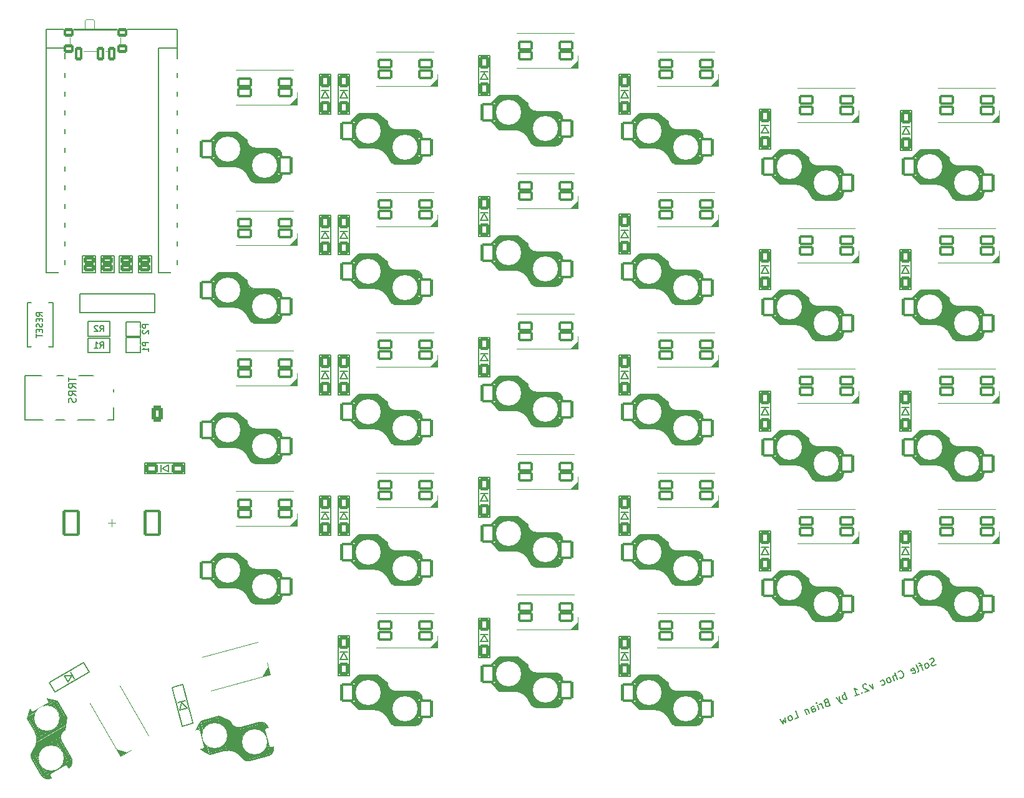
<source format=gbo>
G04 #@! TF.GenerationSoftware,KiCad,Pcbnew,8.0.6*
G04 #@! TF.CreationDate,2025-05-27T16:28:13+10:00*
G04 #@! TF.ProjectId,JofleKeyboard,4a6f666c-654b-4657-9962-6f6172642e6b,rev?*
G04 #@! TF.SameCoordinates,Original*
G04 #@! TF.FileFunction,Legend,Bot*
G04 #@! TF.FilePolarity,Positive*
%FSLAX46Y46*%
G04 Gerber Fmt 4.6, Leading zero omitted, Abs format (unit mm)*
G04 Created by KiCad (PCBNEW 8.0.6) date 2025-05-27 16:28:13*
%MOMM*%
%LPD*%
G01*
G04 APERTURE LIST*
G04 Aperture macros list*
%AMRoundRect*
0 Rectangle with rounded corners*
0 $1 Rounding radius*
0 $2 $3 $4 $5 $6 $7 $8 $9 X,Y pos of 4 corners*
0 Add a 4 corners polygon primitive as box body*
4,1,4,$2,$3,$4,$5,$6,$7,$8,$9,$2,$3,0*
0 Add four circle primitives for the rounded corners*
1,1,$1+$1,$2,$3*
1,1,$1+$1,$4,$5*
1,1,$1+$1,$6,$7*
1,1,$1+$1,$8,$9*
0 Add four rect primitives between the rounded corners*
20,1,$1+$1,$2,$3,$4,$5,0*
20,1,$1+$1,$4,$5,$6,$7,0*
20,1,$1+$1,$6,$7,$8,$9,0*
20,1,$1+$1,$8,$9,$2,$3,0*%
G04 Aperture macros list end*
%ADD10C,0.200000*%
%ADD11C,0.150000*%
%ADD12C,0.120000*%
%ADD13C,0.100000*%
%ADD14C,1.524000*%
%ADD15C,1.797000*%
%ADD16C,1.600000*%
%ADD17O,2.900000X2.100000*%
%ADD18C,5.100000*%
%ADD19C,1.924000*%
%ADD20C,2.400000*%
%ADD21RoundRect,0.200000X-0.475000X0.650000X-0.475000X-0.650000X0.475000X-0.650000X0.475000X0.650000X0*%
%ADD22RoundRect,0.200000X-0.650000X-0.475000X0.650000X-0.475000X0.650000X0.475000X-0.650000X0.475000X0*%
%ADD23RoundRect,0.200000X0.325417X0.736362X-0.800417X0.086362X-0.325417X-0.736362X0.800417X-0.086362X0*%
%ADD24C,2.200000*%
%ADD25C,1.400000*%
%ADD26C,3.400000*%
%ADD27C,3.800000*%
%ADD28RoundRect,0.200000X0.850000X0.500000X-0.850000X0.500000X-0.850000X-0.500000X0.850000X-0.500000X0*%
%ADD29RoundRect,0.200000X0.800000X1.100000X-0.800000X1.100000X-0.800000X-1.100000X0.800000X-1.100000X0*%
%ADD30RoundRect,0.200000X0.858013X-0.486122X0.008013X0.986122X-0.858013X0.486122X-0.008013X-0.986122X0*%
%ADD31RoundRect,0.200000X1.352628X-0.142820X0.552628X1.242820X-1.352628X0.142820X-0.552628X-1.242820X0*%
%ADD32C,4.400000*%
%ADD33RoundRect,0.200000X0.691627X0.702959X-0.950446X0.262967X-0.691627X-0.702959X0.950446X-0.262967X0*%
%ADD34RoundRect,0.200000X0.488040X1.269574X-1.057442X0.855463X-0.488040X-1.269574X1.057442X-0.855463X0*%
%ADD35RoundRect,0.200000X-0.627047X0.504913X-0.290582X-0.750791X0.627047X-0.504913X0.290582X0.750791X0*%
%ADD36C,1.300000*%
%ADD37C,2.600000*%
%ADD38RoundRect,0.200000X1.000000X-1.600000X1.000000X1.600000X-1.000000X1.600000X-1.000000X-1.600000X0*%
%ADD39C,2.700000*%
%ADD40C,2.178000*%
%ADD41RoundRect,0.333333X0.466667X0.741667X-0.466667X0.741667X-0.466667X-0.741667X0.466667X-0.741667X0*%
%ADD42O,1.600000X2.150000*%
%ADD43RoundRect,0.200000X0.571500X-0.317500X0.571500X0.317500X-0.571500X0.317500X-0.571500X-0.317500X0*%
%ADD44RoundRect,0.200000X-0.500000X-0.400000X0.500000X-0.400000X0.500000X0.400000X-0.500000X0.400000X0*%
%ADD45RoundRect,0.200000X-0.350000X-0.750000X0.350000X-0.750000X0.350000X0.750000X-0.350000X0.750000X0*%
G04 APERTURE END LIST*
D10*
X211592206Y-123617418D02*
X211475903Y-123713069D01*
X211475903Y-123713069D02*
X211253622Y-123798395D01*
X211253622Y-123798395D02*
X211147644Y-123788069D01*
X211147644Y-123788069D02*
X211086123Y-123760678D01*
X211086123Y-123760678D02*
X211007536Y-123688831D01*
X211007536Y-123688831D02*
X210973406Y-123599918D01*
X210973406Y-123599918D02*
X210983732Y-123493941D01*
X210983732Y-123493941D02*
X211011123Y-123432419D01*
X211011123Y-123432419D02*
X211082970Y-123353833D01*
X211082970Y-123353833D02*
X211243730Y-123241116D01*
X211243730Y-123241116D02*
X211315577Y-123162530D01*
X211315577Y-123162530D02*
X211342968Y-123101008D01*
X211342968Y-123101008D02*
X211353294Y-122995031D01*
X211353294Y-122995031D02*
X211319164Y-122906118D01*
X211319164Y-122906118D02*
X211240577Y-122834271D01*
X211240577Y-122834271D02*
X211179056Y-122806880D01*
X211179056Y-122806880D02*
X211073079Y-122796554D01*
X211073079Y-122796554D02*
X210850798Y-122881880D01*
X210850798Y-122881880D02*
X210734494Y-122977531D01*
X210542322Y-124071437D02*
X210614170Y-123992851D01*
X210614170Y-123992851D02*
X210641561Y-123931329D01*
X210641561Y-123931329D02*
X210651887Y-123825352D01*
X210651887Y-123825352D02*
X210549496Y-123558614D01*
X210549496Y-123558614D02*
X210470909Y-123486767D01*
X210470909Y-123486767D02*
X210409388Y-123459376D01*
X210409388Y-123459376D02*
X210303410Y-123449050D01*
X210303410Y-123449050D02*
X210170042Y-123500246D01*
X210170042Y-123500246D02*
X210098194Y-123578832D01*
X210098194Y-123578832D02*
X210070803Y-123640353D01*
X210070803Y-123640353D02*
X210060477Y-123746331D01*
X210060477Y-123746331D02*
X210162868Y-124013068D01*
X210162868Y-124013068D02*
X210241455Y-124084916D01*
X210241455Y-124084916D02*
X210302976Y-124112307D01*
X210302976Y-124112307D02*
X210408954Y-124122633D01*
X210408954Y-124122633D02*
X210542322Y-124071437D01*
X209725479Y-123670897D02*
X209369830Y-123807418D01*
X209831023Y-124344479D02*
X209523850Y-123544268D01*
X209523850Y-123544268D02*
X209445264Y-123472420D01*
X209445264Y-123472420D02*
X209339286Y-123462094D01*
X209339286Y-123462094D02*
X209250374Y-123496225D01*
X209164179Y-124600457D02*
X209236027Y-124521870D01*
X209236027Y-124521870D02*
X209246352Y-124415893D01*
X209246352Y-124415893D02*
X208939180Y-123615681D01*
X208435814Y-124829043D02*
X208541792Y-124839369D01*
X208541792Y-124839369D02*
X208719617Y-124771108D01*
X208719617Y-124771108D02*
X208791464Y-124692522D01*
X208791464Y-124692522D02*
X208801790Y-124586544D01*
X208801790Y-124586544D02*
X208665269Y-124230895D01*
X208665269Y-124230895D02*
X208586682Y-124159047D01*
X208586682Y-124159047D02*
X208480705Y-124148721D01*
X208480705Y-124148721D02*
X208302880Y-124216982D01*
X208302880Y-124216982D02*
X208231033Y-124295568D01*
X208231033Y-124295568D02*
X208220707Y-124401546D01*
X208220707Y-124401546D02*
X208254837Y-124490458D01*
X208254837Y-124490458D02*
X208733529Y-124408719D01*
X206729413Y-125433062D02*
X206790934Y-125460453D01*
X206790934Y-125460453D02*
X206941368Y-125453714D01*
X206941368Y-125453714D02*
X207030280Y-125419584D01*
X207030280Y-125419584D02*
X207146584Y-125323932D01*
X207146584Y-125323932D02*
X207201366Y-125200889D01*
X207201366Y-125200889D02*
X207211692Y-125094912D01*
X207211692Y-125094912D02*
X207187888Y-124900022D01*
X207187888Y-124900022D02*
X207136692Y-124766653D01*
X207136692Y-124766653D02*
X207023975Y-124605894D01*
X207023975Y-124605894D02*
X206945389Y-124534046D01*
X206945389Y-124534046D02*
X206822346Y-124479264D01*
X206822346Y-124479264D02*
X206671912Y-124486003D01*
X206671912Y-124486003D02*
X206583000Y-124520134D01*
X206583000Y-124520134D02*
X206466696Y-124615785D01*
X206466696Y-124615785D02*
X206439305Y-124677307D01*
X206363437Y-125675561D02*
X206005069Y-124741980D01*
X205963331Y-125829147D02*
X205775615Y-125340129D01*
X205775615Y-125340129D02*
X205785941Y-125234151D01*
X205785941Y-125234151D02*
X205857788Y-125155565D01*
X205857788Y-125155565D02*
X205991157Y-125104369D01*
X205991157Y-125104369D02*
X206097134Y-125114695D01*
X206097134Y-125114695D02*
X206158655Y-125142086D01*
X205385400Y-126050994D02*
X205457248Y-125972407D01*
X205457248Y-125972407D02*
X205484639Y-125910886D01*
X205484639Y-125910886D02*
X205494965Y-125804909D01*
X205494965Y-125804909D02*
X205392574Y-125538171D01*
X205392574Y-125538171D02*
X205313987Y-125466324D01*
X205313987Y-125466324D02*
X205252466Y-125438933D01*
X205252466Y-125438933D02*
X205146488Y-125428607D01*
X205146488Y-125428607D02*
X205013120Y-125479802D01*
X205013120Y-125479802D02*
X204941273Y-125558389D01*
X204941273Y-125558389D02*
X204913881Y-125619910D01*
X204913881Y-125619910D02*
X204903556Y-125725888D01*
X204903556Y-125725888D02*
X205005946Y-125992625D01*
X205005946Y-125992625D02*
X205084533Y-126064472D01*
X205084533Y-126064472D02*
X205146054Y-126091863D01*
X205146054Y-126091863D02*
X205252032Y-126102189D01*
X205252032Y-126102189D02*
X205385400Y-126050994D01*
X204256930Y-126433166D02*
X204362907Y-126443492D01*
X204362907Y-126443492D02*
X204540732Y-126375232D01*
X204540732Y-126375232D02*
X204612580Y-126296645D01*
X204612580Y-126296645D02*
X204639971Y-126235124D01*
X204639971Y-126235124D02*
X204650297Y-126129146D01*
X204650297Y-126129146D02*
X204547906Y-125862409D01*
X204547906Y-125862409D02*
X204469319Y-125790562D01*
X204469319Y-125790562D02*
X204407798Y-125763171D01*
X204407798Y-125763171D02*
X204301820Y-125752845D01*
X204301820Y-125752845D02*
X204123996Y-125821105D01*
X204123996Y-125821105D02*
X204052148Y-125899692D01*
X203012590Y-126247734D02*
X203029221Y-126955447D01*
X203029221Y-126955447D02*
X202568028Y-126418385D01*
X202171508Y-126315560D02*
X202109987Y-126288169D01*
X202109987Y-126288169D02*
X202004009Y-126277843D01*
X202004009Y-126277843D02*
X201781728Y-126363169D01*
X201781728Y-126363169D02*
X201709881Y-126441756D01*
X201709881Y-126441756D02*
X201682490Y-126503277D01*
X201682490Y-126503277D02*
X201672164Y-126609254D01*
X201672164Y-126609254D02*
X201706294Y-126698167D01*
X201706294Y-126698167D02*
X201801946Y-126814470D01*
X201801946Y-126814470D02*
X202540202Y-127143163D01*
X202540202Y-127143163D02*
X201962272Y-127365010D01*
X201528035Y-127429684D02*
X201500644Y-127491205D01*
X201500644Y-127491205D02*
X201562166Y-127518596D01*
X201562166Y-127518596D02*
X201589557Y-127457075D01*
X201589557Y-127457075D02*
X201528035Y-127429684D01*
X201528035Y-127429684D02*
X201562166Y-127518596D01*
X200628586Y-127876964D02*
X201162060Y-127672182D01*
X200895323Y-127774573D02*
X200536955Y-126840993D01*
X200536955Y-126840993D02*
X200677063Y-126940231D01*
X200677063Y-126940231D02*
X200800105Y-126995013D01*
X200800105Y-126995013D02*
X200906083Y-127005339D01*
X199517180Y-128303593D02*
X199158812Y-127370012D01*
X199295333Y-127725662D02*
X199189356Y-127715336D01*
X199189356Y-127715336D02*
X199011531Y-127783597D01*
X199011531Y-127783597D02*
X198939684Y-127862183D01*
X198939684Y-127862183D02*
X198912292Y-127923704D01*
X198912292Y-127923704D02*
X198901967Y-128029682D01*
X198901967Y-128029682D02*
X199004357Y-128296419D01*
X199004357Y-128296419D02*
X199082944Y-128368267D01*
X199082944Y-128368267D02*
X199144465Y-128395658D01*
X199144465Y-128395658D02*
X199250443Y-128405984D01*
X199250443Y-128405984D02*
X199428268Y-128337723D01*
X199428268Y-128337723D02*
X199500115Y-128259137D01*
X198522512Y-127971313D02*
X198539143Y-128679026D01*
X198077950Y-128141965D02*
X198539143Y-128679026D01*
X198539143Y-128679026D02*
X198713381Y-128867177D01*
X198713381Y-128867177D02*
X198774903Y-128894568D01*
X198774903Y-128894568D02*
X198880880Y-128904894D01*
X196751003Y-128804353D02*
X196634699Y-128900004D01*
X196634699Y-128900004D02*
X196607308Y-128961526D01*
X196607308Y-128961526D02*
X196596982Y-129067503D01*
X196596982Y-129067503D02*
X196648178Y-129200872D01*
X196648178Y-129200872D02*
X196726764Y-129272719D01*
X196726764Y-129272719D02*
X196788286Y-129300110D01*
X196788286Y-129300110D02*
X196894263Y-129310436D01*
X196894263Y-129310436D02*
X197249913Y-129173915D01*
X197249913Y-129173915D02*
X196891545Y-128240335D01*
X196891545Y-128240335D02*
X196580351Y-128359791D01*
X196580351Y-128359791D02*
X196508504Y-128438377D01*
X196508504Y-128438377D02*
X196481113Y-128499898D01*
X196481113Y-128499898D02*
X196470787Y-128605876D01*
X196470787Y-128605876D02*
X196504917Y-128694788D01*
X196504917Y-128694788D02*
X196583504Y-128766636D01*
X196583504Y-128766636D02*
X196645025Y-128794027D01*
X196645025Y-128794027D02*
X196751003Y-128804353D01*
X196751003Y-128804353D02*
X197062196Y-128684897D01*
X196316332Y-129532283D02*
X196077420Y-128909896D01*
X196145681Y-129087721D02*
X196067094Y-129015874D01*
X196067094Y-129015874D02*
X196005573Y-128988483D01*
X196005573Y-128988483D02*
X195899596Y-128978157D01*
X195899596Y-128978157D02*
X195810683Y-129012287D01*
X195738401Y-129754130D02*
X195499489Y-129131743D01*
X195380033Y-128820550D02*
X195441555Y-128847941D01*
X195441555Y-128847941D02*
X195414164Y-128909462D01*
X195414164Y-128909462D02*
X195352642Y-128882071D01*
X195352642Y-128882071D02*
X195380033Y-128820550D01*
X195380033Y-128820550D02*
X195414164Y-128909462D01*
X194893734Y-130078367D02*
X194706017Y-129589349D01*
X194706017Y-129589349D02*
X194716343Y-129483372D01*
X194716343Y-129483372D02*
X194788190Y-129404785D01*
X194788190Y-129404785D02*
X194966015Y-129336525D01*
X194966015Y-129336525D02*
X195071993Y-129346850D01*
X194876669Y-130033911D02*
X194982646Y-130044237D01*
X194982646Y-130044237D02*
X195204927Y-129958912D01*
X195204927Y-129958912D02*
X195276774Y-129880325D01*
X195276774Y-129880325D02*
X195287100Y-129774347D01*
X195287100Y-129774347D02*
X195252970Y-129685435D01*
X195252970Y-129685435D02*
X195174384Y-129613588D01*
X195174384Y-129613588D02*
X195068406Y-129603262D01*
X195068406Y-129603262D02*
X194846125Y-129688588D01*
X194846125Y-129688588D02*
X194740147Y-129678262D01*
X194210260Y-129626632D02*
X194449172Y-130249019D01*
X194244390Y-129715544D02*
X194182868Y-129688153D01*
X194182868Y-129688153D02*
X194076891Y-129677827D01*
X194076891Y-129677827D02*
X193943522Y-129729023D01*
X193943522Y-129729023D02*
X193871675Y-129807609D01*
X193871675Y-129807609D02*
X193861349Y-129913587D01*
X193861349Y-129913587D02*
X194049066Y-130402605D01*
X192448642Y-131016950D02*
X192893204Y-130846299D01*
X192893204Y-130846299D02*
X192534836Y-129912719D01*
X192004079Y-131187602D02*
X192075927Y-131109015D01*
X192075927Y-131109015D02*
X192103318Y-131047494D01*
X192103318Y-131047494D02*
X192113644Y-130941516D01*
X192113644Y-130941516D02*
X192011253Y-130674779D01*
X192011253Y-130674779D02*
X191932666Y-130602932D01*
X191932666Y-130602932D02*
X191871145Y-130575541D01*
X191871145Y-130575541D02*
X191765167Y-130565215D01*
X191765167Y-130565215D02*
X191631799Y-130616410D01*
X191631799Y-130616410D02*
X191559952Y-130694997D01*
X191559952Y-130694997D02*
X191532560Y-130756518D01*
X191532560Y-130756518D02*
X191522235Y-130862496D01*
X191522235Y-130862496D02*
X191624625Y-131129233D01*
X191624625Y-131129233D02*
X191703212Y-131201080D01*
X191703212Y-131201080D02*
X191764733Y-131228471D01*
X191764733Y-131228471D02*
X191870711Y-131238797D01*
X191870711Y-131238797D02*
X192004079Y-131187602D01*
X191142780Y-130804127D02*
X191203868Y-131494774D01*
X191203868Y-131494774D02*
X190855391Y-131118473D01*
X190855391Y-131118473D02*
X190848218Y-131631296D01*
X190848218Y-131631296D02*
X190431481Y-131077169D01*
D11*
X98172604Y-80662295D02*
X98439271Y-80281342D01*
X98629747Y-80662295D02*
X98629747Y-79862295D01*
X98629747Y-79862295D02*
X98324985Y-79862295D01*
X98324985Y-79862295D02*
X98248795Y-79900390D01*
X98248795Y-79900390D02*
X98210700Y-79938485D01*
X98210700Y-79938485D02*
X98172604Y-80014676D01*
X98172604Y-80014676D02*
X98172604Y-80128961D01*
X98172604Y-80128961D02*
X98210700Y-80205152D01*
X98210700Y-80205152D02*
X98248795Y-80243247D01*
X98248795Y-80243247D02*
X98324985Y-80281342D01*
X98324985Y-80281342D02*
X98629747Y-80281342D01*
X97410700Y-80662295D02*
X97867843Y-80662295D01*
X97639271Y-80662295D02*
X97639271Y-79862295D01*
X97639271Y-79862295D02*
X97715462Y-79976580D01*
X97715462Y-79976580D02*
X97791652Y-80052771D01*
X97791652Y-80052771D02*
X97867843Y-80090866D01*
X98172604Y-78424260D02*
X98439271Y-78043307D01*
X98629747Y-78424260D02*
X98629747Y-77624260D01*
X98629747Y-77624260D02*
X98324985Y-77624260D01*
X98324985Y-77624260D02*
X98248795Y-77662355D01*
X98248795Y-77662355D02*
X98210700Y-77700450D01*
X98210700Y-77700450D02*
X98172604Y-77776641D01*
X98172604Y-77776641D02*
X98172604Y-77890926D01*
X98172604Y-77890926D02*
X98210700Y-77967117D01*
X98210700Y-77967117D02*
X98248795Y-78005212D01*
X98248795Y-78005212D02*
X98324985Y-78043307D01*
X98324985Y-78043307D02*
X98629747Y-78043307D01*
X97867843Y-77700450D02*
X97829747Y-77662355D01*
X97829747Y-77662355D02*
X97753557Y-77624260D01*
X97753557Y-77624260D02*
X97563081Y-77624260D01*
X97563081Y-77624260D02*
X97486890Y-77662355D01*
X97486890Y-77662355D02*
X97448795Y-77700450D01*
X97448795Y-77700450D02*
X97410700Y-77776641D01*
X97410700Y-77776641D02*
X97410700Y-77852831D01*
X97410700Y-77852831D02*
X97448795Y-77967117D01*
X97448795Y-77967117D02*
X97905938Y-78424260D01*
X97905938Y-78424260D02*
X97410700Y-78424260D01*
X93904819Y-84638095D02*
X93904819Y-85209523D01*
X94904819Y-84923809D02*
X93904819Y-84923809D01*
X94904819Y-86114285D02*
X94428628Y-85780952D01*
X94904819Y-85542857D02*
X93904819Y-85542857D01*
X93904819Y-85542857D02*
X93904819Y-85923809D01*
X93904819Y-85923809D02*
X93952438Y-86019047D01*
X93952438Y-86019047D02*
X94000057Y-86066666D01*
X94000057Y-86066666D02*
X94095295Y-86114285D01*
X94095295Y-86114285D02*
X94238152Y-86114285D01*
X94238152Y-86114285D02*
X94333390Y-86066666D01*
X94333390Y-86066666D02*
X94381009Y-86019047D01*
X94381009Y-86019047D02*
X94428628Y-85923809D01*
X94428628Y-85923809D02*
X94428628Y-85542857D01*
X94904819Y-87114285D02*
X94428628Y-86780952D01*
X94904819Y-86542857D02*
X93904819Y-86542857D01*
X93904819Y-86542857D02*
X93904819Y-86923809D01*
X93904819Y-86923809D02*
X93952438Y-87019047D01*
X93952438Y-87019047D02*
X94000057Y-87066666D01*
X94000057Y-87066666D02*
X94095295Y-87114285D01*
X94095295Y-87114285D02*
X94238152Y-87114285D01*
X94238152Y-87114285D02*
X94333390Y-87066666D01*
X94333390Y-87066666D02*
X94381009Y-87019047D01*
X94381009Y-87019047D02*
X94428628Y-86923809D01*
X94428628Y-86923809D02*
X94428628Y-86542857D01*
X94857200Y-87495238D02*
X94904819Y-87638095D01*
X94904819Y-87638095D02*
X94904819Y-87876190D01*
X94904819Y-87876190D02*
X94857200Y-87971428D01*
X94857200Y-87971428D02*
X94809580Y-88019047D01*
X94809580Y-88019047D02*
X94714342Y-88066666D01*
X94714342Y-88066666D02*
X94619104Y-88066666D01*
X94619104Y-88066666D02*
X94523866Y-88019047D01*
X94523866Y-88019047D02*
X94476247Y-87971428D01*
X94476247Y-87971428D02*
X94428628Y-87876190D01*
X94428628Y-87876190D02*
X94381009Y-87685714D01*
X94381009Y-87685714D02*
X94333390Y-87590476D01*
X94333390Y-87590476D02*
X94285771Y-87542857D01*
X94285771Y-87542857D02*
X94190533Y-87495238D01*
X94190533Y-87495238D02*
X94095295Y-87495238D01*
X94095295Y-87495238D02*
X94000057Y-87542857D01*
X94000057Y-87542857D02*
X93952438Y-87590476D01*
X93952438Y-87590476D02*
X93904819Y-87685714D01*
X93904819Y-87685714D02*
X93904819Y-87923809D01*
X93904819Y-87923809D02*
X93952438Y-88066666D01*
X104762295Y-79909524D02*
X103962295Y-79909524D01*
X103962295Y-79909524D02*
X103962295Y-80214286D01*
X103962295Y-80214286D02*
X104000390Y-80290476D01*
X104000390Y-80290476D02*
X104038485Y-80328571D01*
X104038485Y-80328571D02*
X104114676Y-80366667D01*
X104114676Y-80366667D02*
X104228961Y-80366667D01*
X104228961Y-80366667D02*
X104305152Y-80328571D01*
X104305152Y-80328571D02*
X104343247Y-80290476D01*
X104343247Y-80290476D02*
X104381342Y-80214286D01*
X104381342Y-80214286D02*
X104381342Y-79909524D01*
X104762295Y-81128571D02*
X104762295Y-80671428D01*
X104762295Y-80900000D02*
X103962295Y-80900000D01*
X103962295Y-80900000D02*
X104076580Y-80823809D01*
X104076580Y-80823809D02*
X104152771Y-80747619D01*
X104152771Y-80747619D02*
X104190866Y-80671428D01*
X104762295Y-77509524D02*
X103962295Y-77509524D01*
X103962295Y-77509524D02*
X103962295Y-77814286D01*
X103962295Y-77814286D02*
X104000390Y-77890476D01*
X104000390Y-77890476D02*
X104038485Y-77928571D01*
X104038485Y-77928571D02*
X104114676Y-77966667D01*
X104114676Y-77966667D02*
X104228961Y-77966667D01*
X104228961Y-77966667D02*
X104305152Y-77928571D01*
X104305152Y-77928571D02*
X104343247Y-77890476D01*
X104343247Y-77890476D02*
X104381342Y-77814286D01*
X104381342Y-77814286D02*
X104381342Y-77509524D01*
X104038485Y-78271428D02*
X104000390Y-78309524D01*
X104000390Y-78309524D02*
X103962295Y-78385714D01*
X103962295Y-78385714D02*
X103962295Y-78576190D01*
X103962295Y-78576190D02*
X104000390Y-78652381D01*
X104000390Y-78652381D02*
X104038485Y-78690476D01*
X104038485Y-78690476D02*
X104114676Y-78728571D01*
X104114676Y-78728571D02*
X104190866Y-78728571D01*
X104190866Y-78728571D02*
X104305152Y-78690476D01*
X104305152Y-78690476D02*
X104762295Y-78233333D01*
X104762295Y-78233333D02*
X104762295Y-78728571D01*
X90362295Y-76338095D02*
X89981342Y-76071428D01*
X90362295Y-75880952D02*
X89562295Y-75880952D01*
X89562295Y-75880952D02*
X89562295Y-76185714D01*
X89562295Y-76185714D02*
X89600390Y-76261904D01*
X89600390Y-76261904D02*
X89638485Y-76299999D01*
X89638485Y-76299999D02*
X89714676Y-76338095D01*
X89714676Y-76338095D02*
X89828961Y-76338095D01*
X89828961Y-76338095D02*
X89905152Y-76299999D01*
X89905152Y-76299999D02*
X89943247Y-76261904D01*
X89943247Y-76261904D02*
X89981342Y-76185714D01*
X89981342Y-76185714D02*
X89981342Y-75880952D01*
X89943247Y-76680952D02*
X89943247Y-76947618D01*
X90362295Y-77061904D02*
X90362295Y-76680952D01*
X90362295Y-76680952D02*
X89562295Y-76680952D01*
X89562295Y-76680952D02*
X89562295Y-77061904D01*
X90324200Y-77366666D02*
X90362295Y-77480952D01*
X90362295Y-77480952D02*
X90362295Y-77671428D01*
X90362295Y-77671428D02*
X90324200Y-77747619D01*
X90324200Y-77747619D02*
X90286104Y-77785714D01*
X90286104Y-77785714D02*
X90209914Y-77823809D01*
X90209914Y-77823809D02*
X90133723Y-77823809D01*
X90133723Y-77823809D02*
X90057533Y-77785714D01*
X90057533Y-77785714D02*
X90019438Y-77747619D01*
X90019438Y-77747619D02*
X89981342Y-77671428D01*
X89981342Y-77671428D02*
X89943247Y-77519047D01*
X89943247Y-77519047D02*
X89905152Y-77442857D01*
X89905152Y-77442857D02*
X89867057Y-77404762D01*
X89867057Y-77404762D02*
X89790866Y-77366666D01*
X89790866Y-77366666D02*
X89714676Y-77366666D01*
X89714676Y-77366666D02*
X89638485Y-77404762D01*
X89638485Y-77404762D02*
X89600390Y-77442857D01*
X89600390Y-77442857D02*
X89562295Y-77519047D01*
X89562295Y-77519047D02*
X89562295Y-77709524D01*
X89562295Y-77709524D02*
X89600390Y-77823809D01*
X89943247Y-78166667D02*
X89943247Y-78433333D01*
X90362295Y-78547619D02*
X90362295Y-78166667D01*
X90362295Y-78166667D02*
X89562295Y-78166667D01*
X89562295Y-78166667D02*
X89562295Y-78547619D01*
X89562295Y-78776191D02*
X89562295Y-79233334D01*
X90362295Y-79004762D02*
X89562295Y-79004762D01*
X96539272Y-79311965D02*
X99539272Y-79311965D01*
X96539272Y-81311965D02*
X96539272Y-79311965D01*
X99539272Y-79311965D02*
X99539272Y-81311965D01*
X99539272Y-81311965D02*
X96539272Y-81311965D01*
X96539272Y-77061965D02*
X99539272Y-77061965D01*
X96539272Y-79061965D02*
X96539272Y-77061965D01*
X99539272Y-77061965D02*
X99539272Y-79061965D01*
X99539272Y-79061965D02*
X96539272Y-79061965D01*
X88000000Y-84400000D02*
X100000000Y-84400000D01*
X88000000Y-90400000D02*
X88000000Y-84400000D01*
X100000000Y-84400000D02*
X100000000Y-90400000D01*
X100000000Y-90400000D02*
X88000000Y-90400000D01*
X101700000Y-79300000D02*
X103700000Y-79300000D01*
X101700000Y-81300000D02*
X101700000Y-79300000D01*
X103700000Y-79300000D02*
X103700000Y-81300000D01*
X103700000Y-81300000D02*
X101700000Y-81300000D01*
X101700000Y-77100000D02*
X103700000Y-77100000D01*
X101700000Y-79100000D02*
X101700000Y-77100000D01*
X103700000Y-77100000D02*
X103700000Y-79100000D01*
X103700000Y-79100000D02*
X101700000Y-79100000D01*
X90910000Y-37420000D02*
X108690000Y-37420000D01*
X90910000Y-39960000D02*
X93450000Y-39960000D01*
X90910000Y-70440000D02*
X90910000Y-37420000D01*
X90910000Y-70440000D02*
X90910000Y-39960000D01*
X93450000Y-39960000D02*
X93450000Y-70440000D01*
X93450000Y-70440000D02*
X90910000Y-70440000D01*
X106150000Y-39960000D02*
X108690000Y-39960000D01*
X106150000Y-70440000D02*
X106150000Y-39960000D01*
X108690000Y-37420000D02*
X108690000Y-70440000D01*
X108690000Y-39960000D02*
X108690000Y-70440000D01*
X108690000Y-70440000D02*
X106150000Y-70440000D01*
X88300000Y-74500000D02*
X88900000Y-74500000D01*
X88300000Y-80500000D02*
X88300000Y-74500000D01*
X88300000Y-80500000D02*
X88900000Y-80500000D01*
X91800000Y-74500000D02*
X91100000Y-74500000D01*
X91800000Y-74500000D02*
X91800000Y-80400000D01*
X91800000Y-74500000D02*
X91800000Y-80500000D01*
X91800000Y-80500000D02*
X91100000Y-80500000D01*
X127955000Y-43527000D02*
X127955000Y-48927000D01*
X127955000Y-48927000D02*
X129455000Y-48927000D01*
X128205000Y-46727000D02*
X128705000Y-45827000D01*
X128705000Y-45827000D02*
X129205000Y-46727000D01*
X129205000Y-45727000D02*
X128205000Y-45727000D01*
X129205000Y-46727000D02*
X128205000Y-46727000D01*
X129455000Y-43527000D02*
X127955000Y-43527000D01*
X129455000Y-48927000D02*
X129455000Y-43527000D01*
X130495000Y-43530000D02*
X130495000Y-48930000D01*
X130495000Y-48930000D02*
X131995000Y-48930000D01*
X130745000Y-46730000D02*
X131245000Y-45830000D01*
X131245000Y-45830000D02*
X131745000Y-46730000D01*
X131745000Y-45730000D02*
X130745000Y-45730000D01*
X131745000Y-46730000D02*
X130745000Y-46730000D01*
X131995000Y-43530000D02*
X130495000Y-43530000D01*
X131995000Y-48930000D02*
X131995000Y-43530000D01*
X149595000Y-41030000D02*
X149595000Y-46430000D01*
X149595000Y-46430000D02*
X151095000Y-46430000D01*
X149845000Y-44230000D02*
X150345000Y-43330000D01*
X150345000Y-43330000D02*
X150845000Y-44230000D01*
X150845000Y-43230000D02*
X149845000Y-43230000D01*
X150845000Y-44230000D02*
X149845000Y-44230000D01*
X151095000Y-41030000D02*
X149595000Y-41030000D01*
X151095000Y-46430000D02*
X151095000Y-41030000D01*
X168595000Y-43530000D02*
X168595000Y-48930000D01*
X168595000Y-48930000D02*
X170095000Y-48930000D01*
X168845000Y-46730000D02*
X169345000Y-45830000D01*
X169345000Y-45830000D02*
X169845000Y-46730000D01*
X169845000Y-45730000D02*
X168845000Y-45730000D01*
X169845000Y-46730000D02*
X168845000Y-46730000D01*
X170095000Y-43530000D02*
X168595000Y-43530000D01*
X170095000Y-48930000D02*
X170095000Y-43530000D01*
X187695000Y-48300000D02*
X187695000Y-53700000D01*
X187695000Y-53700000D02*
X189195000Y-53700000D01*
X187945000Y-51500000D02*
X188445000Y-50600000D01*
X188445000Y-50600000D02*
X188945000Y-51500000D01*
X188945000Y-50500000D02*
X187945000Y-50500000D01*
X188945000Y-51500000D02*
X187945000Y-51500000D01*
X189195000Y-48300000D02*
X187695000Y-48300000D01*
X189195000Y-53700000D02*
X189195000Y-48300000D01*
X206795000Y-48430000D02*
X206795000Y-53830000D01*
X206795000Y-53830000D02*
X208295000Y-53830000D01*
X207045000Y-51630000D02*
X207545000Y-50730000D01*
X207545000Y-50730000D02*
X208045000Y-51630000D01*
X208045000Y-50630000D02*
X207045000Y-50630000D01*
X208045000Y-51630000D02*
X207045000Y-51630000D01*
X208295000Y-48430000D02*
X206795000Y-48430000D01*
X208295000Y-53830000D02*
X208295000Y-48430000D01*
X127955000Y-81630000D02*
X127955000Y-87030000D01*
X127955000Y-87030000D02*
X129455000Y-87030000D01*
X128205000Y-84830000D02*
X128705000Y-83930000D01*
X128705000Y-83930000D02*
X129205000Y-84830000D01*
X129205000Y-83830000D02*
X128205000Y-83830000D01*
X129205000Y-84830000D02*
X128205000Y-84830000D01*
X129455000Y-81630000D02*
X127955000Y-81630000D01*
X129455000Y-87030000D02*
X129455000Y-81630000D01*
X127955000Y-100730000D02*
X127955000Y-106130000D01*
X127955000Y-106130000D02*
X129455000Y-106130000D01*
X128205000Y-103930000D02*
X128705000Y-103030000D01*
X128705000Y-103030000D02*
X129205000Y-103930000D01*
X129205000Y-102930000D02*
X128205000Y-102930000D01*
X129205000Y-103930000D02*
X128205000Y-103930000D01*
X129455000Y-100730000D02*
X127955000Y-100730000D01*
X129455000Y-106130000D02*
X129455000Y-100730000D01*
X104300000Y-96250000D02*
X104300000Y-97750000D01*
X104300000Y-97750000D02*
X109700000Y-97750000D01*
X106500000Y-96500000D02*
X106500000Y-97500000D01*
X106600000Y-97000000D02*
X107500000Y-96500000D01*
X107500000Y-96500000D02*
X107500000Y-97500000D01*
X107500000Y-97500000D02*
X106600000Y-97000000D01*
X109700000Y-96250000D02*
X104300000Y-96250000D01*
X109700000Y-97750000D02*
X109700000Y-96250000D01*
X91293731Y-126051481D02*
X92043731Y-127350519D01*
X92043731Y-127350519D02*
X96720269Y-124650519D01*
X93323987Y-125167987D02*
X94353410Y-125151000D01*
X93823987Y-126034013D02*
X93323987Y-125167987D01*
X94353410Y-125151000D02*
X93823987Y-126034013D01*
X94690013Y-125534013D02*
X94190013Y-124667987D01*
X95970269Y-123351481D02*
X91293731Y-126051481D01*
X96720269Y-124650519D02*
X95970269Y-123351481D01*
X113250000Y-52400000D02*
X113250000Y-55000000D01*
X113250000Y-52400000D02*
X114275000Y-51375000D01*
X113250000Y-55000000D02*
X114275000Y-56025000D01*
X113400000Y-55150000D02*
X113400000Y-52250000D01*
X113550000Y-55250000D02*
X113550000Y-52100000D01*
X113700000Y-55450000D02*
X113700000Y-51950000D01*
X113850000Y-55600000D02*
X113850000Y-51800000D01*
X114000000Y-55750000D02*
X114000000Y-51650000D01*
X114150000Y-55850000D02*
X114150000Y-51500000D01*
X114300000Y-56000000D02*
X114300000Y-51400000D01*
X114450000Y-56000000D02*
X114450000Y-51400000D01*
X114600000Y-56000000D02*
X114600000Y-51400000D01*
X114750000Y-56000000D02*
X114750000Y-51400000D01*
X114900000Y-56000000D02*
X114900000Y-51400000D01*
X115050000Y-56000000D02*
X115050000Y-51400000D01*
X115200000Y-56000000D02*
X115200000Y-51400000D01*
X115350000Y-56000000D02*
X115350000Y-51400000D01*
X115500000Y-56000000D02*
X115500000Y-51400000D01*
X115650000Y-56000000D02*
X115650000Y-51400000D01*
X115800000Y-56000000D02*
X115800000Y-51400000D01*
X115950000Y-56000000D02*
X115950000Y-51400000D01*
X116100000Y-56000000D02*
X116100000Y-51400000D01*
X116250000Y-56000000D02*
X116250000Y-51400000D01*
X116250000Y-56025000D02*
X114275000Y-56025000D01*
X116400000Y-56000000D02*
X116400000Y-51450000D01*
X116550000Y-56050000D02*
X116550000Y-51400000D01*
D12*
X116650000Y-47651000D02*
X124950000Y-47651000D01*
D11*
X116700000Y-56050000D02*
X116700000Y-51400000D01*
X116825000Y-51375000D02*
X114275000Y-51375000D01*
X116825000Y-51375000D02*
X118100000Y-52400000D01*
X116850000Y-56050000D02*
X116850000Y-51450000D01*
X117000000Y-56100000D02*
X117000000Y-51550000D01*
X117150000Y-56200000D02*
X117150000Y-51650000D01*
X117300000Y-56250000D02*
X117300000Y-51800000D01*
X117450000Y-56350000D02*
X117450000Y-51900000D01*
X117600000Y-56450000D02*
X117600000Y-52050000D01*
X117750000Y-56550000D02*
X117750000Y-52150000D01*
X117900000Y-56700000D02*
X117900000Y-52250000D01*
X118050000Y-56850000D02*
X118050000Y-52400000D01*
X118150000Y-57050000D02*
X118150000Y-52900000D01*
X118250000Y-57200000D02*
X118250000Y-53050000D01*
X118350000Y-57400000D02*
X118350000Y-53250000D01*
X118450000Y-57550000D02*
X118450000Y-53350000D01*
X118550000Y-57800000D02*
X118550000Y-53400000D01*
X118650000Y-57950000D02*
X118650000Y-53450000D01*
X118800000Y-58050000D02*
X118800000Y-53500000D01*
X118950000Y-58150000D02*
X118950000Y-53600000D01*
X119100000Y-58200000D02*
X119100000Y-53600000D01*
X119250000Y-58200000D02*
X119250000Y-53600000D01*
X119400000Y-58200000D02*
X119400000Y-53650000D01*
X119550000Y-58200000D02*
X119550000Y-53600000D01*
X119700000Y-58200000D02*
X119700000Y-53600000D01*
X119850000Y-58200000D02*
X119850000Y-53600000D01*
X120000000Y-58200000D02*
X120000000Y-53600000D01*
X120150000Y-58200000D02*
X120150000Y-53600000D01*
X120300000Y-58200000D02*
X120300000Y-53600000D01*
X120450000Y-58200000D02*
X120450000Y-53600000D01*
X120600000Y-58200000D02*
X120600000Y-53600000D01*
X120750000Y-58200000D02*
X120750000Y-53600000D01*
X120900000Y-58200000D02*
X120900000Y-53600000D01*
X121050000Y-58200000D02*
X121050000Y-53600000D01*
X121200000Y-58200000D02*
X121200000Y-53600000D01*
X121350000Y-58200000D02*
X121350000Y-53600000D01*
X121500000Y-58200000D02*
X121500000Y-53600000D01*
X121650000Y-58200000D02*
X121650000Y-53600000D01*
X121800000Y-58200000D02*
X121800000Y-53600000D01*
X121850000Y-53575000D02*
X119275000Y-53575000D01*
X121850000Y-58225000D02*
X119250000Y-58225000D01*
X121950000Y-58200000D02*
X121950000Y-53650000D01*
X122100000Y-58150000D02*
X122100000Y-53650000D01*
X122250000Y-58100000D02*
X122250000Y-53700000D01*
X122400000Y-58000000D02*
X122400000Y-53800000D01*
X122500000Y-57900000D02*
X122500000Y-53950000D01*
X122600000Y-57800000D02*
X122600000Y-54050000D01*
X122700000Y-57650000D02*
X122700000Y-54100000D01*
X122850000Y-54575000D02*
X122850000Y-57225000D01*
D12*
X124450000Y-42951000D02*
X116650000Y-42951000D01*
X124950000Y-47651000D02*
X124950000Y-46000000D01*
D11*
X116250000Y-56025000D02*
G75*
G02*
X118387801Y-57521904I0J-2275000D01*
G01*
X119249005Y-58223791D02*
G75*
G02*
X118387797Y-57521905I38795J926891D01*
G01*
X119275000Y-53575000D02*
G75*
G02*
X118100000Y-52400000I0J1175000D01*
G01*
X121850000Y-53575000D02*
G75*
G02*
X122850000Y-54575000I1J-999999D01*
G01*
X122850000Y-57225000D02*
G75*
G02*
X121850000Y-58225000I-999999J-1D01*
G01*
D13*
X124950000Y-47651000D02*
X123942000Y-47651000D01*
X124950000Y-46635000D01*
X124950000Y-47651000D01*
G36*
X124950000Y-47651000D02*
G01*
X123942000Y-47651000D01*
X124950000Y-46635000D01*
X124950000Y-47651000D01*
G37*
D11*
X151350000Y-47400000D02*
X151350000Y-50000000D01*
X151350000Y-47400000D02*
X152375000Y-46375000D01*
X151350000Y-50000000D02*
X152375000Y-51025000D01*
X151500000Y-50150000D02*
X151500000Y-47250000D01*
X151650000Y-50250000D02*
X151650000Y-47100000D01*
X151800000Y-50450000D02*
X151800000Y-46950000D01*
X151950000Y-50600000D02*
X151950000Y-46800000D01*
X152100000Y-50750000D02*
X152100000Y-46650000D01*
X152250000Y-50850000D02*
X152250000Y-46500000D01*
X152400000Y-51000000D02*
X152400000Y-46400000D01*
X152550000Y-51000000D02*
X152550000Y-46400000D01*
X152700000Y-51000000D02*
X152700000Y-46400000D01*
X152850000Y-51000000D02*
X152850000Y-46400000D01*
X153000000Y-51000000D02*
X153000000Y-46400000D01*
X153150000Y-51000000D02*
X153150000Y-46400000D01*
X153300000Y-51000000D02*
X153300000Y-46400000D01*
X153450000Y-51000000D02*
X153450000Y-46400000D01*
X153600000Y-51000000D02*
X153600000Y-46400000D01*
X153750000Y-51000000D02*
X153750000Y-46400000D01*
X153900000Y-51000000D02*
X153900000Y-46400000D01*
X154050000Y-51000000D02*
X154050000Y-46400000D01*
X154200000Y-51000000D02*
X154200000Y-46400000D01*
X154350000Y-51000000D02*
X154350000Y-46400000D01*
X154350000Y-51025000D02*
X152375000Y-51025000D01*
X154500000Y-51000000D02*
X154500000Y-46450000D01*
X154650000Y-51050000D02*
X154650000Y-46400000D01*
D12*
X154750000Y-42651000D02*
X163050000Y-42651000D01*
D11*
X154800000Y-51050000D02*
X154800000Y-46400000D01*
X154925000Y-46375000D02*
X152375000Y-46375000D01*
X154925000Y-46375000D02*
X156200000Y-47400000D01*
X154950000Y-51050000D02*
X154950000Y-46450000D01*
X155100000Y-51100000D02*
X155100000Y-46550000D01*
X155250000Y-51200000D02*
X155250000Y-46650000D01*
X155400000Y-51250000D02*
X155400000Y-46800000D01*
X155550000Y-51350000D02*
X155550000Y-46900000D01*
X155700000Y-51450000D02*
X155700000Y-47050000D01*
X155850000Y-51550000D02*
X155850000Y-47150000D01*
X156000000Y-51700000D02*
X156000000Y-47250000D01*
X156150000Y-51850000D02*
X156150000Y-47400000D01*
X156250000Y-52050000D02*
X156250000Y-47900000D01*
X156350000Y-52200000D02*
X156350000Y-48050000D01*
X156450000Y-52400000D02*
X156450000Y-48250000D01*
X156550000Y-52550000D02*
X156550000Y-48350000D01*
X156650000Y-52800000D02*
X156650000Y-48400000D01*
X156750000Y-52950000D02*
X156750000Y-48450000D01*
X156900000Y-53050000D02*
X156900000Y-48500000D01*
X157050000Y-53150000D02*
X157050000Y-48600000D01*
X157200000Y-53200000D02*
X157200000Y-48600000D01*
X157350000Y-53200000D02*
X157350000Y-48600000D01*
X157500000Y-53200000D02*
X157500000Y-48650000D01*
X157650000Y-53200000D02*
X157650000Y-48600000D01*
X157800000Y-53200000D02*
X157800000Y-48600000D01*
X157950000Y-53200000D02*
X157950000Y-48600000D01*
X158100000Y-53200000D02*
X158100000Y-48600000D01*
X158250000Y-53200000D02*
X158250000Y-48600000D01*
X158400000Y-53200000D02*
X158400000Y-48600000D01*
X158550000Y-53200000D02*
X158550000Y-48600000D01*
X158700000Y-53200000D02*
X158700000Y-48600000D01*
X158850000Y-53200000D02*
X158850000Y-48600000D01*
X159000000Y-53200000D02*
X159000000Y-48600000D01*
X159150000Y-53200000D02*
X159150000Y-48600000D01*
X159300000Y-53200000D02*
X159300000Y-48600000D01*
X159450000Y-53200000D02*
X159450000Y-48600000D01*
X159600000Y-53200000D02*
X159600000Y-48600000D01*
X159750000Y-53200000D02*
X159750000Y-48600000D01*
X159900000Y-53200000D02*
X159900000Y-48600000D01*
X159950000Y-48575000D02*
X157375000Y-48575000D01*
X159950000Y-53225000D02*
X157350000Y-53225000D01*
X160050000Y-53200000D02*
X160050000Y-48650000D01*
X160200000Y-53150000D02*
X160200000Y-48650000D01*
X160350000Y-53100000D02*
X160350000Y-48700000D01*
X160500000Y-53000000D02*
X160500000Y-48800000D01*
X160600000Y-52900000D02*
X160600000Y-48950000D01*
X160700000Y-52800000D02*
X160700000Y-49050000D01*
X160800000Y-52650000D02*
X160800000Y-49100000D01*
X160950000Y-49575000D02*
X160950000Y-52225000D01*
D12*
X162550000Y-37951000D02*
X154750000Y-37951000D01*
X163050000Y-42651000D02*
X163050000Y-41000000D01*
D11*
X154350000Y-51025000D02*
G75*
G02*
X156487801Y-52521904I0J-2275000D01*
G01*
X157349005Y-53223791D02*
G75*
G02*
X156487797Y-52521905I38795J926891D01*
G01*
X157375000Y-48575000D02*
G75*
G02*
X156200000Y-47400000I0J1175000D01*
G01*
X159950000Y-48575000D02*
G75*
G02*
X160950000Y-49575000I1J-999999D01*
G01*
X160950000Y-52225000D02*
G75*
G02*
X159950000Y-53225000I-999999J-1D01*
G01*
D13*
X163050000Y-42651000D02*
X162042000Y-42651000D01*
X163050000Y-41635000D01*
X163050000Y-42651000D01*
G36*
X163050000Y-42651000D02*
G01*
X162042000Y-42651000D01*
X163050000Y-41635000D01*
X163050000Y-42651000D01*
G37*
D11*
X113250000Y-90500000D02*
X113250000Y-93100000D01*
X113250000Y-90500000D02*
X114275000Y-89475000D01*
X113250000Y-93100000D02*
X114275000Y-94125000D01*
X113400000Y-93250000D02*
X113400000Y-90350000D01*
X113550000Y-93350000D02*
X113550000Y-90200000D01*
X113700000Y-93550000D02*
X113700000Y-90050000D01*
X113850000Y-93700000D02*
X113850000Y-89900000D01*
X114000000Y-93850000D02*
X114000000Y-89750000D01*
X114150000Y-93950000D02*
X114150000Y-89600000D01*
X114300000Y-94100000D02*
X114300000Y-89500000D01*
X114450000Y-94100000D02*
X114450000Y-89500000D01*
X114600000Y-94100000D02*
X114600000Y-89500000D01*
X114750000Y-94100000D02*
X114750000Y-89500000D01*
X114900000Y-94100000D02*
X114900000Y-89500000D01*
X115050000Y-94100000D02*
X115050000Y-89500000D01*
X115200000Y-94100000D02*
X115200000Y-89500000D01*
X115350000Y-94100000D02*
X115350000Y-89500000D01*
X115500000Y-94100000D02*
X115500000Y-89500000D01*
X115650000Y-94100000D02*
X115650000Y-89500000D01*
X115800000Y-94100000D02*
X115800000Y-89500000D01*
X115950000Y-94100000D02*
X115950000Y-89500000D01*
X116100000Y-94100000D02*
X116100000Y-89500000D01*
X116250000Y-94100000D02*
X116250000Y-89500000D01*
X116250000Y-94125000D02*
X114275000Y-94125000D01*
X116400000Y-94100000D02*
X116400000Y-89550000D01*
X116550000Y-94150000D02*
X116550000Y-89500000D01*
D12*
X116650000Y-85751000D02*
X124950000Y-85751000D01*
D11*
X116700000Y-94150000D02*
X116700000Y-89500000D01*
X116825000Y-89475000D02*
X114275000Y-89475000D01*
X116825000Y-89475000D02*
X118100000Y-90500000D01*
X116850000Y-94150000D02*
X116850000Y-89550000D01*
X117000000Y-94200000D02*
X117000000Y-89650000D01*
X117150000Y-94300000D02*
X117150000Y-89750000D01*
X117300000Y-94350000D02*
X117300000Y-89900000D01*
X117450000Y-94450000D02*
X117450000Y-90000000D01*
X117600000Y-94550000D02*
X117600000Y-90150000D01*
X117750000Y-94650000D02*
X117750000Y-90250000D01*
X117900000Y-94800000D02*
X117900000Y-90350000D01*
X118050000Y-94950000D02*
X118050000Y-90500000D01*
X118150000Y-95150000D02*
X118150000Y-91000000D01*
X118250000Y-95300000D02*
X118250000Y-91150000D01*
X118350000Y-95500000D02*
X118350000Y-91350000D01*
X118450000Y-95650000D02*
X118450000Y-91450000D01*
X118550000Y-95900000D02*
X118550000Y-91500000D01*
X118650000Y-96050000D02*
X118650000Y-91550000D01*
X118800000Y-96150000D02*
X118800000Y-91600000D01*
X118950000Y-96250000D02*
X118950000Y-91700000D01*
X119100000Y-96300000D02*
X119100000Y-91700000D01*
X119250000Y-96300000D02*
X119250000Y-91700000D01*
X119400000Y-96300000D02*
X119400000Y-91750000D01*
X119550000Y-96300000D02*
X119550000Y-91700000D01*
X119700000Y-96300000D02*
X119700000Y-91700000D01*
X119850000Y-96300000D02*
X119850000Y-91700000D01*
X120000000Y-96300000D02*
X120000000Y-91700000D01*
X120150000Y-96300000D02*
X120150000Y-91700000D01*
X120300000Y-96300000D02*
X120300000Y-91700000D01*
X120450000Y-96300000D02*
X120450000Y-91700000D01*
X120600000Y-96300000D02*
X120600000Y-91700000D01*
X120750000Y-96300000D02*
X120750000Y-91700000D01*
X120900000Y-96300000D02*
X120900000Y-91700000D01*
X121050000Y-96300000D02*
X121050000Y-91700000D01*
X121200000Y-96300000D02*
X121200000Y-91700000D01*
X121350000Y-96300000D02*
X121350000Y-91700000D01*
X121500000Y-96300000D02*
X121500000Y-91700000D01*
X121650000Y-96300000D02*
X121650000Y-91700000D01*
X121800000Y-96300000D02*
X121800000Y-91700000D01*
X121850000Y-91675000D02*
X119275000Y-91675000D01*
X121850000Y-96325000D02*
X119250000Y-96325000D01*
X121950000Y-96300000D02*
X121950000Y-91750000D01*
X122100000Y-96250000D02*
X122100000Y-91750000D01*
X122250000Y-96200000D02*
X122250000Y-91800000D01*
X122400000Y-96100000D02*
X122400000Y-91900000D01*
X122500000Y-96000000D02*
X122500000Y-92050000D01*
X122600000Y-95900000D02*
X122600000Y-92150000D01*
X122700000Y-95750000D02*
X122700000Y-92200000D01*
X122850000Y-92675000D02*
X122850000Y-95325000D01*
D12*
X124450000Y-81051000D02*
X116650000Y-81051000D01*
X124950000Y-85751000D02*
X124950000Y-84100000D01*
D11*
X116250000Y-94125000D02*
G75*
G02*
X118387801Y-95621904I0J-2275000D01*
G01*
X119249005Y-96323791D02*
G75*
G02*
X118387797Y-95621905I38795J926891D01*
G01*
X119275000Y-91675000D02*
G75*
G02*
X118100000Y-90500000I0J1175000D01*
G01*
X121850000Y-91675000D02*
G75*
G02*
X122850000Y-92675000I1J-999999D01*
G01*
X122850000Y-95325000D02*
G75*
G02*
X121850000Y-96325000I-999999J-1D01*
G01*
D13*
X124950000Y-85751000D02*
X123942000Y-85751000D01*
X124950000Y-84735000D01*
X124950000Y-85751000D01*
G36*
X124950000Y-85751000D02*
G01*
X123942000Y-85751000D01*
X124950000Y-84735000D01*
X124950000Y-85751000D01*
G37*
D11*
X132300000Y-88000000D02*
X132300000Y-90600000D01*
X132300000Y-88000000D02*
X133325000Y-86975000D01*
X132300000Y-90600000D02*
X133325000Y-91625000D01*
X132450000Y-90750000D02*
X132450000Y-87850000D01*
X132600000Y-90850000D02*
X132600000Y-87700000D01*
X132750000Y-91050000D02*
X132750000Y-87550000D01*
X132900000Y-91200000D02*
X132900000Y-87400000D01*
X133050000Y-91350000D02*
X133050000Y-87250000D01*
X133200000Y-91450000D02*
X133200000Y-87100000D01*
X133350000Y-91600000D02*
X133350000Y-87000000D01*
X133500000Y-91600000D02*
X133500000Y-87000000D01*
X133650000Y-91600000D02*
X133650000Y-87000000D01*
X133800000Y-91600000D02*
X133800000Y-87000000D01*
X133950000Y-91600000D02*
X133950000Y-87000000D01*
X134100000Y-91600000D02*
X134100000Y-87000000D01*
X134250000Y-91600000D02*
X134250000Y-87000000D01*
X134400000Y-91600000D02*
X134400000Y-87000000D01*
X134550000Y-91600000D02*
X134550000Y-87000000D01*
X134700000Y-91600000D02*
X134700000Y-87000000D01*
X134850000Y-91600000D02*
X134850000Y-87000000D01*
X135000000Y-91600000D02*
X135000000Y-87000000D01*
X135150000Y-91600000D02*
X135150000Y-87000000D01*
X135300000Y-91600000D02*
X135300000Y-87000000D01*
X135300000Y-91625000D02*
X133325000Y-91625000D01*
X135450000Y-91600000D02*
X135450000Y-87050000D01*
X135600000Y-91650000D02*
X135600000Y-87000000D01*
D12*
X135700000Y-83251000D02*
X144000000Y-83251000D01*
D11*
X135750000Y-91650000D02*
X135750000Y-87000000D01*
X135875000Y-86975000D02*
X133325000Y-86975000D01*
X135875000Y-86975000D02*
X137150000Y-88000000D01*
X135900000Y-91650000D02*
X135900000Y-87050000D01*
X136050000Y-91700000D02*
X136050000Y-87150000D01*
X136200000Y-91800000D02*
X136200000Y-87250000D01*
X136350000Y-91850000D02*
X136350000Y-87400000D01*
X136500000Y-91950000D02*
X136500000Y-87500000D01*
X136650000Y-92050000D02*
X136650000Y-87650000D01*
X136800000Y-92150000D02*
X136800000Y-87750000D01*
X136950000Y-92300000D02*
X136950000Y-87850000D01*
X137100000Y-92450000D02*
X137100000Y-88000000D01*
X137200000Y-92650000D02*
X137200000Y-88500000D01*
X137300000Y-92800000D02*
X137300000Y-88650000D01*
X137400000Y-93000000D02*
X137400000Y-88850000D01*
X137500000Y-93150000D02*
X137500000Y-88950000D01*
X137600000Y-93400000D02*
X137600000Y-89000000D01*
X137700000Y-93550000D02*
X137700000Y-89050000D01*
X137850000Y-93650000D02*
X137850000Y-89100000D01*
X138000000Y-93750000D02*
X138000000Y-89200000D01*
X138150000Y-93800000D02*
X138150000Y-89200000D01*
X138300000Y-93800000D02*
X138300000Y-89200000D01*
X138450000Y-93800000D02*
X138450000Y-89250000D01*
X138600000Y-93800000D02*
X138600000Y-89200000D01*
X138750000Y-93800000D02*
X138750000Y-89200000D01*
X138900000Y-93800000D02*
X138900000Y-89200000D01*
X139050000Y-93800000D02*
X139050000Y-89200000D01*
X139200000Y-93800000D02*
X139200000Y-89200000D01*
X139350000Y-93800000D02*
X139350000Y-89200000D01*
X139500000Y-93800000D02*
X139500000Y-89200000D01*
X139650000Y-93800000D02*
X139650000Y-89200000D01*
X139800000Y-93800000D02*
X139800000Y-89200000D01*
X139950000Y-93800000D02*
X139950000Y-89200000D01*
X140100000Y-93800000D02*
X140100000Y-89200000D01*
X140250000Y-93800000D02*
X140250000Y-89200000D01*
X140400000Y-93800000D02*
X140400000Y-89200000D01*
X140550000Y-93800000D02*
X140550000Y-89200000D01*
X140700000Y-93800000D02*
X140700000Y-89200000D01*
X140850000Y-93800000D02*
X140850000Y-89200000D01*
X140900000Y-89175000D02*
X138325000Y-89175000D01*
X140900000Y-93825000D02*
X138300000Y-93825000D01*
X141000000Y-93800000D02*
X141000000Y-89250000D01*
X141150000Y-93750000D02*
X141150000Y-89250000D01*
X141300000Y-93700000D02*
X141300000Y-89300000D01*
X141450000Y-93600000D02*
X141450000Y-89400000D01*
X141550000Y-93500000D02*
X141550000Y-89550000D01*
X141650000Y-93400000D02*
X141650000Y-89650000D01*
X141750000Y-93250000D02*
X141750000Y-89700000D01*
X141900000Y-90175000D02*
X141900000Y-92825000D01*
D12*
X143500000Y-78551000D02*
X135700000Y-78551000D01*
X144000000Y-83251000D02*
X144000000Y-81600000D01*
D11*
X135300000Y-91625000D02*
G75*
G02*
X137437801Y-93121904I0J-2275000D01*
G01*
X138299005Y-93823791D02*
G75*
G02*
X137437797Y-93121905I38795J926891D01*
G01*
X138325000Y-89175000D02*
G75*
G02*
X137150000Y-88000000I0J1175000D01*
G01*
X140900000Y-89175000D02*
G75*
G02*
X141900000Y-90175000I1J-999999D01*
G01*
X141900000Y-92825000D02*
G75*
G02*
X140900000Y-93825000I-999999J-1D01*
G01*
D13*
X144000000Y-83251000D02*
X142992000Y-83251000D01*
X144000000Y-82235000D01*
X144000000Y-83251000D01*
G36*
X144000000Y-83251000D02*
G01*
X142992000Y-83251000D01*
X144000000Y-82235000D01*
X144000000Y-83251000D01*
G37*
D11*
X113250000Y-109550000D02*
X113250000Y-112150000D01*
X113250000Y-109550000D02*
X114275000Y-108525000D01*
X113250000Y-112150000D02*
X114275000Y-113175000D01*
X113400000Y-112300000D02*
X113400000Y-109400000D01*
X113550000Y-112400000D02*
X113550000Y-109250000D01*
X113700000Y-112600000D02*
X113700000Y-109100000D01*
X113850000Y-112750000D02*
X113850000Y-108950000D01*
X114000000Y-112900000D02*
X114000000Y-108800000D01*
X114150000Y-113000000D02*
X114150000Y-108650000D01*
X114300000Y-113150000D02*
X114300000Y-108550000D01*
X114450000Y-113150000D02*
X114450000Y-108550000D01*
X114600000Y-113150000D02*
X114600000Y-108550000D01*
X114750000Y-113150000D02*
X114750000Y-108550000D01*
X114900000Y-113150000D02*
X114900000Y-108550000D01*
X115050000Y-113150000D02*
X115050000Y-108550000D01*
X115200000Y-113150000D02*
X115200000Y-108550000D01*
X115350000Y-113150000D02*
X115350000Y-108550000D01*
X115500000Y-113150000D02*
X115500000Y-108550000D01*
X115650000Y-113150000D02*
X115650000Y-108550000D01*
X115800000Y-113150000D02*
X115800000Y-108550000D01*
X115950000Y-113150000D02*
X115950000Y-108550000D01*
X116100000Y-113150000D02*
X116100000Y-108550000D01*
X116250000Y-113150000D02*
X116250000Y-108550000D01*
X116250000Y-113175000D02*
X114275000Y-113175000D01*
X116400000Y-113150000D02*
X116400000Y-108600000D01*
X116550000Y-113200000D02*
X116550000Y-108550000D01*
D12*
X116650000Y-104801000D02*
X124950000Y-104801000D01*
D11*
X116700000Y-113200000D02*
X116700000Y-108550000D01*
X116825000Y-108525000D02*
X114275000Y-108525000D01*
X116825000Y-108525000D02*
X118100000Y-109550000D01*
X116850000Y-113200000D02*
X116850000Y-108600000D01*
X117000000Y-113250000D02*
X117000000Y-108700000D01*
X117150000Y-113350000D02*
X117150000Y-108800000D01*
X117300000Y-113400000D02*
X117300000Y-108950000D01*
X117450000Y-113500000D02*
X117450000Y-109050000D01*
X117600000Y-113600000D02*
X117600000Y-109200000D01*
X117750000Y-113700000D02*
X117750000Y-109300000D01*
X117900000Y-113850000D02*
X117900000Y-109400000D01*
X118050000Y-114000000D02*
X118050000Y-109550000D01*
X118150000Y-114200000D02*
X118150000Y-110050000D01*
X118250000Y-114350000D02*
X118250000Y-110200000D01*
X118350000Y-114550000D02*
X118350000Y-110400000D01*
X118450000Y-114700000D02*
X118450000Y-110500000D01*
X118550000Y-114950000D02*
X118550000Y-110550000D01*
X118650000Y-115100000D02*
X118650000Y-110600000D01*
X118800000Y-115200000D02*
X118800000Y-110650000D01*
X118950000Y-115300000D02*
X118950000Y-110750000D01*
X119100000Y-115350000D02*
X119100000Y-110750000D01*
X119250000Y-115350000D02*
X119250000Y-110750000D01*
X119400000Y-115350000D02*
X119400000Y-110800000D01*
X119550000Y-115350000D02*
X119550000Y-110750000D01*
X119700000Y-115350000D02*
X119700000Y-110750000D01*
X119850000Y-115350000D02*
X119850000Y-110750000D01*
X120000000Y-115350000D02*
X120000000Y-110750000D01*
X120150000Y-115350000D02*
X120150000Y-110750000D01*
X120300000Y-115350000D02*
X120300000Y-110750000D01*
X120450000Y-115350000D02*
X120450000Y-110750000D01*
X120600000Y-115350000D02*
X120600000Y-110750000D01*
X120750000Y-115350000D02*
X120750000Y-110750000D01*
X120900000Y-115350000D02*
X120900000Y-110750000D01*
X121050000Y-115350000D02*
X121050000Y-110750000D01*
X121200000Y-115350000D02*
X121200000Y-110750000D01*
X121350000Y-115350000D02*
X121350000Y-110750000D01*
X121500000Y-115350000D02*
X121500000Y-110750000D01*
X121650000Y-115350000D02*
X121650000Y-110750000D01*
X121800000Y-115350000D02*
X121800000Y-110750000D01*
X121850000Y-110725000D02*
X119275000Y-110725000D01*
X121850000Y-115375000D02*
X119250000Y-115375000D01*
X121950000Y-115350000D02*
X121950000Y-110800000D01*
X122100000Y-115300000D02*
X122100000Y-110800000D01*
X122250000Y-115250000D02*
X122250000Y-110850000D01*
X122400000Y-115150000D02*
X122400000Y-110950000D01*
X122500000Y-115050000D02*
X122500000Y-111100000D01*
X122600000Y-114950000D02*
X122600000Y-111200000D01*
X122700000Y-114800000D02*
X122700000Y-111250000D01*
X122850000Y-111725000D02*
X122850000Y-114375000D01*
D12*
X124450000Y-100101000D02*
X116650000Y-100101000D01*
X124950000Y-104801000D02*
X124950000Y-103150000D01*
D11*
X116250000Y-113175000D02*
G75*
G02*
X118387801Y-114671904I0J-2275000D01*
G01*
X119249005Y-115373791D02*
G75*
G02*
X118387797Y-114671905I38795J926891D01*
G01*
X119275000Y-110725000D02*
G75*
G02*
X118100000Y-109550000I0J1175000D01*
G01*
X121850000Y-110725000D02*
G75*
G02*
X122850000Y-111725000I1J-999999D01*
G01*
X122850000Y-114375000D02*
G75*
G02*
X121850000Y-115375000I-999999J-1D01*
G01*
D13*
X124950000Y-104801000D02*
X123942000Y-104801000D01*
X124950000Y-103785000D01*
X124950000Y-104801000D01*
G36*
X124950000Y-104801000D02*
G01*
X123942000Y-104801000D01*
X124950000Y-103785000D01*
X124950000Y-104801000D01*
G37*
D11*
X151350000Y-104550000D02*
X151350000Y-107150000D01*
X151350000Y-104550000D02*
X152375000Y-103525000D01*
X151350000Y-107150000D02*
X152375000Y-108175000D01*
X151500000Y-107300000D02*
X151500000Y-104400000D01*
X151650000Y-107400000D02*
X151650000Y-104250000D01*
X151800000Y-107600000D02*
X151800000Y-104100000D01*
X151950000Y-107750000D02*
X151950000Y-103950000D01*
X152100000Y-107900000D02*
X152100000Y-103800000D01*
X152250000Y-108000000D02*
X152250000Y-103650000D01*
X152400000Y-108150000D02*
X152400000Y-103550000D01*
X152550000Y-108150000D02*
X152550000Y-103550000D01*
X152700000Y-108150000D02*
X152700000Y-103550000D01*
X152850000Y-108150000D02*
X152850000Y-103550000D01*
X153000000Y-108150000D02*
X153000000Y-103550000D01*
X153150000Y-108150000D02*
X153150000Y-103550000D01*
X153300000Y-108150000D02*
X153300000Y-103550000D01*
X153450000Y-108150000D02*
X153450000Y-103550000D01*
X153600000Y-108150000D02*
X153600000Y-103550000D01*
X153750000Y-108150000D02*
X153750000Y-103550000D01*
X153900000Y-108150000D02*
X153900000Y-103550000D01*
X154050000Y-108150000D02*
X154050000Y-103550000D01*
X154200000Y-108150000D02*
X154200000Y-103550000D01*
X154350000Y-108150000D02*
X154350000Y-103550000D01*
X154350000Y-108175000D02*
X152375000Y-108175000D01*
X154500000Y-108150000D02*
X154500000Y-103600000D01*
X154650000Y-108200000D02*
X154650000Y-103550000D01*
D12*
X154750000Y-99801000D02*
X163050000Y-99801000D01*
D11*
X154800000Y-108200000D02*
X154800000Y-103550000D01*
X154925000Y-103525000D02*
X152375000Y-103525000D01*
X154925000Y-103525000D02*
X156200000Y-104550000D01*
X154950000Y-108200000D02*
X154950000Y-103600000D01*
X155100000Y-108250000D02*
X155100000Y-103700000D01*
X155250000Y-108350000D02*
X155250000Y-103800000D01*
X155400000Y-108400000D02*
X155400000Y-103950000D01*
X155550000Y-108500000D02*
X155550000Y-104050000D01*
X155700000Y-108600000D02*
X155700000Y-104200000D01*
X155850000Y-108700000D02*
X155850000Y-104300000D01*
X156000000Y-108850000D02*
X156000000Y-104400000D01*
X156150000Y-109000000D02*
X156150000Y-104550000D01*
X156250000Y-109200000D02*
X156250000Y-105050000D01*
X156350000Y-109350000D02*
X156350000Y-105200000D01*
X156450000Y-109550000D02*
X156450000Y-105400000D01*
X156550000Y-109700000D02*
X156550000Y-105500000D01*
X156650000Y-109950000D02*
X156650000Y-105550000D01*
X156750000Y-110100000D02*
X156750000Y-105600000D01*
X156900000Y-110200000D02*
X156900000Y-105650000D01*
X157050000Y-110300000D02*
X157050000Y-105750000D01*
X157200000Y-110350000D02*
X157200000Y-105750000D01*
X157350000Y-110350000D02*
X157350000Y-105750000D01*
X157500000Y-110350000D02*
X157500000Y-105800000D01*
X157650000Y-110350000D02*
X157650000Y-105750000D01*
X157800000Y-110350000D02*
X157800000Y-105750000D01*
X157950000Y-110350000D02*
X157950000Y-105750000D01*
X158100000Y-110350000D02*
X158100000Y-105750000D01*
X158250000Y-110350000D02*
X158250000Y-105750000D01*
X158400000Y-110350000D02*
X158400000Y-105750000D01*
X158550000Y-110350000D02*
X158550000Y-105750000D01*
X158700000Y-110350000D02*
X158700000Y-105750000D01*
X158850000Y-110350000D02*
X158850000Y-105750000D01*
X159000000Y-110350000D02*
X159000000Y-105750000D01*
X159150000Y-110350000D02*
X159150000Y-105750000D01*
X159300000Y-110350000D02*
X159300000Y-105750000D01*
X159450000Y-110350000D02*
X159450000Y-105750000D01*
X159600000Y-110350000D02*
X159600000Y-105750000D01*
X159750000Y-110350000D02*
X159750000Y-105750000D01*
X159900000Y-110350000D02*
X159900000Y-105750000D01*
X159950000Y-105725000D02*
X157375000Y-105725000D01*
X159950000Y-110375000D02*
X157350000Y-110375000D01*
X160050000Y-110350000D02*
X160050000Y-105800000D01*
X160200000Y-110300000D02*
X160200000Y-105800000D01*
X160350000Y-110250000D02*
X160350000Y-105850000D01*
X160500000Y-110150000D02*
X160500000Y-105950000D01*
X160600000Y-110050000D02*
X160600000Y-106100000D01*
X160700000Y-109950000D02*
X160700000Y-106200000D01*
X160800000Y-109800000D02*
X160800000Y-106250000D01*
X160950000Y-106725000D02*
X160950000Y-109375000D01*
D12*
X162550000Y-95101000D02*
X154750000Y-95101000D01*
X163050000Y-99801000D02*
X163050000Y-98150000D01*
D11*
X154350000Y-108175000D02*
G75*
G02*
X156487801Y-109671904I0J-2275000D01*
G01*
X157349005Y-110373791D02*
G75*
G02*
X156487797Y-109671905I38795J926891D01*
G01*
X157375000Y-105725000D02*
G75*
G02*
X156200000Y-104550000I0J1175000D01*
G01*
X159950000Y-105725000D02*
G75*
G02*
X160950000Y-106725000I1J-999999D01*
G01*
X160950000Y-109375000D02*
G75*
G02*
X159950000Y-110375000I-999999J-1D01*
G01*
D13*
X163050000Y-99801000D02*
X162042000Y-99801000D01*
X163050000Y-98785000D01*
X163050000Y-99801000D01*
G36*
X163050000Y-99801000D02*
G01*
X162042000Y-99801000D01*
X163050000Y-98785000D01*
X163050000Y-99801000D01*
G37*
D11*
X189450000Y-111950000D02*
X189450000Y-114550000D01*
X189450000Y-111950000D02*
X190475000Y-110925000D01*
X189450000Y-114550000D02*
X190475000Y-115575000D01*
X189600000Y-114700000D02*
X189600000Y-111800000D01*
X189750000Y-114800000D02*
X189750000Y-111650000D01*
X189900000Y-115000000D02*
X189900000Y-111500000D01*
X190050000Y-115150000D02*
X190050000Y-111350000D01*
X190200000Y-115300000D02*
X190200000Y-111200000D01*
X190350000Y-115400000D02*
X190350000Y-111050000D01*
X190500000Y-115550000D02*
X190500000Y-110950000D01*
X190650000Y-115550000D02*
X190650000Y-110950000D01*
X190800000Y-115550000D02*
X190800000Y-110950000D01*
X190950000Y-115550000D02*
X190950000Y-110950000D01*
X191100000Y-115550000D02*
X191100000Y-110950000D01*
X191250000Y-115550000D02*
X191250000Y-110950000D01*
X191400000Y-115550000D02*
X191400000Y-110950000D01*
X191550000Y-115550000D02*
X191550000Y-110950000D01*
X191700000Y-115550000D02*
X191700000Y-110950000D01*
X191850000Y-115550000D02*
X191850000Y-110950000D01*
X192000000Y-115550000D02*
X192000000Y-110950000D01*
X192150000Y-115550000D02*
X192150000Y-110950000D01*
X192300000Y-115550000D02*
X192300000Y-110950000D01*
X192450000Y-115550000D02*
X192450000Y-110950000D01*
X192450000Y-115575000D02*
X190475000Y-115575000D01*
X192600000Y-115550000D02*
X192600000Y-111000000D01*
X192750000Y-115600000D02*
X192750000Y-110950000D01*
D12*
X192850000Y-107201000D02*
X201150000Y-107201000D01*
D11*
X192900000Y-115600000D02*
X192900000Y-110950000D01*
X193025000Y-110925000D02*
X190475000Y-110925000D01*
X193025000Y-110925000D02*
X194300000Y-111950000D01*
X193050000Y-115600000D02*
X193050000Y-111000000D01*
X193200000Y-115650000D02*
X193200000Y-111100000D01*
X193350000Y-115750000D02*
X193350000Y-111200000D01*
X193500000Y-115800000D02*
X193500000Y-111350000D01*
X193650000Y-115900000D02*
X193650000Y-111450000D01*
X193800000Y-116000000D02*
X193800000Y-111600000D01*
X193950000Y-116100000D02*
X193950000Y-111700000D01*
X194100000Y-116250000D02*
X194100000Y-111800000D01*
X194250000Y-116400000D02*
X194250000Y-111950000D01*
X194350000Y-116600000D02*
X194350000Y-112450000D01*
X194450000Y-116750000D02*
X194450000Y-112600000D01*
X194550000Y-116950000D02*
X194550000Y-112800000D01*
X194650000Y-117100000D02*
X194650000Y-112900000D01*
X194750000Y-117350000D02*
X194750000Y-112950000D01*
X194850000Y-117500000D02*
X194850000Y-113000000D01*
X195000000Y-117600000D02*
X195000000Y-113050000D01*
X195150000Y-117700000D02*
X195150000Y-113150000D01*
X195300000Y-117750000D02*
X195300000Y-113150000D01*
X195450000Y-117750000D02*
X195450000Y-113150000D01*
X195600000Y-117750000D02*
X195600000Y-113200000D01*
X195750000Y-117750000D02*
X195750000Y-113150000D01*
X195900000Y-117750000D02*
X195900000Y-113150000D01*
X196050000Y-117750000D02*
X196050000Y-113150000D01*
X196200000Y-117750000D02*
X196200000Y-113150000D01*
X196350000Y-117750000D02*
X196350000Y-113150000D01*
X196500000Y-117750000D02*
X196500000Y-113150000D01*
X196650000Y-117750000D02*
X196650000Y-113150000D01*
X196800000Y-117750000D02*
X196800000Y-113150000D01*
X196950000Y-117750000D02*
X196950000Y-113150000D01*
X197100000Y-117750000D02*
X197100000Y-113150000D01*
X197250000Y-117750000D02*
X197250000Y-113150000D01*
X197400000Y-117750000D02*
X197400000Y-113150000D01*
X197550000Y-117750000D02*
X197550000Y-113150000D01*
X197700000Y-117750000D02*
X197700000Y-113150000D01*
X197850000Y-117750000D02*
X197850000Y-113150000D01*
X198000000Y-117750000D02*
X198000000Y-113150000D01*
X198050000Y-113125000D02*
X195475000Y-113125000D01*
X198050000Y-117775000D02*
X195450000Y-117775000D01*
X198150000Y-117750000D02*
X198150000Y-113200000D01*
X198300000Y-117700000D02*
X198300000Y-113200000D01*
X198450000Y-117650000D02*
X198450000Y-113250000D01*
X198600000Y-117550000D02*
X198600000Y-113350000D01*
X198700000Y-117450000D02*
X198700000Y-113500000D01*
X198800000Y-117350000D02*
X198800000Y-113600000D01*
X198900000Y-117200000D02*
X198900000Y-113650000D01*
X199050000Y-114125000D02*
X199050000Y-116775000D01*
D12*
X200650000Y-102501000D02*
X192850000Y-102501000D01*
X201150000Y-107201000D02*
X201150000Y-105550000D01*
D11*
X192450000Y-115575000D02*
G75*
G02*
X194587801Y-117071904I0J-2275000D01*
G01*
X195449005Y-117773791D02*
G75*
G02*
X194587797Y-117071905I38795J926891D01*
G01*
X195475000Y-113125000D02*
G75*
G02*
X194300000Y-111950000I0J1175000D01*
G01*
X198050000Y-113125000D02*
G75*
G02*
X199050000Y-114125000I1J-999999D01*
G01*
X199050000Y-116775000D02*
G75*
G02*
X198050000Y-117775000I-999999J-1D01*
G01*
D13*
X201150000Y-107201000D02*
X200142000Y-107201000D01*
X201150000Y-106185000D01*
X201150000Y-107201000D01*
G36*
X201150000Y-107201000D02*
G01*
X200142000Y-107201000D01*
X201150000Y-106185000D01*
X201150000Y-107201000D01*
G37*
D11*
X88388848Y-130987341D02*
X92372564Y-128687341D01*
X88443751Y-130782437D02*
X92210962Y-128607437D01*
X88455354Y-130602534D02*
X92006058Y-128552534D01*
X88463848Y-131117245D02*
X92447564Y-128817245D01*
X88510258Y-130397630D02*
X91801154Y-128497630D01*
X88538848Y-131247149D02*
X92522564Y-128947149D01*
X88565162Y-130192726D02*
X91596250Y-128442726D01*
X88613848Y-131377054D02*
X92597564Y-129077053D01*
X88663367Y-129962822D02*
X91391347Y-128387822D01*
X88674969Y-129782918D02*
X91186443Y-128332918D01*
X88688848Y-131506956D02*
X92672564Y-129206956D01*
X88729873Y-129578015D02*
X88354697Y-130978191D01*
X88763848Y-131636860D02*
X92747564Y-129336860D01*
X88838848Y-131766764D02*
X92822564Y-129466764D01*
X88851893Y-136089359D02*
X92792309Y-133814359D01*
X88863495Y-135909456D02*
X92803911Y-133634456D01*
X88875098Y-135729552D02*
X92772212Y-133479552D01*
X88883592Y-136244263D02*
X92867309Y-133944263D01*
X88913848Y-131896668D02*
X92897564Y-129596668D01*
X88955002Y-135567949D02*
X92765514Y-133367949D01*
X88958592Y-136374167D02*
X92942309Y-134074167D01*
X88988848Y-132026572D02*
X92972564Y-129726572D01*
X89033592Y-136504071D02*
X92974007Y-134229071D01*
X89063848Y-132156476D02*
X93047564Y-129856476D01*
X89108592Y-136633975D02*
X93092309Y-134333975D01*
X89121508Y-135356347D02*
X92758815Y-133256347D01*
X89138848Y-132286379D02*
X93122564Y-129986378D01*
X89183592Y-136763878D02*
X93167309Y-134463878D01*
X89201412Y-135194744D02*
X92795417Y-133119744D01*
X89213848Y-132416283D02*
X93197564Y-130116283D01*
X89258592Y-136893782D02*
X93242309Y-134593782D01*
X89288848Y-132546187D02*
X93272564Y-130246187D01*
X89324617Y-135008142D02*
X92918623Y-132933142D01*
X89333592Y-137023686D02*
X93317309Y-134723686D01*
X89342197Y-132688591D02*
X88354697Y-130978191D01*
X89363848Y-132676091D02*
X93347564Y-130376091D01*
X89404521Y-134846539D02*
X92998526Y-132771539D01*
X89408592Y-137153590D02*
X93392309Y-134853590D01*
X89438848Y-132805995D02*
X93379263Y-130530995D01*
X89470546Y-132960898D02*
X93497564Y-130635898D01*
X89483592Y-137283494D02*
X93467309Y-134983495D01*
X89527726Y-134659936D02*
X93381539Y-132434936D01*
X89545546Y-133090802D02*
X93572564Y-130765802D01*
X89558592Y-137413397D02*
X93542309Y-135113397D01*
X89582630Y-134455033D02*
X93436443Y-132230033D01*
X89620546Y-133220706D02*
X93604263Y-130920706D01*
X89633592Y-137543301D02*
X93617309Y-135243301D01*
X89637534Y-134250129D02*
X93448045Y-132050129D01*
X89640642Y-133555514D02*
X93581058Y-131280514D01*
X89649136Y-134070225D02*
X93459648Y-131870225D01*
X89652245Y-133375610D02*
X93592661Y-131100610D01*
X89660739Y-133890321D02*
X93514552Y-131665321D01*
X89672341Y-133710417D02*
X93526154Y-131485417D01*
X89708592Y-137673205D02*
X93692309Y-135373205D01*
X89783592Y-137803109D02*
X93767309Y-135503109D01*
X89858592Y-137933013D02*
X93842309Y-135633013D01*
X89933592Y-138062917D02*
X93917309Y-135762917D01*
X90008592Y-138192820D02*
X93992309Y-135892820D01*
X90083592Y-138322724D02*
X94067309Y-136022724D01*
X90158592Y-138452628D02*
X94142309Y-136152628D01*
X90233592Y-138582532D02*
X94217309Y-136282532D01*
X90236941Y-138638333D02*
X88936941Y-136386667D01*
X90308592Y-138712436D02*
X94249007Y-136437436D01*
X90426893Y-138817339D02*
X94324007Y-136567339D01*
X90545194Y-138922243D02*
X94355706Y-136722243D01*
X90706797Y-139002147D02*
X94344103Y-136902147D01*
X90843399Y-139038750D02*
X94264200Y-137063750D01*
X90980002Y-139075352D02*
X94227597Y-137200352D01*
X90981539Y-128278015D02*
X88729873Y-129578015D01*
X90981539Y-128278015D02*
X92381715Y-128653191D01*
X91159906Y-139086955D02*
X94234296Y-137311955D01*
X93656715Y-130861555D02*
X92381715Y-128653191D01*
X93656715Y-130861555D02*
X93406539Y-132478238D01*
X93897934Y-137679358D02*
X91602966Y-139004358D01*
X94263959Y-136313333D02*
X92976459Y-134083318D01*
D12*
X96794294Y-128848001D02*
X100944294Y-136036012D01*
X100944294Y-136036012D02*
X102374102Y-135210512D01*
X104764613Y-133252999D02*
X100864613Y-126498001D01*
D11*
X88937491Y-136385201D02*
G75*
G02*
X89114738Y-135288430I822108J429848D01*
G01*
X89342197Y-132688591D02*
G75*
G02*
X89114741Y-135288433I-1970208J-1137500D01*
G01*
X91602966Y-139004358D02*
G75*
G02*
X90236940Y-138638333I-500001J866023D01*
G01*
X92976459Y-134083318D02*
G75*
G02*
X93406539Y-132478238I1017580J587500D01*
G01*
X94263959Y-136313333D02*
G75*
G02*
X93897934Y-137679358I-866024J-500000D01*
G01*
D13*
X101824175Y-135528012D02*
X100944294Y-136036012D01*
X100440294Y-135163058D01*
X101824175Y-135528012D01*
G36*
X101824175Y-135528012D02*
G01*
X100944294Y-136036012D01*
X100440294Y-135163058D01*
X101824175Y-135528012D01*
G37*
D11*
X95430000Y-73330000D02*
X105590000Y-73330000D01*
X95430000Y-75870000D02*
X95430000Y-73330000D01*
X105590000Y-73330000D02*
X105590000Y-75870000D01*
X105590000Y-75870000D02*
X95430000Y-75870000D01*
X111169907Y-132607601D02*
X111842837Y-135119008D01*
X111169907Y-132607601D02*
X111894692Y-131352238D01*
X111842837Y-135119008D02*
X113098200Y-135843793D01*
X112026548Y-135225074D02*
X111275973Y-132423889D01*
X112197319Y-135282844D02*
X111382039Y-132240178D01*
X112393972Y-135437206D02*
X111488105Y-132056466D01*
X112577684Y-135543272D02*
X111594171Y-131872754D01*
X112761395Y-135649338D02*
X111700237Y-131689042D01*
X112932166Y-135707108D02*
X111806303Y-131505331D01*
X113115878Y-135813174D02*
X111925310Y-131369915D01*
D12*
X113224923Y-127140435D02*
X121242108Y-124992236D01*
D11*
X113260767Y-135774351D02*
X112070199Y-131331092D01*
X113405656Y-135735528D02*
X112215088Y-131292269D01*
X113550544Y-135696704D02*
X112359977Y-131253447D01*
X113695433Y-135657883D02*
X112504866Y-131214624D01*
X113840322Y-135619060D02*
X112649755Y-131175801D01*
X113985211Y-135580237D02*
X112794643Y-131136978D01*
X114130100Y-135541414D02*
X112939532Y-131098155D01*
X114274989Y-135502591D02*
X113084421Y-131059332D01*
X114357802Y-130692249D02*
X111894692Y-131352238D01*
X114357802Y-130692249D02*
X115854646Y-131352329D01*
X114419878Y-135463768D02*
X113229310Y-131020509D01*
X114564767Y-135424945D02*
X113374199Y-130981687D01*
X114709655Y-135386123D02*
X113519088Y-130942864D01*
X114854544Y-135347300D02*
X113663977Y-130904041D01*
X114999433Y-135308477D02*
X113808866Y-130865218D01*
X115005904Y-135332625D02*
X113098200Y-135843793D01*
X115144322Y-135269654D02*
X113966695Y-130874691D01*
X115302152Y-135279127D02*
X114098643Y-130787572D01*
X115447041Y-135240305D02*
X114243532Y-130748749D01*
X115591930Y-135201482D02*
X114401362Y-130758223D01*
X115749759Y-135210955D02*
X114572133Y-130815993D01*
X115920530Y-135268725D02*
X114742904Y-130873762D01*
X116078360Y-135278198D02*
X114926615Y-130979828D01*
X116249131Y-135335968D02*
X115097386Y-131037598D01*
X116419902Y-135393738D02*
X115281098Y-131143664D01*
X116590672Y-135451507D02*
X115451869Y-131201434D01*
X116774384Y-135557574D02*
X115622638Y-131259204D01*
X116958096Y-135663640D02*
X115806351Y-131365270D01*
X117106452Y-135830943D02*
X116032353Y-131822351D01*
X117241868Y-135949950D02*
X116167769Y-131941358D01*
X117390224Y-136117253D02*
X116316125Y-132108661D01*
X117525640Y-136236260D02*
X116438600Y-132179372D01*
X117686937Y-136451860D02*
X116548133Y-132201786D01*
X117822352Y-136570867D02*
X116657667Y-132224200D01*
X117993123Y-136628636D02*
X116815495Y-132233674D01*
X118163894Y-136686406D02*
X116986267Y-132291443D01*
X118321724Y-136695879D02*
X117131156Y-132252621D01*
X118466613Y-136657058D02*
X117276045Y-132213798D01*
X118611501Y-136618234D02*
X117433875Y-132223271D01*
X118756390Y-136579411D02*
X117565823Y-132136152D01*
X118901279Y-136540588D02*
X117710712Y-132097329D01*
X119046168Y-136501765D02*
X117855600Y-132058506D01*
X119191057Y-136462942D02*
X118000489Y-132019682D01*
X119335946Y-136424119D02*
X118145378Y-131980861D01*
X119480835Y-136385298D02*
X118290267Y-131942038D01*
D12*
X119542695Y-120581795D02*
X112008474Y-122600583D01*
D11*
X119625724Y-136346474D02*
X118435156Y-131903215D01*
X119770612Y-136307651D02*
X118580045Y-131864392D01*
X119780982Y-131516720D02*
X117293723Y-132183179D01*
X119915501Y-136268828D02*
X118724934Y-131825569D01*
X120060390Y-136230005D02*
X118869823Y-131786746D01*
X120205279Y-136191182D02*
X119014711Y-131747922D01*
X120350168Y-136152359D02*
X119159600Y-131709101D01*
X120495057Y-136113537D02*
X119304489Y-131670278D01*
X120639946Y-136074714D02*
X119449378Y-131631455D01*
X120784835Y-136035891D02*
X119594267Y-131592632D01*
X120929723Y-135997068D02*
X119739156Y-131553809D01*
X120984490Y-136008275D02*
X118473083Y-136681205D01*
X121005727Y-132223827D02*
X121691597Y-134783530D01*
X121074612Y-135958245D02*
X119896986Y-131563283D01*
X121206560Y-135871126D02*
X120041875Y-131524460D01*
D12*
X121242108Y-124992236D02*
X120814797Y-123397493D01*
D11*
X121338508Y-135784007D02*
X120199704Y-131533933D01*
X121457515Y-135648591D02*
X120370475Y-131591703D01*
X121528226Y-135526117D02*
X120505891Y-131710710D01*
X121598936Y-135403641D02*
X120628365Y-131781421D01*
X121656706Y-135232872D02*
X120737899Y-131803835D01*
X115005904Y-135332625D02*
G75*
G02*
X117458288Y-136225220I588813J-2197481D01*
G01*
X117293723Y-132183179D02*
G75*
G02*
X115854647Y-131352329I-304113J1134963D01*
G01*
X118471809Y-136680294D02*
G75*
G02*
X117458285Y-136225221I-202424J905348D01*
G01*
X119780982Y-131516720D02*
G75*
G02*
X121005727Y-132223827I258818J-965927D01*
G01*
X121691597Y-134783530D02*
G75*
G02*
X120984490Y-136008276I-965931J-258817D01*
G01*
D13*
X121242108Y-124992236D02*
X120268454Y-125253126D01*
X120979148Y-124010856D01*
X121242108Y-124992236D01*
G36*
X121242108Y-124992236D02*
G01*
X120268454Y-125253126D01*
X120979148Y-124010856D01*
X121242108Y-124992236D01*
G37*
D11*
X208500000Y-73850000D02*
X208500000Y-76450000D01*
X208500000Y-73850000D02*
X209525000Y-72825000D01*
X208500000Y-76450000D02*
X209525000Y-77475000D01*
X208650000Y-76600000D02*
X208650000Y-73700000D01*
X208800000Y-76700000D02*
X208800000Y-73550000D01*
X208950000Y-76900000D02*
X208950000Y-73400000D01*
X209100000Y-77050000D02*
X209100000Y-73250000D01*
X209250000Y-77200000D02*
X209250000Y-73100000D01*
X209400000Y-77300000D02*
X209400000Y-72950000D01*
X209550000Y-77450000D02*
X209550000Y-72850000D01*
X209700000Y-77450000D02*
X209700000Y-72850000D01*
X209850000Y-77450000D02*
X209850000Y-72850000D01*
X210000000Y-77450000D02*
X210000000Y-72850000D01*
X210150000Y-77450000D02*
X210150000Y-72850000D01*
X210300000Y-77450000D02*
X210300000Y-72850000D01*
X210450000Y-77450000D02*
X210450000Y-72850000D01*
X210600000Y-77450000D02*
X210600000Y-72850000D01*
X210750000Y-77450000D02*
X210750000Y-72850000D01*
X210900000Y-77450000D02*
X210900000Y-72850000D01*
X211050000Y-77450000D02*
X211050000Y-72850000D01*
X211200000Y-77450000D02*
X211200000Y-72850000D01*
X211350000Y-77450000D02*
X211350000Y-72850000D01*
X211500000Y-77450000D02*
X211500000Y-72850000D01*
X211500000Y-77475000D02*
X209525000Y-77475000D01*
X211650000Y-77450000D02*
X211650000Y-72900000D01*
X211800000Y-77500000D02*
X211800000Y-72850000D01*
D12*
X211900000Y-69101000D02*
X220200000Y-69101000D01*
D11*
X211950000Y-77500000D02*
X211950000Y-72850000D01*
X212075000Y-72825000D02*
X209525000Y-72825000D01*
X212075000Y-72825000D02*
X213350000Y-73850000D01*
X212100000Y-77500000D02*
X212100000Y-72900000D01*
X212250000Y-77550000D02*
X212250000Y-73000000D01*
X212400000Y-77650000D02*
X212400000Y-73100000D01*
X212550000Y-77700000D02*
X212550000Y-73250000D01*
X212700000Y-77800000D02*
X212700000Y-73350000D01*
X212850000Y-77900000D02*
X212850000Y-73500000D01*
X213000000Y-78000000D02*
X213000000Y-73600000D01*
X213150000Y-78150000D02*
X213150000Y-73700000D01*
X213300000Y-78300000D02*
X213300000Y-73850000D01*
X213400000Y-78500000D02*
X213400000Y-74350000D01*
X213500000Y-78650000D02*
X213500000Y-74500000D01*
X213600000Y-78850000D02*
X213600000Y-74700000D01*
X213700000Y-79000000D02*
X213700000Y-74800000D01*
X213800000Y-79250000D02*
X213800000Y-74850000D01*
X213900000Y-79400000D02*
X213900000Y-74900000D01*
X214050000Y-79500000D02*
X214050000Y-74950000D01*
X214200000Y-79600000D02*
X214200000Y-75050000D01*
X214350000Y-79650000D02*
X214350000Y-75050000D01*
X214500000Y-79650000D02*
X214500000Y-75050000D01*
X214650000Y-79650000D02*
X214650000Y-75100000D01*
X214800000Y-79650000D02*
X214800000Y-75050000D01*
X214950000Y-79650000D02*
X214950000Y-75050000D01*
X215100000Y-79650000D02*
X215100000Y-75050000D01*
X215250000Y-79650000D02*
X215250000Y-75050000D01*
X215400000Y-79650000D02*
X215400000Y-75050000D01*
X215550000Y-79650000D02*
X215550000Y-75050000D01*
X215700000Y-79650000D02*
X215700000Y-75050000D01*
X215850000Y-79650000D02*
X215850000Y-75050000D01*
X216000000Y-79650000D02*
X216000000Y-75050000D01*
X216150000Y-79650000D02*
X216150000Y-75050000D01*
X216300000Y-79650000D02*
X216300000Y-75050000D01*
X216450000Y-79650000D02*
X216450000Y-75050000D01*
X216600000Y-79650000D02*
X216600000Y-75050000D01*
X216750000Y-79650000D02*
X216750000Y-75050000D01*
X216900000Y-79650000D02*
X216900000Y-75050000D01*
X217050000Y-79650000D02*
X217050000Y-75050000D01*
X217100000Y-75025000D02*
X214525000Y-75025000D01*
X217100000Y-79675000D02*
X214500000Y-79675000D01*
X217200000Y-79650000D02*
X217200000Y-75100000D01*
X217350000Y-79600000D02*
X217350000Y-75100000D01*
X217500000Y-79550000D02*
X217500000Y-75150000D01*
X217650000Y-79450000D02*
X217650000Y-75250000D01*
X217750000Y-79350000D02*
X217750000Y-75400000D01*
X217850000Y-79250000D02*
X217850000Y-75500000D01*
X217950000Y-79100000D02*
X217950000Y-75550000D01*
X218100000Y-76025000D02*
X218100000Y-78675000D01*
D12*
X219700000Y-64401000D02*
X211900000Y-64401000D01*
X220200000Y-69101000D02*
X220200000Y-67450000D01*
D11*
X211500000Y-77475000D02*
G75*
G02*
X213637801Y-78971904I0J-2275000D01*
G01*
X214499005Y-79673791D02*
G75*
G02*
X213637797Y-78971905I38795J926891D01*
G01*
X214525000Y-75025000D02*
G75*
G02*
X213350000Y-73850000I0J1175000D01*
G01*
X217100000Y-75025000D02*
G75*
G02*
X218100000Y-76025000I1J-999999D01*
G01*
X218100000Y-78675000D02*
G75*
G02*
X217100000Y-79675000I-999999J-1D01*
G01*
D13*
X220200000Y-69101000D02*
X219192000Y-69101000D01*
X220200000Y-68085000D01*
X220200000Y-69101000D01*
G36*
X220200000Y-69101000D02*
G01*
X219192000Y-69101000D01*
X220200000Y-68085000D01*
X220200000Y-69101000D01*
G37*
D11*
X208500000Y-92900000D02*
X208500000Y-95500000D01*
X208500000Y-92900000D02*
X209525000Y-91875000D01*
X208500000Y-95500000D02*
X209525000Y-96525000D01*
X208650000Y-95650000D02*
X208650000Y-92750000D01*
X208800000Y-95750000D02*
X208800000Y-92600000D01*
X208950000Y-95950000D02*
X208950000Y-92450000D01*
X209100000Y-96100000D02*
X209100000Y-92300000D01*
X209250000Y-96250000D02*
X209250000Y-92150000D01*
X209400000Y-96350000D02*
X209400000Y-92000000D01*
X209550000Y-96500000D02*
X209550000Y-91900000D01*
X209700000Y-96500000D02*
X209700000Y-91900000D01*
X209850000Y-96500000D02*
X209850000Y-91900000D01*
X210000000Y-96500000D02*
X210000000Y-91900000D01*
X210150000Y-96500000D02*
X210150000Y-91900000D01*
X210300000Y-96500000D02*
X210300000Y-91900000D01*
X210450000Y-96500000D02*
X210450000Y-91900000D01*
X210600000Y-96500000D02*
X210600000Y-91900000D01*
X210750000Y-96500000D02*
X210750000Y-91900000D01*
X210900000Y-96500000D02*
X210900000Y-91900000D01*
X211050000Y-96500000D02*
X211050000Y-91900000D01*
X211200000Y-96500000D02*
X211200000Y-91900000D01*
X211350000Y-96500000D02*
X211350000Y-91900000D01*
X211500000Y-96500000D02*
X211500000Y-91900000D01*
X211500000Y-96525000D02*
X209525000Y-96525000D01*
X211650000Y-96500000D02*
X211650000Y-91950000D01*
X211800000Y-96550000D02*
X211800000Y-91900000D01*
D12*
X211900000Y-88151000D02*
X220200000Y-88151000D01*
D11*
X211950000Y-96550000D02*
X211950000Y-91900000D01*
X212075000Y-91875000D02*
X209525000Y-91875000D01*
X212075000Y-91875000D02*
X213350000Y-92900000D01*
X212100000Y-96550000D02*
X212100000Y-91950000D01*
X212250000Y-96600000D02*
X212250000Y-92050000D01*
X212400000Y-96700000D02*
X212400000Y-92150000D01*
X212550000Y-96750000D02*
X212550000Y-92300000D01*
X212700000Y-96850000D02*
X212700000Y-92400000D01*
X212850000Y-96950000D02*
X212850000Y-92550000D01*
X213000000Y-97050000D02*
X213000000Y-92650000D01*
X213150000Y-97200000D02*
X213150000Y-92750000D01*
X213300000Y-97350000D02*
X213300000Y-92900000D01*
X213400000Y-97550000D02*
X213400000Y-93400000D01*
X213500000Y-97700000D02*
X213500000Y-93550000D01*
X213600000Y-97900000D02*
X213600000Y-93750000D01*
X213700000Y-98050000D02*
X213700000Y-93850000D01*
X213800000Y-98300000D02*
X213800000Y-93900000D01*
X213900000Y-98450000D02*
X213900000Y-93950000D01*
X214050000Y-98550000D02*
X214050000Y-94000000D01*
X214200000Y-98650000D02*
X214200000Y-94100000D01*
X214350000Y-98700000D02*
X214350000Y-94100000D01*
X214500000Y-98700000D02*
X214500000Y-94100000D01*
X214650000Y-98700000D02*
X214650000Y-94150000D01*
X214800000Y-98700000D02*
X214800000Y-94100000D01*
X214950000Y-98700000D02*
X214950000Y-94100000D01*
X215100000Y-98700000D02*
X215100000Y-94100000D01*
X215250000Y-98700000D02*
X215250000Y-94100000D01*
X215400000Y-98700000D02*
X215400000Y-94100000D01*
X215550000Y-98700000D02*
X215550000Y-94100000D01*
X215700000Y-98700000D02*
X215700000Y-94100000D01*
X215850000Y-98700000D02*
X215850000Y-94100000D01*
X216000000Y-98700000D02*
X216000000Y-94100000D01*
X216150000Y-98700000D02*
X216150000Y-94100000D01*
X216300000Y-98700000D02*
X216300000Y-94100000D01*
X216450000Y-98700000D02*
X216450000Y-94100000D01*
X216600000Y-98700000D02*
X216600000Y-94100000D01*
X216750000Y-98700000D02*
X216750000Y-94100000D01*
X216900000Y-98700000D02*
X216900000Y-94100000D01*
X217050000Y-98700000D02*
X217050000Y-94100000D01*
X217100000Y-94075000D02*
X214525000Y-94075000D01*
X217100000Y-98725000D02*
X214500000Y-98725000D01*
X217200000Y-98700000D02*
X217200000Y-94150000D01*
X217350000Y-98650000D02*
X217350000Y-94150000D01*
X217500000Y-98600000D02*
X217500000Y-94200000D01*
X217650000Y-98500000D02*
X217650000Y-94300000D01*
X217750000Y-98400000D02*
X217750000Y-94450000D01*
X217850000Y-98300000D02*
X217850000Y-94550000D01*
X217950000Y-98150000D02*
X217950000Y-94600000D01*
X218100000Y-95075000D02*
X218100000Y-97725000D01*
D12*
X219700000Y-83451000D02*
X211900000Y-83451000D01*
X220200000Y-88151000D02*
X220200000Y-86500000D01*
D11*
X211500000Y-96525000D02*
G75*
G02*
X213637801Y-98021904I0J-2275000D01*
G01*
X214499005Y-98723791D02*
G75*
G02*
X213637797Y-98021905I38795J926891D01*
G01*
X214525000Y-94075000D02*
G75*
G02*
X213350000Y-92900000I0J1175000D01*
G01*
X217100000Y-94075000D02*
G75*
G02*
X218100000Y-95075000I1J-999999D01*
G01*
X218100000Y-97725000D02*
G75*
G02*
X217100000Y-98725000I-999999J-1D01*
G01*
D13*
X220200000Y-88151000D02*
X219192000Y-88151000D01*
X220200000Y-87135000D01*
X220200000Y-88151000D01*
G36*
X220200000Y-88151000D02*
G01*
X219192000Y-88151000D01*
X220200000Y-87135000D01*
X220200000Y-88151000D01*
G37*
D11*
X208500000Y-111950000D02*
X208500000Y-114550000D01*
X208500000Y-111950000D02*
X209525000Y-110925000D01*
X208500000Y-114550000D02*
X209525000Y-115575000D01*
X208650000Y-114700000D02*
X208650000Y-111800000D01*
X208800000Y-114800000D02*
X208800000Y-111650000D01*
X208950000Y-115000000D02*
X208950000Y-111500000D01*
X209100000Y-115150000D02*
X209100000Y-111350000D01*
X209250000Y-115300000D02*
X209250000Y-111200000D01*
X209400000Y-115400000D02*
X209400000Y-111050000D01*
X209550000Y-115550000D02*
X209550000Y-110950000D01*
X209700000Y-115550000D02*
X209700000Y-110950000D01*
X209850000Y-115550000D02*
X209850000Y-110950000D01*
X210000000Y-115550000D02*
X210000000Y-110950000D01*
X210150000Y-115550000D02*
X210150000Y-110950000D01*
X210300000Y-115550000D02*
X210300000Y-110950000D01*
X210450000Y-115550000D02*
X210450000Y-110950000D01*
X210600000Y-115550000D02*
X210600000Y-110950000D01*
X210750000Y-115550000D02*
X210750000Y-110950000D01*
X210900000Y-115550000D02*
X210900000Y-110950000D01*
X211050000Y-115550000D02*
X211050000Y-110950000D01*
X211200000Y-115550000D02*
X211200000Y-110950000D01*
X211350000Y-115550000D02*
X211350000Y-110950000D01*
X211500000Y-115550000D02*
X211500000Y-110950000D01*
X211500000Y-115575000D02*
X209525000Y-115575000D01*
X211650000Y-115550000D02*
X211650000Y-111000000D01*
X211800000Y-115600000D02*
X211800000Y-110950000D01*
D12*
X211900000Y-107201000D02*
X220200000Y-107201000D01*
D11*
X211950000Y-115600000D02*
X211950000Y-110950000D01*
X212075000Y-110925000D02*
X209525000Y-110925000D01*
X212075000Y-110925000D02*
X213350000Y-111950000D01*
X212100000Y-115600000D02*
X212100000Y-111000000D01*
X212250000Y-115650000D02*
X212250000Y-111100000D01*
X212400000Y-115750000D02*
X212400000Y-111200000D01*
X212550000Y-115800000D02*
X212550000Y-111350000D01*
X212700000Y-115900000D02*
X212700000Y-111450000D01*
X212850000Y-116000000D02*
X212850000Y-111600000D01*
X213000000Y-116100000D02*
X213000000Y-111700000D01*
X213150000Y-116250000D02*
X213150000Y-111800000D01*
X213300000Y-116400000D02*
X213300000Y-111950000D01*
X213400000Y-116600000D02*
X213400000Y-112450000D01*
X213500000Y-116750000D02*
X213500000Y-112600000D01*
X213600000Y-116950000D02*
X213600000Y-112800000D01*
X213700000Y-117100000D02*
X213700000Y-112900000D01*
X213800000Y-117350000D02*
X213800000Y-112950000D01*
X213900000Y-117500000D02*
X213900000Y-113000000D01*
X214050000Y-117600000D02*
X214050000Y-113050000D01*
X214200000Y-117700000D02*
X214200000Y-113150000D01*
X214350000Y-117750000D02*
X214350000Y-113150000D01*
X214500000Y-117750000D02*
X214500000Y-113150000D01*
X214650000Y-117750000D02*
X214650000Y-113200000D01*
X214800000Y-117750000D02*
X214800000Y-113150000D01*
X214950000Y-117750000D02*
X214950000Y-113150000D01*
X215100000Y-117750000D02*
X215100000Y-113150000D01*
X215250000Y-117750000D02*
X215250000Y-113150000D01*
X215400000Y-117750000D02*
X215400000Y-113150000D01*
X215550000Y-117750000D02*
X215550000Y-113150000D01*
X215700000Y-117750000D02*
X215700000Y-113150000D01*
X215850000Y-117750000D02*
X215850000Y-113150000D01*
X216000000Y-117750000D02*
X216000000Y-113150000D01*
X216150000Y-117750000D02*
X216150000Y-113150000D01*
X216300000Y-117750000D02*
X216300000Y-113150000D01*
X216450000Y-117750000D02*
X216450000Y-113150000D01*
X216600000Y-117750000D02*
X216600000Y-113150000D01*
X216750000Y-117750000D02*
X216750000Y-113150000D01*
X216900000Y-117750000D02*
X216900000Y-113150000D01*
X217050000Y-117750000D02*
X217050000Y-113150000D01*
X217100000Y-113125000D02*
X214525000Y-113125000D01*
X217100000Y-117775000D02*
X214500000Y-117775000D01*
X217200000Y-117750000D02*
X217200000Y-113200000D01*
X217350000Y-117700000D02*
X217350000Y-113200000D01*
X217500000Y-117650000D02*
X217500000Y-113250000D01*
X217650000Y-117550000D02*
X217650000Y-113350000D01*
X217750000Y-117450000D02*
X217750000Y-113500000D01*
X217850000Y-117350000D02*
X217850000Y-113600000D01*
X217950000Y-117200000D02*
X217950000Y-113650000D01*
X218100000Y-114125000D02*
X218100000Y-116775000D01*
D12*
X219700000Y-102501000D02*
X211900000Y-102501000D01*
X220200000Y-107201000D02*
X220200000Y-105550000D01*
D11*
X211500000Y-115575000D02*
G75*
G02*
X213637801Y-117071904I0J-2275000D01*
G01*
X214499005Y-117773791D02*
G75*
G02*
X213637797Y-117071905I38795J926891D01*
G01*
X214525000Y-113125000D02*
G75*
G02*
X213350000Y-111950000I0J1175000D01*
G01*
X217100000Y-113125000D02*
G75*
G02*
X218100000Y-114125000I1J-999999D01*
G01*
X218100000Y-116775000D02*
G75*
G02*
X217100000Y-117775000I-999999J-1D01*
G01*
D13*
X220200000Y-107201000D02*
X219192000Y-107201000D01*
X220200000Y-106185000D01*
X220200000Y-107201000D01*
G36*
X220200000Y-107201000D02*
G01*
X219192000Y-107201000D01*
X220200000Y-106185000D01*
X220200000Y-107201000D01*
G37*
D11*
X170400000Y-49900000D02*
X170400000Y-52500000D01*
X170400000Y-49900000D02*
X171425000Y-48875000D01*
X170400000Y-52500000D02*
X171425000Y-53525000D01*
X170550000Y-52650000D02*
X170550000Y-49750000D01*
X170700000Y-52750000D02*
X170700000Y-49600000D01*
X170850000Y-52950000D02*
X170850000Y-49450000D01*
X171000000Y-53100000D02*
X171000000Y-49300000D01*
X171150000Y-53250000D02*
X171150000Y-49150000D01*
X171300000Y-53350000D02*
X171300000Y-49000000D01*
X171450000Y-53500000D02*
X171450000Y-48900000D01*
X171600000Y-53500000D02*
X171600000Y-48900000D01*
X171750000Y-53500000D02*
X171750000Y-48900000D01*
X171900000Y-53500000D02*
X171900000Y-48900000D01*
X172050000Y-53500000D02*
X172050000Y-48900000D01*
X172200000Y-53500000D02*
X172200000Y-48900000D01*
X172350000Y-53500000D02*
X172350000Y-48900000D01*
X172500000Y-53500000D02*
X172500000Y-48900000D01*
X172650000Y-53500000D02*
X172650000Y-48900000D01*
X172800000Y-53500000D02*
X172800000Y-48900000D01*
X172950000Y-53500000D02*
X172950000Y-48900000D01*
X173100000Y-53500000D02*
X173100000Y-48900000D01*
X173250000Y-53500000D02*
X173250000Y-48900000D01*
X173400000Y-53500000D02*
X173400000Y-48900000D01*
X173400000Y-53525000D02*
X171425000Y-53525000D01*
X173550000Y-53500000D02*
X173550000Y-48950000D01*
X173700000Y-53550000D02*
X173700000Y-48900000D01*
D12*
X173800000Y-45151000D02*
X182100000Y-45151000D01*
D11*
X173850000Y-53550000D02*
X173850000Y-48900000D01*
X173975000Y-48875000D02*
X171425000Y-48875000D01*
X173975000Y-48875000D02*
X175250000Y-49900000D01*
X174000000Y-53550000D02*
X174000000Y-48950000D01*
X174150000Y-53600000D02*
X174150000Y-49050000D01*
X174300000Y-53700000D02*
X174300000Y-49150000D01*
X174450000Y-53750000D02*
X174450000Y-49300000D01*
X174600000Y-53850000D02*
X174600000Y-49400000D01*
X174750000Y-53950000D02*
X174750000Y-49550000D01*
X174900000Y-54050000D02*
X174900000Y-49650000D01*
X175050000Y-54200000D02*
X175050000Y-49750000D01*
X175200000Y-54350000D02*
X175200000Y-49900000D01*
X175300000Y-54550000D02*
X175300000Y-50400000D01*
X175400000Y-54700000D02*
X175400000Y-50550000D01*
X175500000Y-54900000D02*
X175500000Y-50750000D01*
X175600000Y-55050000D02*
X175600000Y-50850000D01*
X175700000Y-55300000D02*
X175700000Y-50900000D01*
X175800000Y-55450000D02*
X175800000Y-50950000D01*
X175950000Y-55550000D02*
X175950000Y-51000000D01*
X176100000Y-55650000D02*
X176100000Y-51100000D01*
X176250000Y-55700000D02*
X176250000Y-51100000D01*
X176400000Y-55700000D02*
X176400000Y-51100000D01*
X176550000Y-55700000D02*
X176550000Y-51150000D01*
X176700000Y-55700000D02*
X176700000Y-51100000D01*
X176850000Y-55700000D02*
X176850000Y-51100000D01*
X177000000Y-55700000D02*
X177000000Y-51100000D01*
X177150000Y-55700000D02*
X177150000Y-51100000D01*
X177300000Y-55700000D02*
X177300000Y-51100000D01*
X177450000Y-55700000D02*
X177450000Y-51100000D01*
X177600000Y-55700000D02*
X177600000Y-51100000D01*
X177750000Y-55700000D02*
X177750000Y-51100000D01*
X177900000Y-55700000D02*
X177900000Y-51100000D01*
X178050000Y-55700000D02*
X178050000Y-51100000D01*
X178200000Y-55700000D02*
X178200000Y-51100000D01*
X178350000Y-55700000D02*
X178350000Y-51100000D01*
X178500000Y-55700000D02*
X178500000Y-51100000D01*
X178650000Y-55700000D02*
X178650000Y-51100000D01*
X178800000Y-55700000D02*
X178800000Y-51100000D01*
X178950000Y-55700000D02*
X178950000Y-51100000D01*
X179000000Y-51075000D02*
X176425000Y-51075000D01*
X179000000Y-55725000D02*
X176400000Y-55725000D01*
X179100000Y-55700000D02*
X179100000Y-51150000D01*
X179250000Y-55650000D02*
X179250000Y-51150000D01*
X179400000Y-55600000D02*
X179400000Y-51200000D01*
X179550000Y-55500000D02*
X179550000Y-51300000D01*
X179650000Y-55400000D02*
X179650000Y-51450000D01*
X179750000Y-55300000D02*
X179750000Y-51550000D01*
X179850000Y-55150000D02*
X179850000Y-51600000D01*
X180000000Y-52075000D02*
X180000000Y-54725000D01*
D12*
X181600000Y-40451000D02*
X173800000Y-40451000D01*
X182100000Y-45151000D02*
X182100000Y-43500000D01*
D11*
X173400000Y-53525000D02*
G75*
G02*
X175537801Y-55021904I0J-2275000D01*
G01*
X176399005Y-55723791D02*
G75*
G02*
X175537797Y-55021905I38795J926891D01*
G01*
X176425000Y-51075000D02*
G75*
G02*
X175250000Y-49900000I0J1175000D01*
G01*
X179000000Y-51075000D02*
G75*
G02*
X180000000Y-52075000I1J-999999D01*
G01*
X180000000Y-54725000D02*
G75*
G02*
X179000000Y-55725000I-999999J-1D01*
G01*
D13*
X182100000Y-45151000D02*
X181092000Y-45151000D01*
X182100000Y-44135000D01*
X182100000Y-45151000D01*
G36*
X182100000Y-45151000D02*
G01*
X181092000Y-45151000D01*
X182100000Y-44135000D01*
X182100000Y-45151000D01*
G37*
D11*
X127955000Y-62630000D02*
X127955000Y-68030000D01*
X127955000Y-68030000D02*
X129455000Y-68030000D01*
X128205000Y-65830000D02*
X128705000Y-64930000D01*
X128705000Y-64930000D02*
X129205000Y-65830000D01*
X129205000Y-64830000D02*
X128205000Y-64830000D01*
X129205000Y-65830000D02*
X128205000Y-65830000D01*
X129455000Y-62630000D02*
X127955000Y-62630000D01*
X129455000Y-68030000D02*
X129455000Y-62630000D01*
X130495000Y-62630000D02*
X130495000Y-68030000D01*
X130495000Y-68030000D02*
X131995000Y-68030000D01*
X130745000Y-65830000D02*
X131245000Y-64930000D01*
X131245000Y-64930000D02*
X131745000Y-65830000D01*
X131745000Y-64830000D02*
X130745000Y-64830000D01*
X131745000Y-65830000D02*
X130745000Y-65830000D01*
X131995000Y-62630000D02*
X130495000Y-62630000D01*
X131995000Y-68030000D02*
X131995000Y-62630000D01*
X149595000Y-60120000D02*
X149595000Y-65520000D01*
X149595000Y-65520000D02*
X151095000Y-65520000D01*
X149845000Y-63320000D02*
X150345000Y-62420000D01*
X150345000Y-62420000D02*
X150845000Y-63320000D01*
X150845000Y-62320000D02*
X149845000Y-62320000D01*
X150845000Y-63320000D02*
X149845000Y-63320000D01*
X151095000Y-60120000D02*
X149595000Y-60120000D01*
X151095000Y-65520000D02*
X151095000Y-60120000D01*
X168595000Y-62530000D02*
X168595000Y-67930000D01*
X168595000Y-67930000D02*
X170095000Y-67930000D01*
X168845000Y-65730000D02*
X169345000Y-64830000D01*
X169345000Y-64830000D02*
X169845000Y-65730000D01*
X169845000Y-64730000D02*
X168845000Y-64730000D01*
X169845000Y-65730000D02*
X168845000Y-65730000D01*
X170095000Y-62530000D02*
X168595000Y-62530000D01*
X170095000Y-67930000D02*
X170095000Y-62530000D01*
X187695000Y-67330000D02*
X187695000Y-72730000D01*
X187695000Y-72730000D02*
X189195000Y-72730000D01*
X187945000Y-70530000D02*
X188445000Y-69630000D01*
X188445000Y-69630000D02*
X188945000Y-70530000D01*
X188945000Y-69530000D02*
X187945000Y-69530000D01*
X188945000Y-70530000D02*
X187945000Y-70530000D01*
X189195000Y-67330000D02*
X187695000Y-67330000D01*
X189195000Y-72730000D02*
X189195000Y-67330000D01*
X206695000Y-67330000D02*
X206695000Y-72730000D01*
X206695000Y-72730000D02*
X208195000Y-72730000D01*
X206945000Y-70530000D02*
X207445000Y-69630000D01*
X207445000Y-69630000D02*
X207945000Y-70530000D01*
X207945000Y-69530000D02*
X206945000Y-69530000D01*
X207945000Y-70530000D02*
X206945000Y-70530000D01*
X208195000Y-67330000D02*
X206695000Y-67330000D01*
X208195000Y-72730000D02*
X208195000Y-67330000D01*
X189450000Y-54800000D02*
X189450000Y-57400000D01*
X189450000Y-54800000D02*
X190475000Y-53775000D01*
X189450000Y-57400000D02*
X190475000Y-58425000D01*
X189600000Y-57550000D02*
X189600000Y-54650000D01*
X189750000Y-57650000D02*
X189750000Y-54500000D01*
X189900000Y-57850000D02*
X189900000Y-54350000D01*
X190050000Y-58000000D02*
X190050000Y-54200000D01*
X190200000Y-58150000D02*
X190200000Y-54050000D01*
X190350000Y-58250000D02*
X190350000Y-53900000D01*
X190500000Y-58400000D02*
X190500000Y-53800000D01*
X190650000Y-58400000D02*
X190650000Y-53800000D01*
X190800000Y-58400000D02*
X190800000Y-53800000D01*
X190950000Y-58400000D02*
X190950000Y-53800000D01*
X191100000Y-58400000D02*
X191100000Y-53800000D01*
X191250000Y-58400000D02*
X191250000Y-53800000D01*
X191400000Y-58400000D02*
X191400000Y-53800000D01*
X191550000Y-58400000D02*
X191550000Y-53800000D01*
X191700000Y-58400000D02*
X191700000Y-53800000D01*
X191850000Y-58400000D02*
X191850000Y-53800000D01*
X192000000Y-58400000D02*
X192000000Y-53800000D01*
X192150000Y-58400000D02*
X192150000Y-53800000D01*
X192300000Y-58400000D02*
X192300000Y-53800000D01*
X192450000Y-58400000D02*
X192450000Y-53800000D01*
X192450000Y-58425000D02*
X190475000Y-58425000D01*
X192600000Y-58400000D02*
X192600000Y-53850000D01*
X192750000Y-58450000D02*
X192750000Y-53800000D01*
D12*
X192850000Y-50051000D02*
X201150000Y-50051000D01*
D11*
X192900000Y-58450000D02*
X192900000Y-53800000D01*
X193025000Y-53775000D02*
X190475000Y-53775000D01*
X193025000Y-53775000D02*
X194300000Y-54800000D01*
X193050000Y-58450000D02*
X193050000Y-53850000D01*
X193200000Y-58500000D02*
X193200000Y-53950000D01*
X193350000Y-58600000D02*
X193350000Y-54050000D01*
X193500000Y-58650000D02*
X193500000Y-54200000D01*
X193650000Y-58750000D02*
X193650000Y-54300000D01*
X193800000Y-58850000D02*
X193800000Y-54450000D01*
X193950000Y-58950000D02*
X193950000Y-54550000D01*
X194100000Y-59100000D02*
X194100000Y-54650000D01*
X194250000Y-59250000D02*
X194250000Y-54800000D01*
X194350000Y-59450000D02*
X194350000Y-55300000D01*
X194450000Y-59600000D02*
X194450000Y-55450000D01*
X194550000Y-59800000D02*
X194550000Y-55650000D01*
X194650000Y-59950000D02*
X194650000Y-55750000D01*
X194750000Y-60200000D02*
X194750000Y-55800000D01*
X194850000Y-60350000D02*
X194850000Y-55850000D01*
X195000000Y-60450000D02*
X195000000Y-55900000D01*
X195150000Y-60550000D02*
X195150000Y-56000000D01*
X195300000Y-60600000D02*
X195300000Y-56000000D01*
X195450000Y-60600000D02*
X195450000Y-56000000D01*
X195600000Y-60600000D02*
X195600000Y-56050000D01*
X195750000Y-60600000D02*
X195750000Y-56000000D01*
X195900000Y-60600000D02*
X195900000Y-56000000D01*
X196050000Y-60600000D02*
X196050000Y-56000000D01*
X196200000Y-60600000D02*
X196200000Y-56000000D01*
X196350000Y-60600000D02*
X196350000Y-56000000D01*
X196500000Y-60600000D02*
X196500000Y-56000000D01*
X196650000Y-60600000D02*
X196650000Y-56000000D01*
X196800000Y-60600000D02*
X196800000Y-56000000D01*
X196950000Y-60600000D02*
X196950000Y-56000000D01*
X197100000Y-60600000D02*
X197100000Y-56000000D01*
X197250000Y-60600000D02*
X197250000Y-56000000D01*
X197400000Y-60600000D02*
X197400000Y-56000000D01*
X197550000Y-60600000D02*
X197550000Y-56000000D01*
X197700000Y-60600000D02*
X197700000Y-56000000D01*
X197850000Y-60600000D02*
X197850000Y-56000000D01*
X198000000Y-60600000D02*
X198000000Y-56000000D01*
X198050000Y-55975000D02*
X195475000Y-55975000D01*
X198050000Y-60625000D02*
X195450000Y-60625000D01*
X198150000Y-60600000D02*
X198150000Y-56050000D01*
X198300000Y-60550000D02*
X198300000Y-56050000D01*
X198450000Y-60500000D02*
X198450000Y-56100000D01*
X198600000Y-60400000D02*
X198600000Y-56200000D01*
X198700000Y-60300000D02*
X198700000Y-56350000D01*
X198800000Y-60200000D02*
X198800000Y-56450000D01*
X198900000Y-60050000D02*
X198900000Y-56500000D01*
X199050000Y-56975000D02*
X199050000Y-59625000D01*
D12*
X200650000Y-45351000D02*
X192850000Y-45351000D01*
X201150000Y-50051000D02*
X201150000Y-48400000D01*
D11*
X192450000Y-58425000D02*
G75*
G02*
X194587801Y-59921904I0J-2275000D01*
G01*
X195449005Y-60623791D02*
G75*
G02*
X194587797Y-59921905I38795J926891D01*
G01*
X195475000Y-55975000D02*
G75*
G02*
X194300000Y-54800000I0J1175000D01*
G01*
X198050000Y-55975000D02*
G75*
G02*
X199050000Y-56975000I1J-999999D01*
G01*
X199050000Y-59625000D02*
G75*
G02*
X198050000Y-60625000I-999999J-1D01*
G01*
D13*
X201150000Y-50051000D02*
X200142000Y-50051000D01*
X201150000Y-49035000D01*
X201150000Y-50051000D01*
G36*
X201150000Y-50051000D02*
G01*
X200142000Y-50051000D01*
X201150000Y-49035000D01*
X201150000Y-50051000D01*
G37*
D11*
X132300000Y-68950000D02*
X132300000Y-71550000D01*
X132300000Y-68950000D02*
X133325000Y-67925000D01*
X132300000Y-71550000D02*
X133325000Y-72575000D01*
X132450000Y-71700000D02*
X132450000Y-68800000D01*
X132600000Y-71800000D02*
X132600000Y-68650000D01*
X132750000Y-72000000D02*
X132750000Y-68500000D01*
X132900000Y-72150000D02*
X132900000Y-68350000D01*
X133050000Y-72300000D02*
X133050000Y-68200000D01*
X133200000Y-72400000D02*
X133200000Y-68050000D01*
X133350000Y-72550000D02*
X133350000Y-67950000D01*
X133500000Y-72550000D02*
X133500000Y-67950000D01*
X133650000Y-72550000D02*
X133650000Y-67950000D01*
X133800000Y-72550000D02*
X133800000Y-67950000D01*
X133950000Y-72550000D02*
X133950000Y-67950000D01*
X134100000Y-72550000D02*
X134100000Y-67950000D01*
X134250000Y-72550000D02*
X134250000Y-67950000D01*
X134400000Y-72550000D02*
X134400000Y-67950000D01*
X134550000Y-72550000D02*
X134550000Y-67950000D01*
X134700000Y-72550000D02*
X134700000Y-67950000D01*
X134850000Y-72550000D02*
X134850000Y-67950000D01*
X135000000Y-72550000D02*
X135000000Y-67950000D01*
X135150000Y-72550000D02*
X135150000Y-67950000D01*
X135300000Y-72550000D02*
X135300000Y-67950000D01*
X135300000Y-72575000D02*
X133325000Y-72575000D01*
X135450000Y-72550000D02*
X135450000Y-68000000D01*
X135600000Y-72600000D02*
X135600000Y-67950000D01*
D12*
X135700000Y-64201000D02*
X144000000Y-64201000D01*
D11*
X135750000Y-72600000D02*
X135750000Y-67950000D01*
X135875000Y-67925000D02*
X133325000Y-67925000D01*
X135875000Y-67925000D02*
X137150000Y-68950000D01*
X135900000Y-72600000D02*
X135900000Y-68000000D01*
X136050000Y-72650000D02*
X136050000Y-68100000D01*
X136200000Y-72750000D02*
X136200000Y-68200000D01*
X136350000Y-72800000D02*
X136350000Y-68350000D01*
X136500000Y-72900000D02*
X136500000Y-68450000D01*
X136650000Y-73000000D02*
X136650000Y-68600000D01*
X136800000Y-73100000D02*
X136800000Y-68700000D01*
X136950000Y-73250000D02*
X136950000Y-68800000D01*
X137100000Y-73400000D02*
X137100000Y-68950000D01*
X137200000Y-73600000D02*
X137200000Y-69450000D01*
X137300000Y-73750000D02*
X137300000Y-69600000D01*
X137400000Y-73950000D02*
X137400000Y-69800000D01*
X137500000Y-74100000D02*
X137500000Y-69900000D01*
X137600000Y-74350000D02*
X137600000Y-69950000D01*
X137700000Y-74500000D02*
X137700000Y-70000000D01*
X137850000Y-74600000D02*
X137850000Y-70050000D01*
X138000000Y-74700000D02*
X138000000Y-70150000D01*
X138150000Y-74750000D02*
X138150000Y-70150000D01*
X138300000Y-74750000D02*
X138300000Y-70150000D01*
X138450000Y-74750000D02*
X138450000Y-70200000D01*
X138600000Y-74750000D02*
X138600000Y-70150000D01*
X138750000Y-74750000D02*
X138750000Y-70150000D01*
X138900000Y-74750000D02*
X138900000Y-70150000D01*
X139050000Y-74750000D02*
X139050000Y-70150000D01*
X139200000Y-74750000D02*
X139200000Y-70150000D01*
X139350000Y-74750000D02*
X139350000Y-70150000D01*
X139500000Y-74750000D02*
X139500000Y-70150000D01*
X139650000Y-74750000D02*
X139650000Y-70150000D01*
X139800000Y-74750000D02*
X139800000Y-70150000D01*
X139950000Y-74750000D02*
X139950000Y-70150000D01*
X140100000Y-74750000D02*
X140100000Y-70150000D01*
X140250000Y-74750000D02*
X140250000Y-70150000D01*
X140400000Y-74750000D02*
X140400000Y-70150000D01*
X140550000Y-74750000D02*
X140550000Y-70150000D01*
X140700000Y-74750000D02*
X140700000Y-70150000D01*
X140850000Y-74750000D02*
X140850000Y-70150000D01*
X140900000Y-70125000D02*
X138325000Y-70125000D01*
X140900000Y-74775000D02*
X138300000Y-74775000D01*
X141000000Y-74750000D02*
X141000000Y-70200000D01*
X141150000Y-74700000D02*
X141150000Y-70200000D01*
X141300000Y-74650000D02*
X141300000Y-70250000D01*
X141450000Y-74550000D02*
X141450000Y-70350000D01*
X141550000Y-74450000D02*
X141550000Y-70500000D01*
X141650000Y-74350000D02*
X141650000Y-70600000D01*
X141750000Y-74200000D02*
X141750000Y-70650000D01*
X141900000Y-71125000D02*
X141900000Y-73775000D01*
D12*
X143500000Y-59501000D02*
X135700000Y-59501000D01*
X144000000Y-64201000D02*
X144000000Y-62550000D01*
D11*
X135300000Y-72575000D02*
G75*
G02*
X137437801Y-74071904I0J-2275000D01*
G01*
X138299005Y-74773791D02*
G75*
G02*
X137437797Y-74071905I38795J926891D01*
G01*
X138325000Y-70125000D02*
G75*
G02*
X137150000Y-68950000I0J1175000D01*
G01*
X140900000Y-70125000D02*
G75*
G02*
X141900000Y-71125000I1J-999999D01*
G01*
X141900000Y-73775000D02*
G75*
G02*
X140900000Y-74775000I-999999J-1D01*
G01*
D13*
X144000000Y-64201000D02*
X142992000Y-64201000D01*
X144000000Y-63185000D01*
X144000000Y-64201000D01*
G36*
X144000000Y-64201000D02*
G01*
X142992000Y-64201000D01*
X144000000Y-63185000D01*
X144000000Y-64201000D01*
G37*
D11*
X170400000Y-68950000D02*
X170400000Y-71550000D01*
X170400000Y-68950000D02*
X171425000Y-67925000D01*
X170400000Y-71550000D02*
X171425000Y-72575000D01*
X170550000Y-71700000D02*
X170550000Y-68800000D01*
X170700000Y-71800000D02*
X170700000Y-68650000D01*
X170850000Y-72000000D02*
X170850000Y-68500000D01*
X171000000Y-72150000D02*
X171000000Y-68350000D01*
X171150000Y-72300000D02*
X171150000Y-68200000D01*
X171300000Y-72400000D02*
X171300000Y-68050000D01*
X171450000Y-72550000D02*
X171450000Y-67950000D01*
X171600000Y-72550000D02*
X171600000Y-67950000D01*
X171750000Y-72550000D02*
X171750000Y-67950000D01*
X171900000Y-72550000D02*
X171900000Y-67950000D01*
X172050000Y-72550000D02*
X172050000Y-67950000D01*
X172200000Y-72550000D02*
X172200000Y-67950000D01*
X172350000Y-72550000D02*
X172350000Y-67950000D01*
X172500000Y-72550000D02*
X172500000Y-67950000D01*
X172650000Y-72550000D02*
X172650000Y-67950000D01*
X172800000Y-72550000D02*
X172800000Y-67950000D01*
X172950000Y-72550000D02*
X172950000Y-67950000D01*
X173100000Y-72550000D02*
X173100000Y-67950000D01*
X173250000Y-72550000D02*
X173250000Y-67950000D01*
X173400000Y-72550000D02*
X173400000Y-67950000D01*
X173400000Y-72575000D02*
X171425000Y-72575000D01*
X173550000Y-72550000D02*
X173550000Y-68000000D01*
X173700000Y-72600000D02*
X173700000Y-67950000D01*
D12*
X173800000Y-64201000D02*
X182100000Y-64201000D01*
D11*
X173850000Y-72600000D02*
X173850000Y-67950000D01*
X173975000Y-67925000D02*
X171425000Y-67925000D01*
X173975000Y-67925000D02*
X175250000Y-68950000D01*
X174000000Y-72600000D02*
X174000000Y-68000000D01*
X174150000Y-72650000D02*
X174150000Y-68100000D01*
X174300000Y-72750000D02*
X174300000Y-68200000D01*
X174450000Y-72800000D02*
X174450000Y-68350000D01*
X174600000Y-72900000D02*
X174600000Y-68450000D01*
X174750000Y-73000000D02*
X174750000Y-68600000D01*
X174900000Y-73100000D02*
X174900000Y-68700000D01*
X175050000Y-73250000D02*
X175050000Y-68800000D01*
X175200000Y-73400000D02*
X175200000Y-68950000D01*
X175300000Y-73600000D02*
X175300000Y-69450000D01*
X175400000Y-73750000D02*
X175400000Y-69600000D01*
X175500000Y-73950000D02*
X175500000Y-69800000D01*
X175600000Y-74100000D02*
X175600000Y-69900000D01*
X175700000Y-74350000D02*
X175700000Y-69950000D01*
X175800000Y-74500000D02*
X175800000Y-70000000D01*
X175950000Y-74600000D02*
X175950000Y-70050000D01*
X176100000Y-74700000D02*
X176100000Y-70150000D01*
X176250000Y-74750000D02*
X176250000Y-70150000D01*
X176400000Y-74750000D02*
X176400000Y-70150000D01*
X176550000Y-74750000D02*
X176550000Y-70200000D01*
X176700000Y-74750000D02*
X176700000Y-70150000D01*
X176850000Y-74750000D02*
X176850000Y-70150000D01*
X177000000Y-74750000D02*
X177000000Y-70150000D01*
X177150000Y-74750000D02*
X177150000Y-70150000D01*
X177300000Y-74750000D02*
X177300000Y-70150000D01*
X177450000Y-74750000D02*
X177450000Y-70150000D01*
X177600000Y-74750000D02*
X177600000Y-70150000D01*
X177750000Y-74750000D02*
X177750000Y-70150000D01*
X177900000Y-74750000D02*
X177900000Y-70150000D01*
X178050000Y-74750000D02*
X178050000Y-70150000D01*
X178200000Y-74750000D02*
X178200000Y-70150000D01*
X178350000Y-74750000D02*
X178350000Y-70150000D01*
X178500000Y-74750000D02*
X178500000Y-70150000D01*
X178650000Y-74750000D02*
X178650000Y-70150000D01*
X178800000Y-74750000D02*
X178800000Y-70150000D01*
X178950000Y-74750000D02*
X178950000Y-70150000D01*
X179000000Y-70125000D02*
X176425000Y-70125000D01*
X179000000Y-74775000D02*
X176400000Y-74775000D01*
X179100000Y-74750000D02*
X179100000Y-70200000D01*
X179250000Y-74700000D02*
X179250000Y-70200000D01*
X179400000Y-74650000D02*
X179400000Y-70250000D01*
X179550000Y-74550000D02*
X179550000Y-70350000D01*
X179650000Y-74450000D02*
X179650000Y-70500000D01*
X179750000Y-74350000D02*
X179750000Y-70600000D01*
X179850000Y-74200000D02*
X179850000Y-70650000D01*
X180000000Y-71125000D02*
X180000000Y-73775000D01*
D12*
X181600000Y-59501000D02*
X173800000Y-59501000D01*
X182100000Y-64201000D02*
X182100000Y-62550000D01*
D11*
X173400000Y-72575000D02*
G75*
G02*
X175537801Y-74071904I0J-2275000D01*
G01*
X176399005Y-74773791D02*
G75*
G02*
X175537797Y-74071905I38795J926891D01*
G01*
X176425000Y-70125000D02*
G75*
G02*
X175250000Y-68950000I0J1175000D01*
G01*
X179000000Y-70125000D02*
G75*
G02*
X180000000Y-71125000I1J-999999D01*
G01*
X180000000Y-73775000D02*
G75*
G02*
X179000000Y-74775000I-999999J-1D01*
G01*
D13*
X182100000Y-64201000D02*
X181092000Y-64201000D01*
X182100000Y-63185000D01*
X182100000Y-64201000D01*
G36*
X182100000Y-64201000D02*
G01*
X181092000Y-64201000D01*
X182100000Y-63185000D01*
X182100000Y-64201000D01*
G37*
D11*
X151350000Y-66450000D02*
X151350000Y-69050000D01*
X151350000Y-66450000D02*
X152375000Y-65425000D01*
X151350000Y-69050000D02*
X152375000Y-70075000D01*
X151500000Y-69200000D02*
X151500000Y-66300000D01*
X151650000Y-69300000D02*
X151650000Y-66150000D01*
X151800000Y-69500000D02*
X151800000Y-66000000D01*
X151950000Y-69650000D02*
X151950000Y-65850000D01*
X152100000Y-69800000D02*
X152100000Y-65700000D01*
X152250000Y-69900000D02*
X152250000Y-65550000D01*
X152400000Y-70050000D02*
X152400000Y-65450000D01*
X152550000Y-70050000D02*
X152550000Y-65450000D01*
X152700000Y-70050000D02*
X152700000Y-65450000D01*
X152850000Y-70050000D02*
X152850000Y-65450000D01*
X153000000Y-70050000D02*
X153000000Y-65450000D01*
X153150000Y-70050000D02*
X153150000Y-65450000D01*
X153300000Y-70050000D02*
X153300000Y-65450000D01*
X153450000Y-70050000D02*
X153450000Y-65450000D01*
X153600000Y-70050000D02*
X153600000Y-65450000D01*
X153750000Y-70050000D02*
X153750000Y-65450000D01*
X153900000Y-70050000D02*
X153900000Y-65450000D01*
X154050000Y-70050000D02*
X154050000Y-65450000D01*
X154200000Y-70050000D02*
X154200000Y-65450000D01*
X154350000Y-70050000D02*
X154350000Y-65450000D01*
X154350000Y-70075000D02*
X152375000Y-70075000D01*
X154500000Y-70050000D02*
X154500000Y-65500000D01*
X154650000Y-70100000D02*
X154650000Y-65450000D01*
D12*
X154750000Y-61701000D02*
X163050000Y-61701000D01*
D11*
X154800000Y-70100000D02*
X154800000Y-65450000D01*
X154925000Y-65425000D02*
X152375000Y-65425000D01*
X154925000Y-65425000D02*
X156200000Y-66450000D01*
X154950000Y-70100000D02*
X154950000Y-65500000D01*
X155100000Y-70150000D02*
X155100000Y-65600000D01*
X155250000Y-70250000D02*
X155250000Y-65700000D01*
X155400000Y-70300000D02*
X155400000Y-65850000D01*
X155550000Y-70400000D02*
X155550000Y-65950000D01*
X155700000Y-70500000D02*
X155700000Y-66100000D01*
X155850000Y-70600000D02*
X155850000Y-66200000D01*
X156000000Y-70750000D02*
X156000000Y-66300000D01*
X156150000Y-70900000D02*
X156150000Y-66450000D01*
X156250000Y-71100000D02*
X156250000Y-66950000D01*
X156350000Y-71250000D02*
X156350000Y-67100000D01*
X156450000Y-71450000D02*
X156450000Y-67300000D01*
X156550000Y-71600000D02*
X156550000Y-67400000D01*
X156650000Y-71850000D02*
X156650000Y-67450000D01*
X156750000Y-72000000D02*
X156750000Y-67500000D01*
X156900000Y-72100000D02*
X156900000Y-67550000D01*
X157050000Y-72200000D02*
X157050000Y-67650000D01*
X157200000Y-72250000D02*
X157200000Y-67650000D01*
X157350000Y-72250000D02*
X157350000Y-67650000D01*
X157500000Y-72250000D02*
X157500000Y-67700000D01*
X157650000Y-72250000D02*
X157650000Y-67650000D01*
X157800000Y-72250000D02*
X157800000Y-67650000D01*
X157950000Y-72250000D02*
X157950000Y-67650000D01*
X158100000Y-72250000D02*
X158100000Y-67650000D01*
X158250000Y-72250000D02*
X158250000Y-67650000D01*
X158400000Y-72250000D02*
X158400000Y-67650000D01*
X158550000Y-72250000D02*
X158550000Y-67650000D01*
X158700000Y-72250000D02*
X158700000Y-67650000D01*
X158850000Y-72250000D02*
X158850000Y-67650000D01*
X159000000Y-72250000D02*
X159000000Y-67650000D01*
X159150000Y-72250000D02*
X159150000Y-67650000D01*
X159300000Y-72250000D02*
X159300000Y-67650000D01*
X159450000Y-72250000D02*
X159450000Y-67650000D01*
X159600000Y-72250000D02*
X159600000Y-67650000D01*
X159750000Y-72250000D02*
X159750000Y-67650000D01*
X159900000Y-72250000D02*
X159900000Y-67650000D01*
X159950000Y-67625000D02*
X157375000Y-67625000D01*
X159950000Y-72275000D02*
X157350000Y-72275000D01*
X160050000Y-72250000D02*
X160050000Y-67700000D01*
X160200000Y-72200000D02*
X160200000Y-67700000D01*
X160350000Y-72150000D02*
X160350000Y-67750000D01*
X160500000Y-72050000D02*
X160500000Y-67850000D01*
X160600000Y-71950000D02*
X160600000Y-68000000D01*
X160700000Y-71850000D02*
X160700000Y-68100000D01*
X160800000Y-71700000D02*
X160800000Y-68150000D01*
X160950000Y-68625000D02*
X160950000Y-71275000D01*
D12*
X162550000Y-57001000D02*
X154750000Y-57001000D01*
X163050000Y-61701000D02*
X163050000Y-60050000D01*
D11*
X154350000Y-70075000D02*
G75*
G02*
X156487801Y-71571904I0J-2275000D01*
G01*
X157349005Y-72273791D02*
G75*
G02*
X156487797Y-71571905I38795J926891D01*
G01*
X157375000Y-67625000D02*
G75*
G02*
X156200000Y-66450000I0J1175000D01*
G01*
X159950000Y-67625000D02*
G75*
G02*
X160950000Y-68625000I1J-999999D01*
G01*
X160950000Y-71275000D02*
G75*
G02*
X159950000Y-72275000I-999999J-1D01*
G01*
D13*
X163050000Y-61701000D02*
X162042000Y-61701000D01*
X163050000Y-60685000D01*
X163050000Y-61701000D01*
G36*
X163050000Y-61701000D02*
G01*
X162042000Y-61701000D01*
X163050000Y-60685000D01*
X163050000Y-61701000D01*
G37*
D11*
X170400000Y-88000000D02*
X170400000Y-90600000D01*
X170400000Y-88000000D02*
X171425000Y-86975000D01*
X170400000Y-90600000D02*
X171425000Y-91625000D01*
X170550000Y-90750000D02*
X170550000Y-87850000D01*
X170700000Y-90850000D02*
X170700000Y-87700000D01*
X170850000Y-91050000D02*
X170850000Y-87550000D01*
X171000000Y-91200000D02*
X171000000Y-87400000D01*
X171150000Y-91350000D02*
X171150000Y-87250000D01*
X171300000Y-91450000D02*
X171300000Y-87100000D01*
X171450000Y-91600000D02*
X171450000Y-87000000D01*
X171600000Y-91600000D02*
X171600000Y-87000000D01*
X171750000Y-91600000D02*
X171750000Y-87000000D01*
X171900000Y-91600000D02*
X171900000Y-87000000D01*
X172050000Y-91600000D02*
X172050000Y-87000000D01*
X172200000Y-91600000D02*
X172200000Y-87000000D01*
X172350000Y-91600000D02*
X172350000Y-87000000D01*
X172500000Y-91600000D02*
X172500000Y-87000000D01*
X172650000Y-91600000D02*
X172650000Y-87000000D01*
X172800000Y-91600000D02*
X172800000Y-87000000D01*
X172950000Y-91600000D02*
X172950000Y-87000000D01*
X173100000Y-91600000D02*
X173100000Y-87000000D01*
X173250000Y-91600000D02*
X173250000Y-87000000D01*
X173400000Y-91600000D02*
X173400000Y-87000000D01*
X173400000Y-91625000D02*
X171425000Y-91625000D01*
X173550000Y-91600000D02*
X173550000Y-87050000D01*
X173700000Y-91650000D02*
X173700000Y-87000000D01*
D12*
X173800000Y-83251000D02*
X182100000Y-83251000D01*
D11*
X173850000Y-91650000D02*
X173850000Y-87000000D01*
X173975000Y-86975000D02*
X171425000Y-86975000D01*
X173975000Y-86975000D02*
X175250000Y-88000000D01*
X174000000Y-91650000D02*
X174000000Y-87050000D01*
X174150000Y-91700000D02*
X174150000Y-87150000D01*
X174300000Y-91800000D02*
X174300000Y-87250000D01*
X174450000Y-91850000D02*
X174450000Y-87400000D01*
X174600000Y-91950000D02*
X174600000Y-87500000D01*
X174750000Y-92050000D02*
X174750000Y-87650000D01*
X174900000Y-92150000D02*
X174900000Y-87750000D01*
X175050000Y-92300000D02*
X175050000Y-87850000D01*
X175200000Y-92450000D02*
X175200000Y-88000000D01*
X175300000Y-92650000D02*
X175300000Y-88500000D01*
X175400000Y-92800000D02*
X175400000Y-88650000D01*
X175500000Y-93000000D02*
X175500000Y-88850000D01*
X175600000Y-93150000D02*
X175600000Y-88950000D01*
X175700000Y-93400000D02*
X175700000Y-89000000D01*
X175800000Y-93550000D02*
X175800000Y-89050000D01*
X175950000Y-93650000D02*
X175950000Y-89100000D01*
X176100000Y-93750000D02*
X176100000Y-89200000D01*
X176250000Y-93800000D02*
X176250000Y-89200000D01*
X176400000Y-93800000D02*
X176400000Y-89200000D01*
X176550000Y-93800000D02*
X176550000Y-89250000D01*
X176700000Y-93800000D02*
X176700000Y-89200000D01*
X176850000Y-93800000D02*
X176850000Y-89200000D01*
X177000000Y-93800000D02*
X177000000Y-89200000D01*
X177150000Y-93800000D02*
X177150000Y-89200000D01*
X177300000Y-93800000D02*
X177300000Y-89200000D01*
X177450000Y-93800000D02*
X177450000Y-89200000D01*
X177600000Y-93800000D02*
X177600000Y-89200000D01*
X177750000Y-93800000D02*
X177750000Y-89200000D01*
X177900000Y-93800000D02*
X177900000Y-89200000D01*
X178050000Y-93800000D02*
X178050000Y-89200000D01*
X178200000Y-93800000D02*
X178200000Y-89200000D01*
X178350000Y-93800000D02*
X178350000Y-89200000D01*
X178500000Y-93800000D02*
X178500000Y-89200000D01*
X178650000Y-93800000D02*
X178650000Y-89200000D01*
X178800000Y-93800000D02*
X178800000Y-89200000D01*
X178950000Y-93800000D02*
X178950000Y-89200000D01*
X179000000Y-89175000D02*
X176425000Y-89175000D01*
X179000000Y-93825000D02*
X176400000Y-93825000D01*
X179100000Y-93800000D02*
X179100000Y-89250000D01*
X179250000Y-93750000D02*
X179250000Y-89250000D01*
X179400000Y-93700000D02*
X179400000Y-89300000D01*
X179550000Y-93600000D02*
X179550000Y-89400000D01*
X179650000Y-93500000D02*
X179650000Y-89550000D01*
X179750000Y-93400000D02*
X179750000Y-89650000D01*
X179850000Y-93250000D02*
X179850000Y-89700000D01*
X180000000Y-90175000D02*
X180000000Y-92825000D01*
D12*
X181600000Y-78551000D02*
X173800000Y-78551000D01*
X182100000Y-83251000D02*
X182100000Y-81600000D01*
D11*
X173400000Y-91625000D02*
G75*
G02*
X175537801Y-93121904I0J-2275000D01*
G01*
X176399005Y-93823791D02*
G75*
G02*
X175537797Y-93121905I38795J926891D01*
G01*
X176425000Y-89175000D02*
G75*
G02*
X175250000Y-88000000I0J1175000D01*
G01*
X179000000Y-89175000D02*
G75*
G02*
X180000000Y-90175000I1J-999999D01*
G01*
X180000000Y-92825000D02*
G75*
G02*
X179000000Y-93825000I-999999J-1D01*
G01*
D13*
X182100000Y-83251000D02*
X181092000Y-83251000D01*
X182100000Y-82235000D01*
X182100000Y-83251000D01*
G36*
X182100000Y-83251000D02*
G01*
X181092000Y-83251000D01*
X182100000Y-82235000D01*
X182100000Y-83251000D01*
G37*
D11*
X208500000Y-54800000D02*
X208500000Y-57400000D01*
X208500000Y-54800000D02*
X209525000Y-53775000D01*
X208500000Y-57400000D02*
X209525000Y-58425000D01*
X208650000Y-57550000D02*
X208650000Y-54650000D01*
X208800000Y-57650000D02*
X208800000Y-54500000D01*
X208950000Y-57850000D02*
X208950000Y-54350000D01*
X209100000Y-58000000D02*
X209100000Y-54200000D01*
X209250000Y-58150000D02*
X209250000Y-54050000D01*
X209400000Y-58250000D02*
X209400000Y-53900000D01*
X209550000Y-58400000D02*
X209550000Y-53800000D01*
X209700000Y-58400000D02*
X209700000Y-53800000D01*
X209850000Y-58400000D02*
X209850000Y-53800000D01*
X210000000Y-58400000D02*
X210000000Y-53800000D01*
X210150000Y-58400000D02*
X210150000Y-53800000D01*
X210300000Y-58400000D02*
X210300000Y-53800000D01*
X210450000Y-58400000D02*
X210450000Y-53800000D01*
X210600000Y-58400000D02*
X210600000Y-53800000D01*
X210750000Y-58400000D02*
X210750000Y-53800000D01*
X210900000Y-58400000D02*
X210900000Y-53800000D01*
X211050000Y-58400000D02*
X211050000Y-53800000D01*
X211200000Y-58400000D02*
X211200000Y-53800000D01*
X211350000Y-58400000D02*
X211350000Y-53800000D01*
X211500000Y-58400000D02*
X211500000Y-53800000D01*
X211500000Y-58425000D02*
X209525000Y-58425000D01*
X211650000Y-58400000D02*
X211650000Y-53850000D01*
X211800000Y-58450000D02*
X211800000Y-53800000D01*
D12*
X211900000Y-50051000D02*
X220200000Y-50051000D01*
D11*
X211950000Y-58450000D02*
X211950000Y-53800000D01*
X212075000Y-53775000D02*
X209525000Y-53775000D01*
X212075000Y-53775000D02*
X213350000Y-54800000D01*
X212100000Y-58450000D02*
X212100000Y-53850000D01*
X212250000Y-58500000D02*
X212250000Y-53950000D01*
X212400000Y-58600000D02*
X212400000Y-54050000D01*
X212550000Y-58650000D02*
X212550000Y-54200000D01*
X212700000Y-58750000D02*
X212700000Y-54300000D01*
X212850000Y-58850000D02*
X212850000Y-54450000D01*
X213000000Y-58950000D02*
X213000000Y-54550000D01*
X213150000Y-59100000D02*
X213150000Y-54650000D01*
X213300000Y-59250000D02*
X213300000Y-54800000D01*
X213400000Y-59450000D02*
X213400000Y-55300000D01*
X213500000Y-59600000D02*
X213500000Y-55450000D01*
X213600000Y-59800000D02*
X213600000Y-55650000D01*
X213700000Y-59950000D02*
X213700000Y-55750000D01*
X213800000Y-60200000D02*
X213800000Y-55800000D01*
X213900000Y-60350000D02*
X213900000Y-55850000D01*
X214050000Y-60450000D02*
X214050000Y-55900000D01*
X214200000Y-60550000D02*
X214200000Y-56000000D01*
X214350000Y-60600000D02*
X214350000Y-56000000D01*
X214500000Y-60600000D02*
X214500000Y-56000000D01*
X214650000Y-60600000D02*
X214650000Y-56050000D01*
X214800000Y-60600000D02*
X214800000Y-56000000D01*
X214950000Y-60600000D02*
X214950000Y-56000000D01*
X215100000Y-60600000D02*
X215100000Y-56000000D01*
X215250000Y-60600000D02*
X215250000Y-56000000D01*
X215400000Y-60600000D02*
X215400000Y-56000000D01*
X215550000Y-60600000D02*
X215550000Y-56000000D01*
X215700000Y-60600000D02*
X215700000Y-56000000D01*
X215850000Y-60600000D02*
X215850000Y-56000000D01*
X216000000Y-60600000D02*
X216000000Y-56000000D01*
X216150000Y-60600000D02*
X216150000Y-56000000D01*
X216300000Y-60600000D02*
X216300000Y-56000000D01*
X216450000Y-60600000D02*
X216450000Y-56000000D01*
X216600000Y-60600000D02*
X216600000Y-56000000D01*
X216750000Y-60600000D02*
X216750000Y-56000000D01*
X216900000Y-60600000D02*
X216900000Y-56000000D01*
X217050000Y-60600000D02*
X217050000Y-56000000D01*
X217100000Y-55975000D02*
X214525000Y-55975000D01*
X217100000Y-60625000D02*
X214500000Y-60625000D01*
X217200000Y-60600000D02*
X217200000Y-56050000D01*
X217350000Y-60550000D02*
X217350000Y-56050000D01*
X217500000Y-60500000D02*
X217500000Y-56100000D01*
X217650000Y-60400000D02*
X217650000Y-56200000D01*
X217750000Y-60300000D02*
X217750000Y-56350000D01*
X217850000Y-60200000D02*
X217850000Y-56450000D01*
X217950000Y-60050000D02*
X217950000Y-56500000D01*
X218100000Y-56975000D02*
X218100000Y-59625000D01*
D12*
X219700000Y-45351000D02*
X211900000Y-45351000D01*
X220200000Y-50051000D02*
X220200000Y-48400000D01*
D11*
X211500000Y-58425000D02*
G75*
G02*
X213637801Y-59921904I0J-2275000D01*
G01*
X214499005Y-60623791D02*
G75*
G02*
X213637797Y-59921905I38795J926891D01*
G01*
X214525000Y-55975000D02*
G75*
G02*
X213350000Y-54800000I0J1175000D01*
G01*
X217100000Y-55975000D02*
G75*
G02*
X218100000Y-56975000I1J-999999D01*
G01*
X218100000Y-59625000D02*
G75*
G02*
X217100000Y-60625000I-999999J-1D01*
G01*
D13*
X220200000Y-50051000D02*
X219192000Y-50051000D01*
X220200000Y-49035000D01*
X220200000Y-50051000D01*
G36*
X220200000Y-50051000D02*
G01*
X219192000Y-50051000D01*
X220200000Y-49035000D01*
X220200000Y-50051000D01*
G37*
D11*
X113250000Y-71500000D02*
X113250000Y-74100000D01*
X113250000Y-71500000D02*
X114275000Y-70475000D01*
X113250000Y-74100000D02*
X114275000Y-75125000D01*
X113400000Y-74250000D02*
X113400000Y-71350000D01*
X113550000Y-74350000D02*
X113550000Y-71200000D01*
X113700000Y-74550000D02*
X113700000Y-71050000D01*
X113850000Y-74700000D02*
X113850000Y-70900000D01*
X114000000Y-74850000D02*
X114000000Y-70750000D01*
X114150000Y-74950000D02*
X114150000Y-70600000D01*
X114300000Y-75100000D02*
X114300000Y-70500000D01*
X114450000Y-75100000D02*
X114450000Y-70500000D01*
X114600000Y-75100000D02*
X114600000Y-70500000D01*
X114750000Y-75100000D02*
X114750000Y-70500000D01*
X114900000Y-75100000D02*
X114900000Y-70500000D01*
X115050000Y-75100000D02*
X115050000Y-70500000D01*
X115200000Y-75100000D02*
X115200000Y-70500000D01*
X115350000Y-75100000D02*
X115350000Y-70500000D01*
X115500000Y-75100000D02*
X115500000Y-70500000D01*
X115650000Y-75100000D02*
X115650000Y-70500000D01*
X115800000Y-75100000D02*
X115800000Y-70500000D01*
X115950000Y-75100000D02*
X115950000Y-70500000D01*
X116100000Y-75100000D02*
X116100000Y-70500000D01*
X116250000Y-75100000D02*
X116250000Y-70500000D01*
X116250000Y-75125000D02*
X114275000Y-75125000D01*
X116400000Y-75100000D02*
X116400000Y-70550000D01*
X116550000Y-75150000D02*
X116550000Y-70500000D01*
D12*
X116650000Y-66751000D02*
X124950000Y-66751000D01*
D11*
X116700000Y-75150000D02*
X116700000Y-70500000D01*
X116825000Y-70475000D02*
X114275000Y-70475000D01*
X116825000Y-70475000D02*
X118100000Y-71500000D01*
X116850000Y-75150000D02*
X116850000Y-70550000D01*
X117000000Y-75200000D02*
X117000000Y-70650000D01*
X117150000Y-75300000D02*
X117150000Y-70750000D01*
X117300000Y-75350000D02*
X117300000Y-70900000D01*
X117450000Y-75450000D02*
X117450000Y-71000000D01*
X117600000Y-75550000D02*
X117600000Y-71150000D01*
X117750000Y-75650000D02*
X117750000Y-71250000D01*
X117900000Y-75800000D02*
X117900000Y-71350000D01*
X118050000Y-75950000D02*
X118050000Y-71500000D01*
X118150000Y-76150000D02*
X118150000Y-72000000D01*
X118250000Y-76300000D02*
X118250000Y-72150000D01*
X118350000Y-76500000D02*
X118350000Y-72350000D01*
X118450000Y-76650000D02*
X118450000Y-72450000D01*
X118550000Y-76900000D02*
X118550000Y-72500000D01*
X118650000Y-77050000D02*
X118650000Y-72550000D01*
X118800000Y-77150000D02*
X118800000Y-72600000D01*
X118950000Y-77250000D02*
X118950000Y-72700000D01*
X119100000Y-77300000D02*
X119100000Y-72700000D01*
X119250000Y-77300000D02*
X119250000Y-72700000D01*
X119400000Y-77300000D02*
X119400000Y-72750000D01*
X119550000Y-77300000D02*
X119550000Y-72700000D01*
X119700000Y-77300000D02*
X119700000Y-72700000D01*
X119850000Y-77300000D02*
X119850000Y-72700000D01*
X120000000Y-77300000D02*
X120000000Y-72700000D01*
X120150000Y-77300000D02*
X120150000Y-72700000D01*
X120300000Y-77300000D02*
X120300000Y-72700000D01*
X120450000Y-77300000D02*
X120450000Y-72700000D01*
X120600000Y-77300000D02*
X120600000Y-72700000D01*
X120750000Y-77300000D02*
X120750000Y-72700000D01*
X120900000Y-77300000D02*
X120900000Y-72700000D01*
X121050000Y-77300000D02*
X121050000Y-72700000D01*
X121200000Y-77300000D02*
X121200000Y-72700000D01*
X121350000Y-77300000D02*
X121350000Y-72700000D01*
X121500000Y-77300000D02*
X121500000Y-72700000D01*
X121650000Y-77300000D02*
X121650000Y-72700000D01*
X121800000Y-77300000D02*
X121800000Y-72700000D01*
X121850000Y-72675000D02*
X119275000Y-72675000D01*
X121850000Y-77325000D02*
X119250000Y-77325000D01*
X121950000Y-77300000D02*
X121950000Y-72750000D01*
X122100000Y-77250000D02*
X122100000Y-72750000D01*
X122250000Y-77200000D02*
X122250000Y-72800000D01*
X122400000Y-77100000D02*
X122400000Y-72900000D01*
X122500000Y-77000000D02*
X122500000Y-73050000D01*
X122600000Y-76900000D02*
X122600000Y-73150000D01*
X122700000Y-76750000D02*
X122700000Y-73200000D01*
X122850000Y-73675000D02*
X122850000Y-76325000D01*
D12*
X124450000Y-62051000D02*
X116650000Y-62051000D01*
X124950000Y-66751000D02*
X124950000Y-65100000D01*
D11*
X116250000Y-75125000D02*
G75*
G02*
X118387801Y-76621904I0J-2275000D01*
G01*
X119249005Y-77323791D02*
G75*
G02*
X118387797Y-76621905I38795J926891D01*
G01*
X119275000Y-72675000D02*
G75*
G02*
X118100000Y-71500000I0J1175000D01*
G01*
X121850000Y-72675000D02*
G75*
G02*
X122850000Y-73675000I1J-999999D01*
G01*
X122850000Y-76325000D02*
G75*
G02*
X121850000Y-77325000I-999999J-1D01*
G01*
D13*
X124950000Y-66751000D02*
X123942000Y-66751000D01*
X124950000Y-65735000D01*
X124950000Y-66751000D01*
G36*
X124950000Y-66751000D02*
G01*
X123942000Y-66751000D01*
X124950000Y-65735000D01*
X124950000Y-66751000D01*
G37*
D11*
X170400000Y-126100000D02*
X170400000Y-128700000D01*
X170400000Y-126100000D02*
X171425000Y-125075000D01*
X170400000Y-128700000D02*
X171425000Y-129725000D01*
X170550000Y-128850000D02*
X170550000Y-125950000D01*
X170700000Y-128950000D02*
X170700000Y-125800000D01*
X170850000Y-129150000D02*
X170850000Y-125650000D01*
X171000000Y-129300000D02*
X171000000Y-125500000D01*
X171150000Y-129450000D02*
X171150000Y-125350000D01*
X171300000Y-129550000D02*
X171300000Y-125200000D01*
X171450000Y-129700000D02*
X171450000Y-125100000D01*
X171600000Y-129700000D02*
X171600000Y-125100000D01*
X171750000Y-129700000D02*
X171750000Y-125100000D01*
X171900000Y-129700000D02*
X171900000Y-125100000D01*
X172050000Y-129700000D02*
X172050000Y-125100000D01*
X172200000Y-129700000D02*
X172200000Y-125100000D01*
X172350000Y-129700000D02*
X172350000Y-125100000D01*
X172500000Y-129700000D02*
X172500000Y-125100000D01*
X172650000Y-129700000D02*
X172650000Y-125100000D01*
X172800000Y-129700000D02*
X172800000Y-125100000D01*
X172950000Y-129700000D02*
X172950000Y-125100000D01*
X173100000Y-129700000D02*
X173100000Y-125100000D01*
X173250000Y-129700000D02*
X173250000Y-125100000D01*
X173400000Y-129700000D02*
X173400000Y-125100000D01*
X173400000Y-129725000D02*
X171425000Y-129725000D01*
X173550000Y-129700000D02*
X173550000Y-125150000D01*
X173700000Y-129750000D02*
X173700000Y-125100000D01*
D12*
X173800000Y-121351000D02*
X182100000Y-121351000D01*
D11*
X173850000Y-129750000D02*
X173850000Y-125100000D01*
X173975000Y-125075000D02*
X171425000Y-125075000D01*
X173975000Y-125075000D02*
X175250000Y-126100000D01*
X174000000Y-129750000D02*
X174000000Y-125150000D01*
X174150000Y-129800000D02*
X174150000Y-125250000D01*
X174300000Y-129900000D02*
X174300000Y-125350000D01*
X174450000Y-129950000D02*
X174450000Y-125500000D01*
X174600000Y-130050000D02*
X174600000Y-125600000D01*
X174750000Y-130150000D02*
X174750000Y-125750000D01*
X174900000Y-130250000D02*
X174900000Y-125850000D01*
X175050000Y-130400000D02*
X175050000Y-125950000D01*
X175200000Y-130550000D02*
X175200000Y-126100000D01*
X175300000Y-130750000D02*
X175300000Y-126600000D01*
X175400000Y-130900000D02*
X175400000Y-126750000D01*
X175500000Y-131100000D02*
X175500000Y-126950000D01*
X175600000Y-131250000D02*
X175600000Y-127050000D01*
X175700000Y-131500000D02*
X175700000Y-127100000D01*
X175800000Y-131650000D02*
X175800000Y-127150000D01*
X175950000Y-131750000D02*
X175950000Y-127200000D01*
X176100000Y-131850000D02*
X176100000Y-127300000D01*
X176250000Y-131900000D02*
X176250000Y-127300000D01*
X176400000Y-131900000D02*
X176400000Y-127300000D01*
X176550000Y-131900000D02*
X176550000Y-127350000D01*
X176700000Y-131900000D02*
X176700000Y-127300000D01*
X176850000Y-131900000D02*
X176850000Y-127300000D01*
X177000000Y-131900000D02*
X177000000Y-127300000D01*
X177150000Y-131900000D02*
X177150000Y-127300000D01*
X177300000Y-131900000D02*
X177300000Y-127300000D01*
X177450000Y-131900000D02*
X177450000Y-127300000D01*
X177600000Y-131900000D02*
X177600000Y-127300000D01*
X177750000Y-131900000D02*
X177750000Y-127300000D01*
X177900000Y-131900000D02*
X177900000Y-127300000D01*
X178050000Y-131900000D02*
X178050000Y-127300000D01*
X178200000Y-131900000D02*
X178200000Y-127300000D01*
X178350000Y-131900000D02*
X178350000Y-127300000D01*
X178500000Y-131900000D02*
X178500000Y-127300000D01*
X178650000Y-131900000D02*
X178650000Y-127300000D01*
X178800000Y-131900000D02*
X178800000Y-127300000D01*
X178950000Y-131900000D02*
X178950000Y-127300000D01*
X179000000Y-127275000D02*
X176425000Y-127275000D01*
X179000000Y-131925000D02*
X176400000Y-131925000D01*
X179100000Y-131900000D02*
X179100000Y-127350000D01*
X179250000Y-131850000D02*
X179250000Y-127350000D01*
X179400000Y-131800000D02*
X179400000Y-127400000D01*
X179550000Y-131700000D02*
X179550000Y-127500000D01*
X179650000Y-131600000D02*
X179650000Y-127650000D01*
X179750000Y-131500000D02*
X179750000Y-127750000D01*
X179850000Y-131350000D02*
X179850000Y-127800000D01*
X180000000Y-128275000D02*
X180000000Y-130925000D01*
D12*
X181600000Y-116651000D02*
X173800000Y-116651000D01*
X182100000Y-121351000D02*
X182100000Y-119700000D01*
D11*
X173400000Y-129725000D02*
G75*
G02*
X175537801Y-131221904I0J-2275000D01*
G01*
X176399005Y-131923791D02*
G75*
G02*
X175537797Y-131221905I38795J926891D01*
G01*
X176425000Y-127275000D02*
G75*
G02*
X175250000Y-126100000I0J1175000D01*
G01*
X179000000Y-127275000D02*
G75*
G02*
X180000000Y-128275000I1J-999999D01*
G01*
X180000000Y-130925000D02*
G75*
G02*
X179000000Y-131925000I-999999J-1D01*
G01*
D13*
X182100000Y-121351000D02*
X181092000Y-121351000D01*
X182100000Y-120335000D01*
X182100000Y-121351000D01*
G36*
X182100000Y-121351000D02*
G01*
X181092000Y-121351000D01*
X182100000Y-120335000D01*
X182100000Y-121351000D01*
G37*
D11*
X189450000Y-73850000D02*
X189450000Y-76450000D01*
X189450000Y-73850000D02*
X190475000Y-72825000D01*
X189450000Y-76450000D02*
X190475000Y-77475000D01*
X189600000Y-76600000D02*
X189600000Y-73700000D01*
X189750000Y-76700000D02*
X189750000Y-73550000D01*
X189900000Y-76900000D02*
X189900000Y-73400000D01*
X190050000Y-77050000D02*
X190050000Y-73250000D01*
X190200000Y-77200000D02*
X190200000Y-73100000D01*
X190350000Y-77300000D02*
X190350000Y-72950000D01*
X190500000Y-77450000D02*
X190500000Y-72850000D01*
X190650000Y-77450000D02*
X190650000Y-72850000D01*
X190800000Y-77450000D02*
X190800000Y-72850000D01*
X190950000Y-77450000D02*
X190950000Y-72850000D01*
X191100000Y-77450000D02*
X191100000Y-72850000D01*
X191250000Y-77450000D02*
X191250000Y-72850000D01*
X191400000Y-77450000D02*
X191400000Y-72850000D01*
X191550000Y-77450000D02*
X191550000Y-72850000D01*
X191700000Y-77450000D02*
X191700000Y-72850000D01*
X191850000Y-77450000D02*
X191850000Y-72850000D01*
X192000000Y-77450000D02*
X192000000Y-72850000D01*
X192150000Y-77450000D02*
X192150000Y-72850000D01*
X192300000Y-77450000D02*
X192300000Y-72850000D01*
X192450000Y-77450000D02*
X192450000Y-72850000D01*
X192450000Y-77475000D02*
X190475000Y-77475000D01*
X192600000Y-77450000D02*
X192600000Y-72900000D01*
X192750000Y-77500000D02*
X192750000Y-72850000D01*
D12*
X192850000Y-69101000D02*
X201150000Y-69101000D01*
D11*
X192900000Y-77500000D02*
X192900000Y-72850000D01*
X193025000Y-72825000D02*
X190475000Y-72825000D01*
X193025000Y-72825000D02*
X194300000Y-73850000D01*
X193050000Y-77500000D02*
X193050000Y-72900000D01*
X193200000Y-77550000D02*
X193200000Y-73000000D01*
X193350000Y-77650000D02*
X193350000Y-73100000D01*
X193500000Y-77700000D02*
X193500000Y-73250000D01*
X193650000Y-77800000D02*
X193650000Y-73350000D01*
X193800000Y-77900000D02*
X193800000Y-73500000D01*
X193950000Y-78000000D02*
X193950000Y-73600000D01*
X194100000Y-78150000D02*
X194100000Y-73700000D01*
X194250000Y-78300000D02*
X194250000Y-73850000D01*
X194350000Y-78500000D02*
X194350000Y-74350000D01*
X194450000Y-78650000D02*
X194450000Y-74500000D01*
X194550000Y-78850000D02*
X194550000Y-74700000D01*
X194650000Y-79000000D02*
X194650000Y-74800000D01*
X194750000Y-79250000D02*
X194750000Y-74850000D01*
X194850000Y-79400000D02*
X194850000Y-74900000D01*
X195000000Y-79500000D02*
X195000000Y-74950000D01*
X195150000Y-79600000D02*
X195150000Y-75050000D01*
X195300000Y-79650000D02*
X195300000Y-75050000D01*
X195450000Y-79650000D02*
X195450000Y-75050000D01*
X195600000Y-79650000D02*
X195600000Y-75100000D01*
X195750000Y-79650000D02*
X195750000Y-75050000D01*
X195900000Y-79650000D02*
X195900000Y-75050000D01*
X196050000Y-79650000D02*
X196050000Y-75050000D01*
X196200000Y-79650000D02*
X196200000Y-75050000D01*
X196350000Y-79650000D02*
X196350000Y-75050000D01*
X196500000Y-79650000D02*
X196500000Y-75050000D01*
X196650000Y-79650000D02*
X196650000Y-75050000D01*
X196800000Y-79650000D02*
X196800000Y-75050000D01*
X196950000Y-79650000D02*
X196950000Y-75050000D01*
X197100000Y-79650000D02*
X197100000Y-75050000D01*
X197250000Y-79650000D02*
X197250000Y-75050000D01*
X197400000Y-79650000D02*
X197400000Y-75050000D01*
X197550000Y-79650000D02*
X197550000Y-75050000D01*
X197700000Y-79650000D02*
X197700000Y-75050000D01*
X197850000Y-79650000D02*
X197850000Y-75050000D01*
X198000000Y-79650000D02*
X198000000Y-75050000D01*
X198050000Y-75025000D02*
X195475000Y-75025000D01*
X198050000Y-79675000D02*
X195450000Y-79675000D01*
X198150000Y-79650000D02*
X198150000Y-75100000D01*
X198300000Y-79600000D02*
X198300000Y-75100000D01*
X198450000Y-79550000D02*
X198450000Y-75150000D01*
X198600000Y-79450000D02*
X198600000Y-75250000D01*
X198700000Y-79350000D02*
X198700000Y-75400000D01*
X198800000Y-79250000D02*
X198800000Y-75500000D01*
X198900000Y-79100000D02*
X198900000Y-75550000D01*
X199050000Y-76025000D02*
X199050000Y-78675000D01*
D12*
X200650000Y-64401000D02*
X192850000Y-64401000D01*
X201150000Y-69101000D02*
X201150000Y-67450000D01*
D11*
X192450000Y-77475000D02*
G75*
G02*
X194587801Y-78971904I0J-2275000D01*
G01*
X195449005Y-79673791D02*
G75*
G02*
X194587797Y-78971905I38795J926891D01*
G01*
X195475000Y-75025000D02*
G75*
G02*
X194300000Y-73850000I0J1175000D01*
G01*
X198050000Y-75025000D02*
G75*
G02*
X199050000Y-76025000I1J-999999D01*
G01*
X199050000Y-78675000D02*
G75*
G02*
X198050000Y-79675000I-999999J-1D01*
G01*
D13*
X201150000Y-69101000D02*
X200142000Y-69101000D01*
X201150000Y-68085000D01*
X201150000Y-69101000D01*
G36*
X201150000Y-69101000D02*
G01*
X200142000Y-69101000D01*
X201150000Y-68085000D01*
X201150000Y-69101000D01*
G37*
D11*
X170400000Y-107050000D02*
X170400000Y-109650000D01*
X170400000Y-107050000D02*
X171425000Y-106025000D01*
X170400000Y-109650000D02*
X171425000Y-110675000D01*
X170550000Y-109800000D02*
X170550000Y-106900000D01*
X170700000Y-109900000D02*
X170700000Y-106750000D01*
X170850000Y-110100000D02*
X170850000Y-106600000D01*
X171000000Y-110250000D02*
X171000000Y-106450000D01*
X171150000Y-110400000D02*
X171150000Y-106300000D01*
X171300000Y-110500000D02*
X171300000Y-106150000D01*
X171450000Y-110650000D02*
X171450000Y-106050000D01*
X171600000Y-110650000D02*
X171600000Y-106050000D01*
X171750000Y-110650000D02*
X171750000Y-106050000D01*
X171900000Y-110650000D02*
X171900000Y-106050000D01*
X172050000Y-110650000D02*
X172050000Y-106050000D01*
X172200000Y-110650000D02*
X172200000Y-106050000D01*
X172350000Y-110650000D02*
X172350000Y-106050000D01*
X172500000Y-110650000D02*
X172500000Y-106050000D01*
X172650000Y-110650000D02*
X172650000Y-106050000D01*
X172800000Y-110650000D02*
X172800000Y-106050000D01*
X172950000Y-110650000D02*
X172950000Y-106050000D01*
X173100000Y-110650000D02*
X173100000Y-106050000D01*
X173250000Y-110650000D02*
X173250000Y-106050000D01*
X173400000Y-110650000D02*
X173400000Y-106050000D01*
X173400000Y-110675000D02*
X171425000Y-110675000D01*
X173550000Y-110650000D02*
X173550000Y-106100000D01*
X173700000Y-110700000D02*
X173700000Y-106050000D01*
D12*
X173800000Y-102301000D02*
X182100000Y-102301000D01*
D11*
X173850000Y-110700000D02*
X173850000Y-106050000D01*
X173975000Y-106025000D02*
X171425000Y-106025000D01*
X173975000Y-106025000D02*
X175250000Y-107050000D01*
X174000000Y-110700000D02*
X174000000Y-106100000D01*
X174150000Y-110750000D02*
X174150000Y-106200000D01*
X174300000Y-110850000D02*
X174300000Y-106300000D01*
X174450000Y-110900000D02*
X174450000Y-106450000D01*
X174600000Y-111000000D02*
X174600000Y-106550000D01*
X174750000Y-111100000D02*
X174750000Y-106700000D01*
X174900000Y-111200000D02*
X174900000Y-106800000D01*
X175050000Y-111350000D02*
X175050000Y-106900000D01*
X175200000Y-111500000D02*
X175200000Y-107050000D01*
X175300000Y-111700000D02*
X175300000Y-107550000D01*
X175400000Y-111850000D02*
X175400000Y-107700000D01*
X175500000Y-112050000D02*
X175500000Y-107900000D01*
X175600000Y-112200000D02*
X175600000Y-108000000D01*
X175700000Y-112450000D02*
X175700000Y-108050000D01*
X175800000Y-112600000D02*
X175800000Y-108100000D01*
X175950000Y-112700000D02*
X175950000Y-108150000D01*
X176100000Y-112800000D02*
X176100000Y-108250000D01*
X176250000Y-112850000D02*
X176250000Y-108250000D01*
X176400000Y-112850000D02*
X176400000Y-108250000D01*
X176550000Y-112850000D02*
X176550000Y-108300000D01*
X176700000Y-112850000D02*
X176700000Y-108250000D01*
X176850000Y-112850000D02*
X176850000Y-108250000D01*
X177000000Y-112850000D02*
X177000000Y-108250000D01*
X177150000Y-112850000D02*
X177150000Y-108250000D01*
X177300000Y-112850000D02*
X177300000Y-108250000D01*
X177450000Y-112850000D02*
X177450000Y-108250000D01*
X177600000Y-112850000D02*
X177600000Y-108250000D01*
X177750000Y-112850000D02*
X177750000Y-108250000D01*
X177900000Y-112850000D02*
X177900000Y-108250000D01*
X178050000Y-112850000D02*
X178050000Y-108250000D01*
X178200000Y-112850000D02*
X178200000Y-108250000D01*
X178350000Y-112850000D02*
X178350000Y-108250000D01*
X178500000Y-112850000D02*
X178500000Y-108250000D01*
X178650000Y-112850000D02*
X178650000Y-108250000D01*
X178800000Y-112850000D02*
X178800000Y-108250000D01*
X178950000Y-112850000D02*
X178950000Y-108250000D01*
X179000000Y-108225000D02*
X176425000Y-108225000D01*
X179000000Y-112875000D02*
X176400000Y-112875000D01*
X179100000Y-112850000D02*
X179100000Y-108300000D01*
X179250000Y-112800000D02*
X179250000Y-108300000D01*
X179400000Y-112750000D02*
X179400000Y-108350000D01*
X179550000Y-112650000D02*
X179550000Y-108450000D01*
X179650000Y-112550000D02*
X179650000Y-108600000D01*
X179750000Y-112450000D02*
X179750000Y-108700000D01*
X179850000Y-112300000D02*
X179850000Y-108750000D01*
X180000000Y-109225000D02*
X180000000Y-111875000D01*
D12*
X181600000Y-97601000D02*
X173800000Y-97601000D01*
X182100000Y-102301000D02*
X182100000Y-100650000D01*
D11*
X173400000Y-110675000D02*
G75*
G02*
X175537801Y-112171904I0J-2275000D01*
G01*
X176399005Y-112873791D02*
G75*
G02*
X175537797Y-112171905I38795J926891D01*
G01*
X176425000Y-108225000D02*
G75*
G02*
X175250000Y-107050000I0J1175000D01*
G01*
X179000000Y-108225000D02*
G75*
G02*
X180000000Y-109225000I1J-999999D01*
G01*
X180000000Y-111875000D02*
G75*
G02*
X179000000Y-112875000I-999999J-1D01*
G01*
D13*
X182100000Y-102301000D02*
X181092000Y-102301000D01*
X182100000Y-101285000D01*
X182100000Y-102301000D01*
G36*
X182100000Y-102301000D02*
G01*
X181092000Y-102301000D01*
X182100000Y-101285000D01*
X182100000Y-102301000D01*
G37*
D11*
X189450000Y-92900000D02*
X189450000Y-95500000D01*
X189450000Y-92900000D02*
X190475000Y-91875000D01*
X189450000Y-95500000D02*
X190475000Y-96525000D01*
X189600000Y-95650000D02*
X189600000Y-92750000D01*
X189750000Y-95750000D02*
X189750000Y-92600000D01*
X189900000Y-95950000D02*
X189900000Y-92450000D01*
X190050000Y-96100000D02*
X190050000Y-92300000D01*
X190200000Y-96250000D02*
X190200000Y-92150000D01*
X190350000Y-96350000D02*
X190350000Y-92000000D01*
X190500000Y-96500000D02*
X190500000Y-91900000D01*
X190650000Y-96500000D02*
X190650000Y-91900000D01*
X190800000Y-96500000D02*
X190800000Y-91900000D01*
X190950000Y-96500000D02*
X190950000Y-91900000D01*
X191100000Y-96500000D02*
X191100000Y-91900000D01*
X191250000Y-96500000D02*
X191250000Y-91900000D01*
X191400000Y-96500000D02*
X191400000Y-91900000D01*
X191550000Y-96500000D02*
X191550000Y-91900000D01*
X191700000Y-96500000D02*
X191700000Y-91900000D01*
X191850000Y-96500000D02*
X191850000Y-91900000D01*
X192000000Y-96500000D02*
X192000000Y-91900000D01*
X192150000Y-96500000D02*
X192150000Y-91900000D01*
X192300000Y-96500000D02*
X192300000Y-91900000D01*
X192450000Y-96500000D02*
X192450000Y-91900000D01*
X192450000Y-96525000D02*
X190475000Y-96525000D01*
X192600000Y-96500000D02*
X192600000Y-91950000D01*
X192750000Y-96550000D02*
X192750000Y-91900000D01*
D12*
X192850000Y-88151000D02*
X201150000Y-88151000D01*
D11*
X192900000Y-96550000D02*
X192900000Y-91900000D01*
X193025000Y-91875000D02*
X190475000Y-91875000D01*
X193025000Y-91875000D02*
X194300000Y-92900000D01*
X193050000Y-96550000D02*
X193050000Y-91950000D01*
X193200000Y-96600000D02*
X193200000Y-92050000D01*
X193350000Y-96700000D02*
X193350000Y-92150000D01*
X193500000Y-96750000D02*
X193500000Y-92300000D01*
X193650000Y-96850000D02*
X193650000Y-92400000D01*
X193800000Y-96950000D02*
X193800000Y-92550000D01*
X193950000Y-97050000D02*
X193950000Y-92650000D01*
X194100000Y-97200000D02*
X194100000Y-92750000D01*
X194250000Y-97350000D02*
X194250000Y-92900000D01*
X194350000Y-97550000D02*
X194350000Y-93400000D01*
X194450000Y-97700000D02*
X194450000Y-93550000D01*
X194550000Y-97900000D02*
X194550000Y-93750000D01*
X194650000Y-98050000D02*
X194650000Y-93850000D01*
X194750000Y-98300000D02*
X194750000Y-93900000D01*
X194850000Y-98450000D02*
X194850000Y-93950000D01*
X195000000Y-98550000D02*
X195000000Y-94000000D01*
X195150000Y-98650000D02*
X195150000Y-94100000D01*
X195300000Y-98700000D02*
X195300000Y-94100000D01*
X195450000Y-98700000D02*
X195450000Y-94100000D01*
X195600000Y-98700000D02*
X195600000Y-94150000D01*
X195750000Y-98700000D02*
X195750000Y-94100000D01*
X195900000Y-98700000D02*
X195900000Y-94100000D01*
X196050000Y-98700000D02*
X196050000Y-94100000D01*
X196200000Y-98700000D02*
X196200000Y-94100000D01*
X196350000Y-98700000D02*
X196350000Y-94100000D01*
X196500000Y-98700000D02*
X196500000Y-94100000D01*
X196650000Y-98700000D02*
X196650000Y-94100000D01*
X196800000Y-98700000D02*
X196800000Y-94100000D01*
X196950000Y-98700000D02*
X196950000Y-94100000D01*
X197100000Y-98700000D02*
X197100000Y-94100000D01*
X197250000Y-98700000D02*
X197250000Y-94100000D01*
X197400000Y-98700000D02*
X197400000Y-94100000D01*
X197550000Y-98700000D02*
X197550000Y-94100000D01*
X197700000Y-98700000D02*
X197700000Y-94100000D01*
X197850000Y-98700000D02*
X197850000Y-94100000D01*
X198000000Y-98700000D02*
X198000000Y-94100000D01*
X198050000Y-94075000D02*
X195475000Y-94075000D01*
X198050000Y-98725000D02*
X195450000Y-98725000D01*
X198150000Y-98700000D02*
X198150000Y-94150000D01*
X198300000Y-98650000D02*
X198300000Y-94150000D01*
X198450000Y-98600000D02*
X198450000Y-94200000D01*
X198600000Y-98500000D02*
X198600000Y-94300000D01*
X198700000Y-98400000D02*
X198700000Y-94450000D01*
X198800000Y-98300000D02*
X198800000Y-94550000D01*
X198900000Y-98150000D02*
X198900000Y-94600000D01*
X199050000Y-95075000D02*
X199050000Y-97725000D01*
D12*
X200650000Y-83451000D02*
X192850000Y-83451000D01*
X201150000Y-88151000D02*
X201150000Y-86500000D01*
D11*
X192450000Y-96525000D02*
G75*
G02*
X194587801Y-98021904I0J-2275000D01*
G01*
X195449005Y-98723791D02*
G75*
G02*
X194587797Y-98021905I38795J926891D01*
G01*
X195475000Y-94075000D02*
G75*
G02*
X194300000Y-92900000I0J1175000D01*
G01*
X198050000Y-94075000D02*
G75*
G02*
X199050000Y-95075000I1J-999999D01*
G01*
X199050000Y-97725000D02*
G75*
G02*
X198050000Y-98725000I-999999J-1D01*
G01*
D13*
X201150000Y-88151000D02*
X200142000Y-88151000D01*
X201150000Y-87135000D01*
X201150000Y-88151000D01*
G36*
X201150000Y-88151000D02*
G01*
X200142000Y-88151000D01*
X201150000Y-87135000D01*
X201150000Y-88151000D01*
G37*
D11*
X151350000Y-123600000D02*
X151350000Y-126200000D01*
X151350000Y-123600000D02*
X152375000Y-122575000D01*
X151350000Y-126200000D02*
X152375000Y-127225000D01*
X151500000Y-126350000D02*
X151500000Y-123450000D01*
X151650000Y-126450000D02*
X151650000Y-123300000D01*
X151800000Y-126650000D02*
X151800000Y-123150000D01*
X151950000Y-126800000D02*
X151950000Y-123000000D01*
X152100000Y-126950000D02*
X152100000Y-122850000D01*
X152250000Y-127050000D02*
X152250000Y-122700000D01*
X152400000Y-127200000D02*
X152400000Y-122600000D01*
X152550000Y-127200000D02*
X152550000Y-122600000D01*
X152700000Y-127200000D02*
X152700000Y-122600000D01*
X152850000Y-127200000D02*
X152850000Y-122600000D01*
X153000000Y-127200000D02*
X153000000Y-122600000D01*
X153150000Y-127200000D02*
X153150000Y-122600000D01*
X153300000Y-127200000D02*
X153300000Y-122600000D01*
X153450000Y-127200000D02*
X153450000Y-122600000D01*
X153600000Y-127200000D02*
X153600000Y-122600000D01*
X153750000Y-127200000D02*
X153750000Y-122600000D01*
X153900000Y-127200000D02*
X153900000Y-122600000D01*
X154050000Y-127200000D02*
X154050000Y-122600000D01*
X154200000Y-127200000D02*
X154200000Y-122600000D01*
X154350000Y-127200000D02*
X154350000Y-122600000D01*
X154350000Y-127225000D02*
X152375000Y-127225000D01*
X154500000Y-127200000D02*
X154500000Y-122650000D01*
X154650000Y-127250000D02*
X154650000Y-122600000D01*
D12*
X154750000Y-118851000D02*
X163050000Y-118851000D01*
D11*
X154800000Y-127250000D02*
X154800000Y-122600000D01*
X154925000Y-122575000D02*
X152375000Y-122575000D01*
X154925000Y-122575000D02*
X156200000Y-123600000D01*
X154950000Y-127250000D02*
X154950000Y-122650000D01*
X155100000Y-127300000D02*
X155100000Y-122750000D01*
X155250000Y-127400000D02*
X155250000Y-122850000D01*
X155400000Y-127450000D02*
X155400000Y-123000000D01*
X155550000Y-127550000D02*
X155550000Y-123100000D01*
X155700000Y-127650000D02*
X155700000Y-123250000D01*
X155850000Y-127750000D02*
X155850000Y-123350000D01*
X156000000Y-127900000D02*
X156000000Y-123450000D01*
X156150000Y-128050000D02*
X156150000Y-123600000D01*
X156250000Y-128250000D02*
X156250000Y-124100000D01*
X156350000Y-128400000D02*
X156350000Y-124250000D01*
X156450000Y-128600000D02*
X156450000Y-124450000D01*
X156550000Y-128750000D02*
X156550000Y-124550000D01*
X156650000Y-129000000D02*
X156650000Y-124600000D01*
X156750000Y-129150000D02*
X156750000Y-124650000D01*
X156900000Y-129250000D02*
X156900000Y-124700000D01*
X157050000Y-129350000D02*
X157050000Y-124800000D01*
X157200000Y-129400000D02*
X157200000Y-124800000D01*
X157350000Y-129400000D02*
X157350000Y-124800000D01*
X157500000Y-129400000D02*
X157500000Y-124850000D01*
X157650000Y-129400000D02*
X157650000Y-124800000D01*
X157800000Y-129400000D02*
X157800000Y-124800000D01*
X157950000Y-129400000D02*
X157950000Y-124800000D01*
X158100000Y-129400000D02*
X158100000Y-124800000D01*
X158250000Y-129400000D02*
X158250000Y-124800000D01*
X158400000Y-129400000D02*
X158400000Y-124800000D01*
X158550000Y-129400000D02*
X158550000Y-124800000D01*
X158700000Y-129400000D02*
X158700000Y-124800000D01*
X158850000Y-129400000D02*
X158850000Y-124800000D01*
X159000000Y-129400000D02*
X159000000Y-124800000D01*
X159150000Y-129400000D02*
X159150000Y-124800000D01*
X159300000Y-129400000D02*
X159300000Y-124800000D01*
X159450000Y-129400000D02*
X159450000Y-124800000D01*
X159600000Y-129400000D02*
X159600000Y-124800000D01*
X159750000Y-129400000D02*
X159750000Y-124800000D01*
X159900000Y-129400000D02*
X159900000Y-124800000D01*
X159950000Y-124775000D02*
X157375000Y-124775000D01*
X159950000Y-129425000D02*
X157350000Y-129425000D01*
X160050000Y-129400000D02*
X160050000Y-124850000D01*
X160200000Y-129350000D02*
X160200000Y-124850000D01*
X160350000Y-129300000D02*
X160350000Y-124900000D01*
X160500000Y-129200000D02*
X160500000Y-125000000D01*
X160600000Y-129100000D02*
X160600000Y-125150000D01*
X160700000Y-129000000D02*
X160700000Y-125250000D01*
X160800000Y-128850000D02*
X160800000Y-125300000D01*
X160950000Y-125775000D02*
X160950000Y-128425000D01*
D12*
X162550000Y-114151000D02*
X154750000Y-114151000D01*
X163050000Y-118851000D02*
X163050000Y-117200000D01*
D11*
X154350000Y-127225000D02*
G75*
G02*
X156487801Y-128721904I0J-2275000D01*
G01*
X157349005Y-129423791D02*
G75*
G02*
X156487797Y-128721905I38795J926891D01*
G01*
X157375000Y-124775000D02*
G75*
G02*
X156200000Y-123600000I0J1175000D01*
G01*
X159950000Y-124775000D02*
G75*
G02*
X160950000Y-125775000I1J-999999D01*
G01*
X160950000Y-128425000D02*
G75*
G02*
X159950000Y-129425000I-999999J-1D01*
G01*
D13*
X163050000Y-118851000D02*
X162042000Y-118851000D01*
X163050000Y-117835000D01*
X163050000Y-118851000D01*
G36*
X163050000Y-118851000D02*
G01*
X162042000Y-118851000D01*
X163050000Y-117835000D01*
X163050000Y-118851000D01*
G37*
D11*
X151350000Y-85500000D02*
X151350000Y-88100000D01*
X151350000Y-85500000D02*
X152375000Y-84475000D01*
X151350000Y-88100000D02*
X152375000Y-89125000D01*
X151500000Y-88250000D02*
X151500000Y-85350000D01*
X151650000Y-88350000D02*
X151650000Y-85200000D01*
X151800000Y-88550000D02*
X151800000Y-85050000D01*
X151950000Y-88700000D02*
X151950000Y-84900000D01*
X152100000Y-88850000D02*
X152100000Y-84750000D01*
X152250000Y-88950000D02*
X152250000Y-84600000D01*
X152400000Y-89100000D02*
X152400000Y-84500000D01*
X152550000Y-89100000D02*
X152550000Y-84500000D01*
X152700000Y-89100000D02*
X152700000Y-84500000D01*
X152850000Y-89100000D02*
X152850000Y-84500000D01*
X153000000Y-89100000D02*
X153000000Y-84500000D01*
X153150000Y-89100000D02*
X153150000Y-84500000D01*
X153300000Y-89100000D02*
X153300000Y-84500000D01*
X153450000Y-89100000D02*
X153450000Y-84500000D01*
X153600000Y-89100000D02*
X153600000Y-84500000D01*
X153750000Y-89100000D02*
X153750000Y-84500000D01*
X153900000Y-89100000D02*
X153900000Y-84500000D01*
X154050000Y-89100000D02*
X154050000Y-84500000D01*
X154200000Y-89100000D02*
X154200000Y-84500000D01*
X154350000Y-89100000D02*
X154350000Y-84500000D01*
X154350000Y-89125000D02*
X152375000Y-89125000D01*
X154500000Y-89100000D02*
X154500000Y-84550000D01*
X154650000Y-89150000D02*
X154650000Y-84500000D01*
D12*
X154750000Y-80751000D02*
X163050000Y-80751000D01*
D11*
X154800000Y-89150000D02*
X154800000Y-84500000D01*
X154925000Y-84475000D02*
X152375000Y-84475000D01*
X154925000Y-84475000D02*
X156200000Y-85500000D01*
X154950000Y-89150000D02*
X154950000Y-84550000D01*
X155100000Y-89200000D02*
X155100000Y-84650000D01*
X155250000Y-89300000D02*
X155250000Y-84750000D01*
X155400000Y-89350000D02*
X155400000Y-84900000D01*
X155550000Y-89450000D02*
X155550000Y-85000000D01*
X155700000Y-89550000D02*
X155700000Y-85150000D01*
X155850000Y-89650000D02*
X155850000Y-85250000D01*
X156000000Y-89800000D02*
X156000000Y-85350000D01*
X156150000Y-89950000D02*
X156150000Y-85500000D01*
X156250000Y-90150000D02*
X156250000Y-86000000D01*
X156350000Y-90300000D02*
X156350000Y-86150000D01*
X156450000Y-90500000D02*
X156450000Y-86350000D01*
X156550000Y-90650000D02*
X156550000Y-86450000D01*
X156650000Y-90900000D02*
X156650000Y-86500000D01*
X156750000Y-91050000D02*
X156750000Y-86550000D01*
X156900000Y-91150000D02*
X156900000Y-86600000D01*
X157050000Y-91250000D02*
X157050000Y-86700000D01*
X157200000Y-91300000D02*
X157200000Y-86700000D01*
X157350000Y-91300000D02*
X157350000Y-86700000D01*
X157500000Y-91300000D02*
X157500000Y-86750000D01*
X157650000Y-91300000D02*
X157650000Y-86700000D01*
X157800000Y-91300000D02*
X157800000Y-86700000D01*
X157950000Y-91300000D02*
X157950000Y-86700000D01*
X158100000Y-91300000D02*
X158100000Y-86700000D01*
X158250000Y-91300000D02*
X158250000Y-86700000D01*
X158400000Y-91300000D02*
X158400000Y-86700000D01*
X158550000Y-91300000D02*
X158550000Y-86700000D01*
X158700000Y-91300000D02*
X158700000Y-86700000D01*
X158850000Y-91300000D02*
X158850000Y-86700000D01*
X159000000Y-91300000D02*
X159000000Y-86700000D01*
X159150000Y-91300000D02*
X159150000Y-86700000D01*
X159300000Y-91300000D02*
X159300000Y-86700000D01*
X159450000Y-91300000D02*
X159450000Y-86700000D01*
X159600000Y-91300000D02*
X159600000Y-86700000D01*
X159750000Y-91300000D02*
X159750000Y-86700000D01*
X159900000Y-91300000D02*
X159900000Y-86700000D01*
X159950000Y-86675000D02*
X157375000Y-86675000D01*
X159950000Y-91325000D02*
X157350000Y-91325000D01*
X160050000Y-91300000D02*
X160050000Y-86750000D01*
X160200000Y-91250000D02*
X160200000Y-86750000D01*
X160350000Y-91200000D02*
X160350000Y-86800000D01*
X160500000Y-91100000D02*
X160500000Y-86900000D01*
X160600000Y-91000000D02*
X160600000Y-87050000D01*
X160700000Y-90900000D02*
X160700000Y-87150000D01*
X160800000Y-90750000D02*
X160800000Y-87200000D01*
X160950000Y-87675000D02*
X160950000Y-90325000D01*
D12*
X162550000Y-76051000D02*
X154750000Y-76051000D01*
X163050000Y-80751000D02*
X163050000Y-79100000D01*
D11*
X154350000Y-89125000D02*
G75*
G02*
X156487801Y-90621904I0J-2275000D01*
G01*
X157349005Y-91323791D02*
G75*
G02*
X156487797Y-90621905I38795J926891D01*
G01*
X157375000Y-86675000D02*
G75*
G02*
X156200000Y-85500000I0J1175000D01*
G01*
X159950000Y-86675000D02*
G75*
G02*
X160950000Y-87675000I1J-999999D01*
G01*
X160950000Y-90325000D02*
G75*
G02*
X159950000Y-91325000I-999999J-1D01*
G01*
D13*
X163050000Y-80751000D02*
X162042000Y-80751000D01*
X163050000Y-79735000D01*
X163050000Y-80751000D01*
G36*
X163050000Y-80751000D02*
G01*
X162042000Y-80751000D01*
X163050000Y-79735000D01*
X163050000Y-80751000D01*
G37*
D11*
X132300000Y-49900000D02*
X132300000Y-52500000D01*
X132300000Y-49900000D02*
X133325000Y-48875000D01*
X132300000Y-52500000D02*
X133325000Y-53525000D01*
X132450000Y-52650000D02*
X132450000Y-49750000D01*
X132600000Y-52750000D02*
X132600000Y-49600000D01*
X132750000Y-52950000D02*
X132750000Y-49450000D01*
X132900000Y-53100000D02*
X132900000Y-49300000D01*
X133050000Y-53250000D02*
X133050000Y-49150000D01*
X133200000Y-53350000D02*
X133200000Y-49000000D01*
X133350000Y-53500000D02*
X133350000Y-48900000D01*
X133500000Y-53500000D02*
X133500000Y-48900000D01*
X133650000Y-53500000D02*
X133650000Y-48900000D01*
X133800000Y-53500000D02*
X133800000Y-48900000D01*
X133950000Y-53500000D02*
X133950000Y-48900000D01*
X134100000Y-53500000D02*
X134100000Y-48900000D01*
X134250000Y-53500000D02*
X134250000Y-48900000D01*
X134400000Y-53500000D02*
X134400000Y-48900000D01*
X134550000Y-53500000D02*
X134550000Y-48900000D01*
X134700000Y-53500000D02*
X134700000Y-48900000D01*
X134850000Y-53500000D02*
X134850000Y-48900000D01*
X135000000Y-53500000D02*
X135000000Y-48900000D01*
X135150000Y-53500000D02*
X135150000Y-48900000D01*
X135300000Y-53500000D02*
X135300000Y-48900000D01*
X135300000Y-53525000D02*
X133325000Y-53525000D01*
X135450000Y-53500000D02*
X135450000Y-48950000D01*
X135600000Y-53550000D02*
X135600000Y-48900000D01*
D12*
X135700000Y-45151000D02*
X144000000Y-45151000D01*
D11*
X135750000Y-53550000D02*
X135750000Y-48900000D01*
X135875000Y-48875000D02*
X133325000Y-48875000D01*
X135875000Y-48875000D02*
X137150000Y-49900000D01*
X135900000Y-53550000D02*
X135900000Y-48950000D01*
X136050000Y-53600000D02*
X136050000Y-49050000D01*
X136200000Y-53700000D02*
X136200000Y-49150000D01*
X136350000Y-53750000D02*
X136350000Y-49300000D01*
X136500000Y-53850000D02*
X136500000Y-49400000D01*
X136650000Y-53950000D02*
X136650000Y-49550000D01*
X136800000Y-54050000D02*
X136800000Y-49650000D01*
X136950000Y-54200000D02*
X136950000Y-49750000D01*
X137100000Y-54350000D02*
X137100000Y-49900000D01*
X137200000Y-54550000D02*
X137200000Y-50400000D01*
X137300000Y-54700000D02*
X137300000Y-50550000D01*
X137400000Y-54900000D02*
X137400000Y-50750000D01*
X137500000Y-55050000D02*
X137500000Y-50850000D01*
X137600000Y-55300000D02*
X137600000Y-50900000D01*
X137700000Y-55450000D02*
X137700000Y-50950000D01*
X137850000Y-55550000D02*
X137850000Y-51000000D01*
X138000000Y-55650000D02*
X138000000Y-51100000D01*
X138150000Y-55700000D02*
X138150000Y-51100000D01*
X138300000Y-55700000D02*
X138300000Y-51100000D01*
X138450000Y-55700000D02*
X138450000Y-51150000D01*
X138600000Y-55700000D02*
X138600000Y-51100000D01*
X138750000Y-55700000D02*
X138750000Y-51100000D01*
X138900000Y-55700000D02*
X138900000Y-51100000D01*
X139050000Y-55700000D02*
X139050000Y-51100000D01*
X139200000Y-55700000D02*
X139200000Y-51100000D01*
X139350000Y-55700000D02*
X139350000Y-51100000D01*
X139500000Y-55700000D02*
X139500000Y-51100000D01*
X139650000Y-55700000D02*
X139650000Y-51100000D01*
X139800000Y-55700000D02*
X139800000Y-51100000D01*
X139950000Y-55700000D02*
X139950000Y-51100000D01*
X140100000Y-55700000D02*
X140100000Y-51100000D01*
X140250000Y-55700000D02*
X140250000Y-51100000D01*
X140400000Y-55700000D02*
X140400000Y-51100000D01*
X140550000Y-55700000D02*
X140550000Y-51100000D01*
X140700000Y-55700000D02*
X140700000Y-51100000D01*
X140850000Y-55700000D02*
X140850000Y-51100000D01*
X140900000Y-51075000D02*
X138325000Y-51075000D01*
X140900000Y-55725000D02*
X138300000Y-55725000D01*
X141000000Y-55700000D02*
X141000000Y-51150000D01*
X141150000Y-55650000D02*
X141150000Y-51150000D01*
X141300000Y-55600000D02*
X141300000Y-51200000D01*
X141450000Y-55500000D02*
X141450000Y-51300000D01*
X141550000Y-55400000D02*
X141550000Y-51450000D01*
X141650000Y-55300000D02*
X141650000Y-51550000D01*
X141750000Y-55150000D02*
X141750000Y-51600000D01*
X141900000Y-52075000D02*
X141900000Y-54725000D01*
D12*
X143500000Y-40451000D02*
X135700000Y-40451000D01*
X144000000Y-45151000D02*
X144000000Y-43500000D01*
D11*
X135300000Y-53525000D02*
G75*
G02*
X137437801Y-55021904I0J-2275000D01*
G01*
X138299005Y-55723791D02*
G75*
G02*
X137437797Y-55021905I38795J926891D01*
G01*
X138325000Y-51075000D02*
G75*
G02*
X137150000Y-49900000I0J1175000D01*
G01*
X140900000Y-51075000D02*
G75*
G02*
X141900000Y-52075000I1J-999999D01*
G01*
X141900000Y-54725000D02*
G75*
G02*
X140900000Y-55725000I-999999J-1D01*
G01*
D13*
X144000000Y-45151000D02*
X142992000Y-45151000D01*
X144000000Y-44135000D01*
X144000000Y-45151000D01*
G36*
X144000000Y-45151000D02*
G01*
X142992000Y-45151000D01*
X144000000Y-44135000D01*
X144000000Y-45151000D01*
G37*
D11*
X107950744Y-126747115D02*
X109348367Y-131963114D01*
X109020447Y-129773372D02*
X109270472Y-128774630D01*
X109270472Y-128774630D02*
X109986372Y-129514553D01*
X109348367Y-131963114D02*
X110797256Y-131574885D01*
X109399633Y-126358886D02*
X107950744Y-126747115D01*
X109727553Y-128548628D02*
X108761628Y-128807447D01*
X109986372Y-129514553D02*
X109020447Y-129773372D01*
X110797256Y-131574885D02*
X109399633Y-126358886D01*
X132300000Y-107050000D02*
X132300000Y-109650000D01*
X132300000Y-107050000D02*
X133325000Y-106025000D01*
X132300000Y-109650000D02*
X133325000Y-110675000D01*
X132450000Y-109800000D02*
X132450000Y-106900000D01*
X132600000Y-109900000D02*
X132600000Y-106750000D01*
X132750000Y-110100000D02*
X132750000Y-106600000D01*
X132900000Y-110250000D02*
X132900000Y-106450000D01*
X133050000Y-110400000D02*
X133050000Y-106300000D01*
X133200000Y-110500000D02*
X133200000Y-106150000D01*
X133350000Y-110650000D02*
X133350000Y-106050000D01*
X133500000Y-110650000D02*
X133500000Y-106050000D01*
X133650000Y-110650000D02*
X133650000Y-106050000D01*
X133800000Y-110650000D02*
X133800000Y-106050000D01*
X133950000Y-110650000D02*
X133950000Y-106050000D01*
X134100000Y-110650000D02*
X134100000Y-106050000D01*
X134250000Y-110650000D02*
X134250000Y-106050000D01*
X134400000Y-110650000D02*
X134400000Y-106050000D01*
X134550000Y-110650000D02*
X134550000Y-106050000D01*
X134700000Y-110650000D02*
X134700000Y-106050000D01*
X134850000Y-110650000D02*
X134850000Y-106050000D01*
X135000000Y-110650000D02*
X135000000Y-106050000D01*
X135150000Y-110650000D02*
X135150000Y-106050000D01*
X135300000Y-110650000D02*
X135300000Y-106050000D01*
X135300000Y-110675000D02*
X133325000Y-110675000D01*
X135450000Y-110650000D02*
X135450000Y-106100000D01*
X135600000Y-110700000D02*
X135600000Y-106050000D01*
D12*
X135700000Y-102301000D02*
X144000000Y-102301000D01*
D11*
X135750000Y-110700000D02*
X135750000Y-106050000D01*
X135875000Y-106025000D02*
X133325000Y-106025000D01*
X135875000Y-106025000D02*
X137150000Y-107050000D01*
X135900000Y-110700000D02*
X135900000Y-106100000D01*
X136050000Y-110750000D02*
X136050000Y-106200000D01*
X136200000Y-110850000D02*
X136200000Y-106300000D01*
X136350000Y-110900000D02*
X136350000Y-106450000D01*
X136500000Y-111000000D02*
X136500000Y-106550000D01*
X136650000Y-111100000D02*
X136650000Y-106700000D01*
X136800000Y-111200000D02*
X136800000Y-106800000D01*
X136950000Y-111350000D02*
X136950000Y-106900000D01*
X137100000Y-111500000D02*
X137100000Y-107050000D01*
X137200000Y-111700000D02*
X137200000Y-107550000D01*
X137300000Y-111850000D02*
X137300000Y-107700000D01*
X137400000Y-112050000D02*
X137400000Y-107900000D01*
X137500000Y-112200000D02*
X137500000Y-108000000D01*
X137600000Y-112450000D02*
X137600000Y-108050000D01*
X137700000Y-112600000D02*
X137700000Y-108100000D01*
X137850000Y-112700000D02*
X137850000Y-108150000D01*
X138000000Y-112800000D02*
X138000000Y-108250000D01*
X138150000Y-112850000D02*
X138150000Y-108250000D01*
X138300000Y-112850000D02*
X138300000Y-108250000D01*
X138450000Y-112850000D02*
X138450000Y-108300000D01*
X138600000Y-112850000D02*
X138600000Y-108250000D01*
X138750000Y-112850000D02*
X138750000Y-108250000D01*
X138900000Y-112850000D02*
X138900000Y-108250000D01*
X139050000Y-112850000D02*
X139050000Y-108250000D01*
X139200000Y-112850000D02*
X139200000Y-108250000D01*
X139350000Y-112850000D02*
X139350000Y-108250000D01*
X139500000Y-112850000D02*
X139500000Y-108250000D01*
X139650000Y-112850000D02*
X139650000Y-108250000D01*
X139800000Y-112850000D02*
X139800000Y-108250000D01*
X139950000Y-112850000D02*
X139950000Y-108250000D01*
X140100000Y-112850000D02*
X140100000Y-108250000D01*
X140250000Y-112850000D02*
X140250000Y-108250000D01*
X140400000Y-112850000D02*
X140400000Y-108250000D01*
X140550000Y-112850000D02*
X140550000Y-108250000D01*
X140700000Y-112850000D02*
X140700000Y-108250000D01*
X140850000Y-112850000D02*
X140850000Y-108250000D01*
X140900000Y-108225000D02*
X138325000Y-108225000D01*
X140900000Y-112875000D02*
X138300000Y-112875000D01*
X141000000Y-112850000D02*
X141000000Y-108300000D01*
X141150000Y-112800000D02*
X141150000Y-108300000D01*
X141300000Y-112750000D02*
X141300000Y-108350000D01*
X141450000Y-112650000D02*
X141450000Y-108450000D01*
X141550000Y-112550000D02*
X141550000Y-108600000D01*
X141650000Y-112450000D02*
X141650000Y-108700000D01*
X141750000Y-112300000D02*
X141750000Y-108750000D01*
X141900000Y-109225000D02*
X141900000Y-111875000D01*
D12*
X143500000Y-97601000D02*
X135700000Y-97601000D01*
X144000000Y-102301000D02*
X144000000Y-100650000D01*
D11*
X135300000Y-110675000D02*
G75*
G02*
X137437801Y-112171904I0J-2275000D01*
G01*
X138299005Y-112873791D02*
G75*
G02*
X137437797Y-112171905I38795J926891D01*
G01*
X138325000Y-108225000D02*
G75*
G02*
X137150000Y-107050000I0J1175000D01*
G01*
X140900000Y-108225000D02*
G75*
G02*
X141900000Y-109225000I1J-999999D01*
G01*
X141900000Y-111875000D02*
G75*
G02*
X140900000Y-112875000I-999999J-1D01*
G01*
D13*
X144000000Y-102301000D02*
X142992000Y-102301000D01*
X144000000Y-101285000D01*
X144000000Y-102301000D01*
G36*
X144000000Y-102301000D02*
G01*
X142992000Y-102301000D01*
X144000000Y-101285000D01*
X144000000Y-102301000D01*
G37*
D11*
X149595000Y-79220000D02*
X149595000Y-84620000D01*
X149595000Y-84620000D02*
X151095000Y-84620000D01*
X149845000Y-82420000D02*
X150345000Y-81520000D01*
X150345000Y-81520000D02*
X150845000Y-82420000D01*
X150845000Y-81420000D02*
X149845000Y-81420000D01*
X150845000Y-82420000D02*
X149845000Y-82420000D01*
X151095000Y-79220000D02*
X149595000Y-79220000D01*
X151095000Y-84620000D02*
X151095000Y-79220000D01*
X168595000Y-81630000D02*
X168595000Y-87030000D01*
X168595000Y-87030000D02*
X170095000Y-87030000D01*
X168845000Y-84830000D02*
X169345000Y-83930000D01*
X169345000Y-83930000D02*
X169845000Y-84830000D01*
X169845000Y-83830000D02*
X168845000Y-83830000D01*
X169845000Y-84830000D02*
X168845000Y-84830000D01*
X170095000Y-81630000D02*
X168595000Y-81630000D01*
X170095000Y-87030000D02*
X170095000Y-81630000D01*
X187695000Y-86530000D02*
X187695000Y-91930000D01*
X187695000Y-91930000D02*
X189195000Y-91930000D01*
X187945000Y-89730000D02*
X188445000Y-88830000D01*
X188445000Y-88830000D02*
X188945000Y-89730000D01*
X188945000Y-88730000D02*
X187945000Y-88730000D01*
X188945000Y-89730000D02*
X187945000Y-89730000D01*
X189195000Y-86530000D02*
X187695000Y-86530000D01*
X189195000Y-91930000D02*
X189195000Y-86530000D01*
X206695000Y-86530000D02*
X206695000Y-91930000D01*
X206695000Y-91930000D02*
X208195000Y-91930000D01*
X206945000Y-89730000D02*
X207445000Y-88830000D01*
X207445000Y-88830000D02*
X207945000Y-89730000D01*
X207945000Y-88730000D02*
X206945000Y-88730000D01*
X207945000Y-89730000D02*
X206945000Y-89730000D01*
X208195000Y-86530000D02*
X206695000Y-86530000D01*
X208195000Y-91930000D02*
X208195000Y-86530000D01*
X130495000Y-119730000D02*
X130495000Y-125130000D01*
X130495000Y-125130000D02*
X131995000Y-125130000D01*
X130745000Y-122930000D02*
X131245000Y-122030000D01*
X131245000Y-122030000D02*
X131745000Y-122930000D01*
X131745000Y-121930000D02*
X130745000Y-121930000D01*
X131745000Y-122930000D02*
X130745000Y-122930000D01*
X131995000Y-119730000D02*
X130495000Y-119730000D01*
X131995000Y-125130000D02*
X131995000Y-119730000D01*
X149595000Y-117320000D02*
X149595000Y-122720000D01*
X149595000Y-122720000D02*
X151095000Y-122720000D01*
X149845000Y-120520000D02*
X150345000Y-119620000D01*
X150345000Y-119620000D02*
X150845000Y-120520000D01*
X150845000Y-119520000D02*
X149845000Y-119520000D01*
X150845000Y-120520000D02*
X149845000Y-120520000D01*
X151095000Y-117320000D02*
X149595000Y-117320000D01*
X151095000Y-122720000D02*
X151095000Y-117320000D01*
X206745000Y-105530000D02*
X206745000Y-110930000D01*
X206745000Y-110930000D02*
X208245000Y-110930000D01*
X206995000Y-108730000D02*
X207495000Y-107830000D01*
X207495000Y-107830000D02*
X207995000Y-108730000D01*
X207995000Y-107730000D02*
X206995000Y-107730000D01*
X207995000Y-108730000D02*
X206995000Y-108730000D01*
X208245000Y-105530000D02*
X206745000Y-105530000D01*
X208245000Y-110930000D02*
X208245000Y-105530000D01*
X130495000Y-100730000D02*
X130495000Y-106130000D01*
X130495000Y-106130000D02*
X131995000Y-106130000D01*
X130745000Y-103930000D02*
X131245000Y-103030000D01*
X131245000Y-103030000D02*
X131745000Y-103930000D01*
X131745000Y-102930000D02*
X130745000Y-102930000D01*
X131745000Y-103930000D02*
X130745000Y-103930000D01*
X131995000Y-100730000D02*
X130495000Y-100730000D01*
X131995000Y-106130000D02*
X131995000Y-100730000D01*
X149595000Y-98220000D02*
X149595000Y-103620000D01*
X149595000Y-103620000D02*
X151095000Y-103620000D01*
X149845000Y-101420000D02*
X150345000Y-100520000D01*
X150345000Y-100520000D02*
X150845000Y-101420000D01*
X150845000Y-100420000D02*
X149845000Y-100420000D01*
X150845000Y-101420000D02*
X149845000Y-101420000D01*
X151095000Y-98220000D02*
X149595000Y-98220000D01*
X151095000Y-103620000D02*
X151095000Y-98220000D01*
X168595000Y-100730000D02*
X168595000Y-106130000D01*
X168595000Y-106130000D02*
X170095000Y-106130000D01*
X168845000Y-103930000D02*
X169345000Y-103030000D01*
X169345000Y-103030000D02*
X169845000Y-103930000D01*
X169845000Y-102930000D02*
X168845000Y-102930000D01*
X169845000Y-103930000D02*
X168845000Y-103930000D01*
X170095000Y-100730000D02*
X168595000Y-100730000D01*
X170095000Y-106130000D02*
X170095000Y-100730000D01*
X187695000Y-105530000D02*
X187695000Y-110930000D01*
X187695000Y-110930000D02*
X189195000Y-110930000D01*
X187945000Y-108730000D02*
X188445000Y-107830000D01*
X188445000Y-107830000D02*
X188945000Y-108730000D01*
X188945000Y-107730000D02*
X187945000Y-107730000D01*
X188945000Y-108730000D02*
X187945000Y-108730000D01*
X189195000Y-105530000D02*
X187695000Y-105530000D01*
X189195000Y-110930000D02*
X189195000Y-105530000D01*
X130495000Y-81630000D02*
X130495000Y-87030000D01*
X130495000Y-87030000D02*
X131995000Y-87030000D01*
X130745000Y-84830000D02*
X131245000Y-83930000D01*
X131245000Y-83930000D02*
X131745000Y-84830000D01*
X131745000Y-83830000D02*
X130745000Y-83830000D01*
X131745000Y-84830000D02*
X130745000Y-84830000D01*
X131995000Y-81630000D02*
X130495000Y-81630000D01*
X131995000Y-87030000D02*
X131995000Y-81630000D01*
X168595000Y-119830000D02*
X168595000Y-125230000D01*
X168595000Y-125230000D02*
X170095000Y-125230000D01*
X168845000Y-123030000D02*
X169345000Y-122130000D01*
X169345000Y-122130000D02*
X169845000Y-123030000D01*
X169845000Y-122030000D02*
X168845000Y-122030000D01*
X169845000Y-123030000D02*
X168845000Y-123030000D01*
X170095000Y-119830000D02*
X168595000Y-119830000D01*
X170095000Y-125230000D02*
X170095000Y-119830000D01*
X132300000Y-126100000D02*
X132300000Y-128700000D01*
X132300000Y-126100000D02*
X133325000Y-125075000D01*
X132300000Y-128700000D02*
X133325000Y-129725000D01*
X132450000Y-128850000D02*
X132450000Y-125950000D01*
X132600000Y-128950000D02*
X132600000Y-125800000D01*
X132750000Y-129150000D02*
X132750000Y-125650000D01*
X132900000Y-129300000D02*
X132900000Y-125500000D01*
X133050000Y-129450000D02*
X133050000Y-125350000D01*
X133200000Y-129550000D02*
X133200000Y-125200000D01*
X133350000Y-129700000D02*
X133350000Y-125100000D01*
X133500000Y-129700000D02*
X133500000Y-125100000D01*
X133650000Y-129700000D02*
X133650000Y-125100000D01*
X133800000Y-129700000D02*
X133800000Y-125100000D01*
X133950000Y-129700000D02*
X133950000Y-125100000D01*
X134100000Y-129700000D02*
X134100000Y-125100000D01*
X134250000Y-129700000D02*
X134250000Y-125100000D01*
X134400000Y-129700000D02*
X134400000Y-125100000D01*
X134550000Y-129700000D02*
X134550000Y-125100000D01*
X134700000Y-129700000D02*
X134700000Y-125100000D01*
X134850000Y-129700000D02*
X134850000Y-125100000D01*
X135000000Y-129700000D02*
X135000000Y-125100000D01*
X135150000Y-129700000D02*
X135150000Y-125100000D01*
X135300000Y-129700000D02*
X135300000Y-125100000D01*
X135300000Y-129725000D02*
X133325000Y-129725000D01*
X135450000Y-129700000D02*
X135450000Y-125150000D01*
X135600000Y-129750000D02*
X135600000Y-125100000D01*
D12*
X135700000Y-121351000D02*
X144000000Y-121351000D01*
D11*
X135750000Y-129750000D02*
X135750000Y-125100000D01*
X135875000Y-125075000D02*
X133325000Y-125075000D01*
X135875000Y-125075000D02*
X137150000Y-126100000D01*
X135900000Y-129750000D02*
X135900000Y-125150000D01*
X136050000Y-129800000D02*
X136050000Y-125250000D01*
X136200000Y-129900000D02*
X136200000Y-125350000D01*
X136350000Y-129950000D02*
X136350000Y-125500000D01*
X136500000Y-130050000D02*
X136500000Y-125600000D01*
X136650000Y-130150000D02*
X136650000Y-125750000D01*
X136800000Y-130250000D02*
X136800000Y-125850000D01*
X136950000Y-130400000D02*
X136950000Y-125950000D01*
X137100000Y-130550000D02*
X137100000Y-126100000D01*
X137200000Y-130750000D02*
X137200000Y-126600000D01*
X137300000Y-130900000D02*
X137300000Y-126750000D01*
X137400000Y-131100000D02*
X137400000Y-126950000D01*
X137500000Y-131250000D02*
X137500000Y-127050000D01*
X137600000Y-131500000D02*
X137600000Y-127100000D01*
X137700000Y-131650000D02*
X137700000Y-127150000D01*
X137850000Y-131750000D02*
X137850000Y-127200000D01*
X138000000Y-131850000D02*
X138000000Y-127300000D01*
X138150000Y-131900000D02*
X138150000Y-127300000D01*
X138300000Y-131900000D02*
X138300000Y-127300000D01*
X138450000Y-131900000D02*
X138450000Y-127350000D01*
X138600000Y-131900000D02*
X138600000Y-127300000D01*
X138750000Y-131900000D02*
X138750000Y-127300000D01*
X138900000Y-131900000D02*
X138900000Y-127300000D01*
X139050000Y-131900000D02*
X139050000Y-127300000D01*
X139200000Y-131900000D02*
X139200000Y-127300000D01*
X139350000Y-131900000D02*
X139350000Y-127300000D01*
X139500000Y-131900000D02*
X139500000Y-127300000D01*
X139650000Y-131900000D02*
X139650000Y-127300000D01*
X139800000Y-131900000D02*
X139800000Y-127300000D01*
X139950000Y-131900000D02*
X139950000Y-127300000D01*
X140100000Y-131900000D02*
X140100000Y-127300000D01*
X140250000Y-131900000D02*
X140250000Y-127300000D01*
X140400000Y-131900000D02*
X140400000Y-127300000D01*
X140550000Y-131900000D02*
X140550000Y-127300000D01*
X140700000Y-131900000D02*
X140700000Y-127300000D01*
X140850000Y-131900000D02*
X140850000Y-127300000D01*
X140900000Y-127275000D02*
X138325000Y-127275000D01*
X140900000Y-131925000D02*
X138300000Y-131925000D01*
X141000000Y-131900000D02*
X141000000Y-127350000D01*
X141150000Y-131850000D02*
X141150000Y-127350000D01*
X141300000Y-131800000D02*
X141300000Y-127400000D01*
X141450000Y-131700000D02*
X141450000Y-127500000D01*
X141550000Y-131600000D02*
X141550000Y-127650000D01*
X141650000Y-131500000D02*
X141650000Y-127750000D01*
X141750000Y-131350000D02*
X141750000Y-127800000D01*
X141900000Y-128275000D02*
X141900000Y-130925000D01*
D12*
X143500000Y-116651000D02*
X135700000Y-116651000D01*
X144000000Y-121351000D02*
X144000000Y-119700000D01*
D11*
X135300000Y-129725000D02*
G75*
G02*
X137437801Y-131221904I0J-2275000D01*
G01*
X138299005Y-131923791D02*
G75*
G02*
X137437797Y-131221905I38795J926891D01*
G01*
X138325000Y-127275000D02*
G75*
G02*
X137150000Y-126100000I0J1175000D01*
G01*
X140900000Y-127275000D02*
G75*
G02*
X141900000Y-128275000I1J-999999D01*
G01*
X141900000Y-130925000D02*
G75*
G02*
X140900000Y-131925000I-999999J-1D01*
G01*
D13*
X144000000Y-121351000D02*
X142992000Y-121351000D01*
X144000000Y-120335000D01*
X144000000Y-121351000D01*
G36*
X144000000Y-121351000D02*
G01*
X142992000Y-121351000D01*
X144000000Y-120335000D01*
X144000000Y-121351000D01*
G37*
D12*
X99239120Y-104402640D02*
X100239120Y-104402640D01*
X99739120Y-104902640D02*
X99739120Y-103902640D01*
D11*
X100811000Y-68157000D02*
X100811000Y-70443000D01*
X100811000Y-70443000D02*
X102589000Y-70443000D01*
X102589000Y-68157000D02*
X100811000Y-68157000D01*
X102589000Y-70443000D02*
X102589000Y-68157000D01*
X98311000Y-68157000D02*
X98311000Y-70443000D01*
X98311000Y-70443000D02*
X100089000Y-70443000D01*
X100089000Y-68157000D02*
X98311000Y-68157000D01*
X100089000Y-70443000D02*
X100089000Y-68157000D01*
X95811000Y-68157000D02*
X95811000Y-70443000D01*
X95811000Y-70443000D02*
X97589000Y-70443000D01*
X97589000Y-68157000D02*
X95811000Y-68157000D01*
X97589000Y-70443000D02*
X97589000Y-68157000D01*
X103411000Y-68157000D02*
X103411000Y-70443000D01*
X103411000Y-70443000D02*
X105189000Y-70443000D01*
X105189000Y-68157000D02*
X103411000Y-68157000D01*
X105189000Y-70443000D02*
X105189000Y-68157000D01*
D12*
X94089120Y-39347640D02*
X94089120Y-38557640D01*
X94689120Y-37547640D02*
X100389120Y-37547640D01*
X95939120Y-40397640D02*
X97639120Y-40397640D01*
X96139120Y-36257640D02*
X96339120Y-36047640D01*
X96139120Y-37547640D02*
X96139120Y-36257640D01*
X96339120Y-36047640D02*
X97239120Y-36047640D01*
X97439120Y-36257640D02*
X97239120Y-36047640D01*
X97439120Y-36257640D02*
X97439120Y-37547640D01*
X98939120Y-40397640D02*
X99139120Y-40397640D01*
X100989120Y-38557640D02*
X100989120Y-39347640D01*
D14*
X108718815Y-42425745D03*
X108718815Y-44965745D03*
X108718815Y-47505745D03*
X108718815Y-50045745D03*
X108718815Y-52585745D03*
X108718815Y-55125745D03*
X108718815Y-57665745D03*
X108718815Y-60205745D03*
X108718815Y-62745745D03*
X108718815Y-65285745D03*
X108718815Y-67825745D03*
X108718815Y-70365745D03*
X93478815Y-70365745D03*
X93478815Y-67825745D03*
X93478815Y-65285745D03*
X93478815Y-62745745D03*
X93478815Y-60205745D03*
X93478815Y-57665745D03*
X93478815Y-55125745D03*
X93478815Y-52585745D03*
X93478815Y-50045745D03*
X93478815Y-47505745D03*
X93478815Y-44965745D03*
X93478815Y-42425745D03*
%LPC*%
D15*
X95499272Y-80311965D03*
X100579272Y-80311965D03*
X95499272Y-78061965D03*
X100579272Y-78061965D03*
D16*
X89500000Y-87400000D03*
X96500000Y-87400000D03*
X89500000Y-85650000D03*
X96500000Y-85650000D03*
D17*
X98300000Y-89500000D03*
X98300000Y-83550000D03*
X94300000Y-89500000D03*
X94300000Y-83550000D03*
X91300000Y-89500000D03*
X91300000Y-83550000D03*
X99800000Y-87750000D03*
X99800000Y-85300000D03*
D15*
X102700000Y-80300000D03*
X102700000Y-78100000D03*
D18*
X103000000Y-119000000D03*
D19*
X92180000Y-41230000D03*
X108718815Y-42425745D03*
X92180000Y-43770000D03*
X108718815Y-44965745D03*
X92180000Y-46310000D03*
X108718815Y-47505745D03*
X92180000Y-48850000D03*
X108718815Y-50045745D03*
X92180000Y-51390000D03*
X108718815Y-52585745D03*
X92180000Y-53930000D03*
X108718815Y-55125745D03*
X92180000Y-56470000D03*
X108718815Y-57665745D03*
X92180000Y-59010000D03*
X108718815Y-60205745D03*
X92180000Y-61550000D03*
X108718815Y-62745745D03*
X92180000Y-64090000D03*
X108718815Y-65285745D03*
X92180000Y-66630000D03*
X108718815Y-67825745D03*
X92180000Y-69170000D03*
X108718815Y-70365745D03*
X93478815Y-70365745D03*
X107420000Y-69170000D03*
X93478815Y-67825745D03*
X107420000Y-66630000D03*
X93478815Y-65285745D03*
X107420000Y-64090000D03*
X93478815Y-62745745D03*
X107420000Y-61550000D03*
X93478815Y-60205745D03*
X107420000Y-59010000D03*
X93478815Y-57665745D03*
X107420000Y-56470000D03*
X93478815Y-55125745D03*
X107420000Y-53930000D03*
X93478815Y-52585745D03*
X107420000Y-51390000D03*
X93478815Y-50045745D03*
X107420000Y-48850000D03*
X93478815Y-47505745D03*
X107420000Y-46310000D03*
X93478815Y-44965745D03*
X107420000Y-43770000D03*
X93478815Y-42425745D03*
X107420000Y-41230000D03*
D20*
X90000000Y-74250000D03*
X90000000Y-80750000D03*
D21*
X128705000Y-44452000D03*
X128705000Y-48002000D03*
X131245000Y-44455000D03*
X131245000Y-48005000D03*
X150345000Y-41955000D03*
X150345000Y-45505000D03*
X169345000Y-44455000D03*
X169345000Y-48005000D03*
X188445000Y-49225000D03*
X188445000Y-52775000D03*
X207545000Y-49355000D03*
X207545000Y-52905000D03*
X128705000Y-82555000D03*
X128705000Y-86105000D03*
X128705000Y-101655000D03*
X128705000Y-105205000D03*
D22*
X105225000Y-97000000D03*
X108775000Y-97000000D03*
D23*
X95544195Y-124463500D03*
X92469805Y-126238500D03*
D24*
X126050000Y-50000000D03*
D25*
X125770000Y-45800000D03*
D26*
X125550000Y-53700000D03*
X120550000Y-55900000D03*
D27*
X120550000Y-50000000D03*
D26*
X115550000Y-53700000D03*
D25*
X115330000Y-45800000D03*
D24*
X115050000Y-50000000D03*
D28*
X117800000Y-44601000D03*
X117800000Y-46001000D03*
X123300000Y-46001000D03*
X123300000Y-44601000D03*
D29*
X123350000Y-55900000D03*
X112750000Y-53700000D03*
D24*
X164150000Y-45000000D03*
D25*
X163870000Y-40800000D03*
D26*
X163650000Y-48700000D03*
X158650000Y-50900000D03*
D27*
X158650000Y-45000000D03*
D26*
X153650000Y-48700000D03*
D25*
X153430000Y-40800000D03*
D24*
X153150000Y-45000000D03*
D28*
X155900000Y-39601000D03*
X155900000Y-41001000D03*
X161400000Y-41001000D03*
X161400000Y-39601000D03*
D29*
X161450000Y-50900000D03*
X150850000Y-48700000D03*
D24*
X126050000Y-88100000D03*
D25*
X125770000Y-83900000D03*
D26*
X125550000Y-91800000D03*
X120550000Y-94000000D03*
D27*
X120550000Y-88100000D03*
D26*
X115550000Y-91800000D03*
D25*
X115330000Y-83900000D03*
D24*
X115050000Y-88100000D03*
D28*
X117800000Y-82701000D03*
X117800000Y-84101000D03*
X123300000Y-84101000D03*
X123300000Y-82701000D03*
D29*
X123350000Y-94000000D03*
X112750000Y-91800000D03*
D24*
X145100000Y-85600000D03*
D25*
X144820000Y-81400000D03*
D26*
X144600000Y-89300000D03*
X139600000Y-91500000D03*
D27*
X139600000Y-85600000D03*
D26*
X134600000Y-89300000D03*
D25*
X134380000Y-81400000D03*
D24*
X134100000Y-85600000D03*
D28*
X136850000Y-80201000D03*
X136850000Y-81601000D03*
X142350000Y-81601000D03*
X142350000Y-80201000D03*
D29*
X142400000Y-91500000D03*
X131800000Y-89300000D03*
D24*
X126050000Y-107150000D03*
D25*
X125770000Y-102950000D03*
D26*
X125550000Y-110850000D03*
X120550000Y-113050000D03*
D27*
X120550000Y-107150000D03*
D26*
X115550000Y-110850000D03*
D25*
X115330000Y-102950000D03*
D24*
X115050000Y-107150000D03*
D28*
X117800000Y-101751000D03*
X117800000Y-103151000D03*
X123300000Y-103151000D03*
X123300000Y-101751000D03*
D29*
X123350000Y-113050000D03*
X112750000Y-110850000D03*
D24*
X164150000Y-102150000D03*
D25*
X163870000Y-97950000D03*
D26*
X163650000Y-105850000D03*
X158650000Y-108050000D03*
D27*
X158650000Y-102150000D03*
D26*
X153650000Y-105850000D03*
D25*
X153430000Y-97950000D03*
D24*
X153150000Y-102150000D03*
D28*
X155900000Y-96751000D03*
X155900000Y-98151000D03*
X161400000Y-98151000D03*
X161400000Y-96751000D03*
D29*
X161450000Y-108050000D03*
X150850000Y-105850000D03*
D24*
X202250000Y-109550000D03*
D25*
X201970000Y-105350000D03*
D26*
X201750000Y-113250000D03*
X196750000Y-115450000D03*
D27*
X196750000Y-109550000D03*
D26*
X191750000Y-113250000D03*
D25*
X191530000Y-105350000D03*
D24*
X191250000Y-109550000D03*
D28*
X194000000Y-104151000D03*
X194000000Y-105551000D03*
X199500000Y-105551000D03*
X199500000Y-104151000D03*
D29*
X199550000Y-115450000D03*
X188950000Y-113250000D03*
D24*
X99460000Y-138163140D03*
D25*
X102957307Y-135820653D03*
D26*
X96005706Y-139580127D03*
X91600450Y-136350000D03*
D27*
X96710000Y-133400000D03*
D26*
X91005706Y-130919873D03*
D25*
X97737307Y-126779347D03*
D24*
X93960000Y-128636860D03*
D30*
X100010671Y-128318930D03*
X98798236Y-129018930D03*
X101548236Y-133782070D03*
X102760671Y-133082070D03*
D31*
X93000450Y-138774871D03*
X89605706Y-128495002D03*
D32*
X91500000Y-93500000D03*
D15*
X96700000Y-74600000D03*
X99240000Y-74600000D03*
X101780000Y-74600000D03*
X104320000Y-74600000D03*
D32*
X107000000Y-93500000D03*
D24*
X122912592Y-126976495D03*
D25*
X121555093Y-122992076D03*
D26*
X123387260Y-130679830D03*
X119127032Y-134098962D03*
D27*
X117600000Y-128400000D03*
D26*
X113728001Y-133268021D03*
D25*
X111470827Y-125694147D03*
D24*
X112287408Y-129823505D03*
D33*
X113546340Y-123896719D03*
X113908687Y-125249015D03*
X119221279Y-123825510D03*
X118858932Y-122473214D03*
D34*
X121831625Y-133374269D03*
X111023409Y-133992714D03*
D24*
X221300000Y-71450000D03*
D25*
X221020000Y-67250000D03*
D26*
X220800000Y-75150000D03*
X215800000Y-77350000D03*
D27*
X215800000Y-71450000D03*
D26*
X210800000Y-75150000D03*
D25*
X210580000Y-67250000D03*
D24*
X210300000Y-71450000D03*
D28*
X213050000Y-66051000D03*
X213050000Y-67451000D03*
X218550000Y-67451000D03*
X218550000Y-66051000D03*
D29*
X218600000Y-77350000D03*
X208000000Y-75150000D03*
D24*
X221300000Y-90500000D03*
D25*
X221020000Y-86300000D03*
D26*
X220800000Y-94200000D03*
X215800000Y-96400000D03*
D27*
X215800000Y-90500000D03*
D26*
X210800000Y-94200000D03*
D25*
X210580000Y-86300000D03*
D24*
X210300000Y-90500000D03*
D28*
X213050000Y-85101000D03*
X213050000Y-86501000D03*
X218550000Y-86501000D03*
X218550000Y-85101000D03*
D29*
X218600000Y-96400000D03*
X208000000Y-94200000D03*
D24*
X221300000Y-109550000D03*
D25*
X221020000Y-105350000D03*
D26*
X220800000Y-113250000D03*
X215800000Y-115450000D03*
D27*
X215800000Y-109550000D03*
D26*
X210800000Y-113250000D03*
D25*
X210580000Y-105350000D03*
D24*
X210300000Y-109550000D03*
D28*
X213050000Y-104151000D03*
X213050000Y-105551000D03*
X218550000Y-105551000D03*
X218550000Y-104151000D03*
D29*
X218600000Y-115450000D03*
X208000000Y-113250000D03*
D24*
X183200000Y-47500000D03*
D25*
X182920000Y-43300000D03*
D26*
X182700000Y-51200000D03*
X177700000Y-53400000D03*
D27*
X177700000Y-47500000D03*
D26*
X172700000Y-51200000D03*
D25*
X172480000Y-43300000D03*
D24*
X172200000Y-47500000D03*
D28*
X174950000Y-42101000D03*
X174950000Y-43501000D03*
X180450000Y-43501000D03*
X180450000Y-42101000D03*
D29*
X180500000Y-53400000D03*
X169900000Y-51200000D03*
D18*
X206000000Y-61500000D03*
D21*
X128705000Y-63555000D03*
X128705000Y-67105000D03*
X131245000Y-63555000D03*
X131245000Y-67105000D03*
X150345000Y-61045000D03*
X150345000Y-64595000D03*
X169345000Y-63455000D03*
X169345000Y-67005000D03*
X188445000Y-68255000D03*
X188445000Y-71805000D03*
X207445000Y-68255000D03*
X207445000Y-71805000D03*
D24*
X202250000Y-52400000D03*
D25*
X201970000Y-48200000D03*
D26*
X201750000Y-56100000D03*
X196750000Y-58300000D03*
D27*
X196750000Y-52400000D03*
D26*
X191750000Y-56100000D03*
D25*
X191530000Y-48200000D03*
D24*
X191250000Y-52400000D03*
D28*
X194000000Y-47001000D03*
X194000000Y-48401000D03*
X199500000Y-48401000D03*
X199500000Y-47001000D03*
D29*
X199550000Y-58300000D03*
X188950000Y-56100000D03*
D24*
X145100000Y-66550000D03*
D25*
X144820000Y-62350000D03*
D26*
X144600000Y-70250000D03*
X139600000Y-72450000D03*
D27*
X139600000Y-66550000D03*
D26*
X134600000Y-70250000D03*
D25*
X134380000Y-62350000D03*
D24*
X134100000Y-66550000D03*
D28*
X136850000Y-61151000D03*
X136850000Y-62551000D03*
X142350000Y-62551000D03*
X142350000Y-61151000D03*
D29*
X142400000Y-72450000D03*
X131800000Y-70250000D03*
D24*
X183200000Y-66550000D03*
D25*
X182920000Y-62350000D03*
D26*
X182700000Y-70250000D03*
X177700000Y-72450000D03*
D27*
X177700000Y-66550000D03*
D26*
X172700000Y-70250000D03*
D25*
X172480000Y-62350000D03*
D24*
X172200000Y-66550000D03*
D28*
X174950000Y-61151000D03*
X174950000Y-62551000D03*
X180450000Y-62551000D03*
X180450000Y-61151000D03*
D29*
X180500000Y-72450000D03*
X169900000Y-70250000D03*
D24*
X164150000Y-64050000D03*
D25*
X163870000Y-59850000D03*
D26*
X163650000Y-67750000D03*
X158650000Y-69950000D03*
D27*
X158650000Y-64050000D03*
D26*
X153650000Y-67750000D03*
D25*
X153430000Y-59850000D03*
D24*
X153150000Y-64050000D03*
D28*
X155900000Y-58651000D03*
X155900000Y-60051000D03*
X161400000Y-60051000D03*
X161400000Y-58651000D03*
D29*
X161450000Y-69950000D03*
X150850000Y-67750000D03*
D24*
X183200000Y-85600000D03*
D25*
X182920000Y-81400000D03*
D26*
X182700000Y-89300000D03*
X177700000Y-91500000D03*
D27*
X177700000Y-85600000D03*
D26*
X172700000Y-89300000D03*
D25*
X172480000Y-81400000D03*
D24*
X172200000Y-85600000D03*
D28*
X174950000Y-80201000D03*
X174950000Y-81601000D03*
X180450000Y-81601000D03*
X180450000Y-80201000D03*
D29*
X180500000Y-91500000D03*
X169900000Y-89300000D03*
D24*
X221300000Y-52400000D03*
D25*
X221020000Y-48200000D03*
D26*
X220800000Y-56100000D03*
X215800000Y-58300000D03*
D27*
X215800000Y-52400000D03*
D26*
X210800000Y-56100000D03*
D25*
X210580000Y-48200000D03*
D24*
X210300000Y-52400000D03*
D28*
X213050000Y-47001000D03*
X213050000Y-48401000D03*
X218550000Y-48401000D03*
X218550000Y-47001000D03*
D29*
X218600000Y-58300000D03*
X208000000Y-56100000D03*
D24*
X126050000Y-69100000D03*
D25*
X125770000Y-64900000D03*
D26*
X125550000Y-72800000D03*
X120550000Y-75000000D03*
D27*
X120550000Y-69100000D03*
D26*
X115550000Y-72800000D03*
D25*
X115330000Y-64900000D03*
D24*
X115050000Y-69100000D03*
D28*
X117800000Y-63701000D03*
X117800000Y-65101000D03*
X123300000Y-65101000D03*
X123300000Y-63701000D03*
D29*
X123350000Y-75000000D03*
X112750000Y-72800000D03*
D24*
X183200000Y-123700000D03*
D25*
X182920000Y-119500000D03*
D26*
X182700000Y-127400000D03*
X177700000Y-129600000D03*
D27*
X177700000Y-123700000D03*
D26*
X172700000Y-127400000D03*
D25*
X172480000Y-119500000D03*
D24*
X172200000Y-123700000D03*
D28*
X174950000Y-118301000D03*
X174950000Y-119701000D03*
X180450000Y-119701000D03*
X180450000Y-118301000D03*
D29*
X180500000Y-129600000D03*
X169900000Y-127400000D03*
D24*
X202250000Y-71450000D03*
D25*
X201970000Y-67250000D03*
D26*
X201750000Y-75150000D03*
X196750000Y-77350000D03*
D27*
X196750000Y-71450000D03*
D26*
X191750000Y-75150000D03*
D25*
X191530000Y-67250000D03*
D24*
X191250000Y-71450000D03*
D28*
X194000000Y-66051000D03*
X194000000Y-67451000D03*
X199500000Y-67451000D03*
X199500000Y-66051000D03*
D29*
X199550000Y-77350000D03*
X188950000Y-75150000D03*
D24*
X183200000Y-104650000D03*
D25*
X182920000Y-100450000D03*
D26*
X182700000Y-108350000D03*
X177700000Y-110550000D03*
D27*
X177700000Y-104650000D03*
D26*
X172700000Y-108350000D03*
D25*
X172480000Y-100450000D03*
D24*
X172200000Y-104650000D03*
D28*
X174950000Y-99251000D03*
X174950000Y-100651000D03*
X180450000Y-100651000D03*
X180450000Y-99251000D03*
D29*
X180500000Y-110550000D03*
X169900000Y-108350000D03*
D24*
X202250000Y-90500000D03*
D25*
X201970000Y-86300000D03*
D26*
X201750000Y-94200000D03*
X196750000Y-96400000D03*
D27*
X196750000Y-90500000D03*
D26*
X191750000Y-94200000D03*
D25*
X191530000Y-86300000D03*
D24*
X191250000Y-90500000D03*
D28*
X194000000Y-85101000D03*
X194000000Y-86501000D03*
X199500000Y-86501000D03*
X199500000Y-85101000D03*
D29*
X199550000Y-96400000D03*
X188950000Y-94200000D03*
D24*
X164150000Y-121200000D03*
D25*
X163870000Y-117000000D03*
D26*
X163650000Y-124900000D03*
X158650000Y-127100000D03*
D27*
X158650000Y-121200000D03*
D26*
X153650000Y-124900000D03*
D25*
X153430000Y-117000000D03*
D24*
X153150000Y-121200000D03*
D28*
X155900000Y-115801000D03*
X155900000Y-117201000D03*
X161400000Y-117201000D03*
X161400000Y-115801000D03*
D29*
X161450000Y-127100000D03*
X150850000Y-124900000D03*
D24*
X164150000Y-83100000D03*
D25*
X163870000Y-78900000D03*
D26*
X163650000Y-86800000D03*
X158650000Y-89000000D03*
D27*
X158650000Y-83100000D03*
D26*
X153650000Y-86800000D03*
D25*
X153430000Y-78900000D03*
D24*
X153150000Y-83100000D03*
D28*
X155900000Y-77701000D03*
X155900000Y-79101000D03*
X161400000Y-79101000D03*
X161400000Y-77701000D03*
D29*
X161450000Y-89000000D03*
X150850000Y-86800000D03*
D24*
X145100000Y-47500000D03*
D25*
X144820000Y-43300000D03*
D26*
X144600000Y-51200000D03*
X139600000Y-53400000D03*
D27*
X139600000Y-47500000D03*
D26*
X134600000Y-51200000D03*
D25*
X134380000Y-43300000D03*
D24*
X134100000Y-47500000D03*
D28*
X136850000Y-42101000D03*
X136850000Y-43501000D03*
X142350000Y-43501000D03*
X142350000Y-42101000D03*
D29*
X142400000Y-53400000D03*
X131800000Y-51200000D03*
D35*
X108914596Y-127446482D03*
X109833404Y-130875518D03*
D24*
X145100000Y-104650000D03*
D25*
X144820000Y-100450000D03*
D26*
X144600000Y-108350000D03*
X139600000Y-110550000D03*
D27*
X139600000Y-104650000D03*
D26*
X134600000Y-108350000D03*
D25*
X134380000Y-100450000D03*
D24*
X134100000Y-104650000D03*
D28*
X136850000Y-99251000D03*
X136850000Y-100651000D03*
X142350000Y-100651000D03*
X142350000Y-99251000D03*
D29*
X142400000Y-110550000D03*
X131800000Y-108350000D03*
D18*
X206000000Y-100000000D03*
D21*
X150345000Y-80145000D03*
X150345000Y-83695000D03*
X169345000Y-82555000D03*
X169345000Y-86105000D03*
X188445000Y-87455000D03*
X188445000Y-91005000D03*
X207445000Y-87455000D03*
X207445000Y-91005000D03*
X131245000Y-120655000D03*
X131245000Y-124205000D03*
X150345000Y-118245000D03*
X150345000Y-121795000D03*
X207495000Y-106455000D03*
X207495000Y-110005000D03*
X131245000Y-101655000D03*
X131245000Y-105205000D03*
X150345000Y-99145000D03*
X150345000Y-102695000D03*
X169345000Y-101655000D03*
X169345000Y-105205000D03*
X188445000Y-106455000D03*
X188445000Y-110005000D03*
X131245000Y-82555000D03*
X131245000Y-86105000D03*
X169345000Y-120755000D03*
X169345000Y-124305000D03*
D24*
X145100000Y-123700000D03*
D25*
X144820000Y-119500000D03*
D26*
X144600000Y-127400000D03*
X139600000Y-129600000D03*
D27*
X139600000Y-123700000D03*
D26*
X134600000Y-127400000D03*
D25*
X134380000Y-119500000D03*
D24*
X134100000Y-123700000D03*
D28*
X136850000Y-118301000D03*
X136850000Y-119701000D03*
X142350000Y-119701000D03*
X142350000Y-118301000D03*
D29*
X142400000Y-129600000D03*
X131800000Y-127400000D03*
D18*
X130527120Y-57573640D03*
X130375120Y-95852640D03*
D36*
X99039120Y-38947640D03*
X96039120Y-38947640D03*
D37*
X97239120Y-111902640D03*
X102239120Y-111902640D03*
X99739120Y-111902640D03*
D38*
X94241070Y-104402640D03*
X105237170Y-104402640D03*
D39*
X102239120Y-97402640D03*
X97239120Y-97402640D03*
D40*
X96790120Y-94929840D03*
X103140120Y-94949640D03*
X96790120Y-99869840D03*
X103150120Y-99889840D03*
X97440120Y-114619840D03*
X99980120Y-114639840D03*
X102520120Y-114619840D03*
X93615120Y-100679840D03*
X93615120Y-110809840D03*
X106315120Y-110824640D03*
X106315120Y-100664640D03*
X91075120Y-103204640D03*
X108954120Y-103277440D03*
X91060120Y-105729840D03*
X108939120Y-105802640D03*
X91060120Y-108269840D03*
X108939120Y-108342640D03*
D41*
X105939120Y-89602640D03*
D42*
X107939120Y-89602640D03*
X103939120Y-89602640D03*
D43*
X101700000Y-69800380D03*
X101700000Y-68799620D03*
X99200000Y-69800380D03*
X99200000Y-68799620D03*
X96700000Y-69800380D03*
X96700000Y-68799620D03*
X104300000Y-69800380D03*
X104300000Y-68799620D03*
D44*
X93889120Y-37847640D03*
X93889120Y-40057640D03*
D36*
X96039120Y-38947640D03*
X99039120Y-38947640D03*
D44*
X101189120Y-37847640D03*
X101189120Y-40057640D03*
D45*
X99789120Y-40707640D03*
X98289120Y-40707640D03*
X95289120Y-40707640D03*
%LPD*%
M02*

</source>
